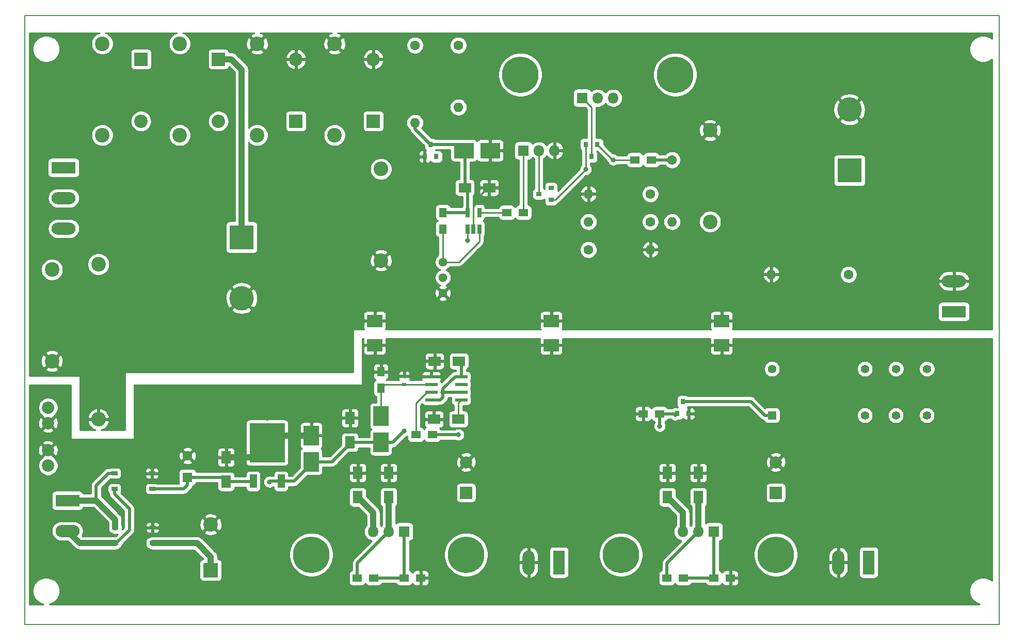
<source format=gbr>
%TF.GenerationSoftware,KiCad,Pcbnew,(5.1.2)-2*%
%TF.CreationDate,2019-08-07T11:35:21+02:00*%
%TF.ProjectId,PowerSupply-6SN7,506f7765-7253-4757-9070-6c792d36534e,rev?*%
%TF.SameCoordinates,Original*%
%TF.FileFunction,Copper,L1,Top*%
%TF.FilePolarity,Positive*%
%FSLAX46Y46*%
G04 Gerber Fmt 4.6, Leading zero omitted, Abs format (unit mm)*
G04 Created by KiCad (PCBNEW (5.1.2)-2) date 2019-08-07 11:35:21*
%MOMM*%
%LPD*%
G04 APERTURE LIST*
%ADD10C,0.150000*%
%ADD11R,2.500000X2.000000*%
%ADD12C,1.600000*%
%ADD13O,1.600000X1.600000*%
%ADD14R,3.960000X1.980000*%
%ADD15O,3.960000X1.980000*%
%ADD16R,1.600000X1.600000*%
%ADD17R,3.200000X2.500000*%
%ADD18C,1.440000*%
%ADD19R,1.500000X1.300000*%
%ADD20R,1.300000X1.500000*%
%ADD21R,1.800000X1.800000*%
%ADD22O,1.800000X1.800000*%
%ADD23C,2.400000*%
%ADD24R,2.000000X1.600000*%
%ADD25R,0.800000X0.900000*%
%ADD26C,5.999480*%
%ADD27R,0.900000X0.800000*%
%ADD28R,4.000000X4.000000*%
%ADD29C,4.000000*%
%ADD30R,0.650000X1.560000*%
%ADD31R,1.980000X3.960000*%
%ADD32O,1.980000X3.960000*%
%ADD33O,2.400000X2.400000*%
%ADD34R,1.000000X0.640000*%
%ADD35R,2.000000X2.000000*%
%ADD36C,2.000000*%
%ADD37R,1.600000X2.000000*%
%ADD38R,2.400000X2.400000*%
%ADD39C,2.020000*%
%ADD40R,0.700000X0.600000*%
%ADD41R,2.500000X3.200000*%
%ADD42R,1.400000X1.400000*%
%ADD43C,1.400000*%
%ADD44R,2.000000X0.600000*%
%ADD45R,1.200000X2.200000*%
%ADD46R,5.800000X6.400000*%
%ADD47R,2.750000X3.050000*%
%ADD48R,2.200000X2.200000*%
%ADD49O,2.200000X2.200000*%
%ADD50C,0.800000*%
%ADD51C,0.500000*%
%ADD52C,1.000000*%
%ADD53C,0.250000*%
%ADD54C,0.254000*%
G04 APERTURE END LIST*
D10*
X55075000Y-144925000D02*
X214925000Y-144925000D01*
X55075000Y-45075000D02*
X55075000Y-144925000D01*
X214925000Y-45075000D02*
X55075000Y-45075000D01*
X214925000Y-144925000D02*
X214925000Y-45075000D01*
D11*
X169380000Y-99146000D03*
X169380000Y-95146000D03*
X141440000Y-99146000D03*
X141440000Y-95146000D03*
X112484000Y-99146000D03*
X112484000Y-95146000D03*
D12*
X190208000Y-87526000D03*
D13*
X177508000Y-87526000D03*
D14*
X62065000Y-124610000D03*
D15*
X62065000Y-129610000D03*
D16*
X81750000Y-120800000D03*
D12*
X81750000Y-117300000D03*
D14*
X207480000Y-93622000D03*
D15*
X207480000Y-88622000D03*
D17*
X127098000Y-67206000D03*
X131398000Y-67206000D03*
D18*
X123660000Y-85494000D03*
X123660000Y-88034000D03*
X123660000Y-90574000D03*
D19*
X157856000Y-68730000D03*
X155156000Y-68730000D03*
D12*
X157696000Y-74318000D03*
D13*
X147536000Y-74318000D03*
D12*
X126200000Y-49934000D03*
D13*
X126200000Y-60094000D03*
D19*
X136868000Y-77366000D03*
X134168000Y-77366000D03*
D20*
X123660000Y-77366000D03*
X123660000Y-80066000D03*
D12*
X119088000Y-49934000D03*
D13*
X119088000Y-62634000D03*
D12*
X147536000Y-83462000D03*
D13*
X157696000Y-83462000D03*
D12*
X157696000Y-78890000D03*
D13*
X147536000Y-78890000D03*
D12*
X161252000Y-68730000D03*
D13*
X161252000Y-78890000D03*
D21*
X136868000Y-67206000D03*
D22*
X139408000Y-67206000D03*
X141948000Y-67206000D03*
D23*
X167475000Y-78890000D03*
X167475000Y-63890000D03*
D24*
X127248000Y-73302000D03*
X131248000Y-73302000D03*
D21*
X146520000Y-58570000D03*
D22*
X149060000Y-58570000D03*
X151600000Y-58570000D03*
D25*
X148994000Y-66206000D03*
X147094000Y-66206000D03*
X148044000Y-68206000D03*
D26*
X161760000Y-54760000D03*
X136360000Y-54760000D03*
D25*
X120678000Y-68206000D03*
X122578000Y-68206000D03*
X121628000Y-66206000D03*
D27*
X141408000Y-75268000D03*
X141408000Y-73368000D03*
X139408000Y-74318000D03*
D28*
X190335000Y-70475000D03*
D29*
X190335000Y-60475000D03*
D23*
X113500000Y-85240000D03*
X113500000Y-70240000D03*
D28*
X90640000Y-81430000D03*
D29*
X90640000Y-91430000D03*
D30*
X127724000Y-80066000D03*
X128674000Y-80066000D03*
X129624000Y-80066000D03*
X129624000Y-77366000D03*
X127724000Y-77366000D03*
D14*
X61430000Y-70000000D03*
D15*
X61430000Y-75000000D03*
X61430000Y-80000000D03*
D23*
X93180000Y-49680000D03*
X93180000Y-64680000D03*
X105880000Y-49680000D03*
X105880000Y-64680000D03*
X80480000Y-49680000D03*
X80480000Y-64680000D03*
X67780000Y-49680000D03*
X67780000Y-64680000D03*
D31*
X193510000Y-134770000D03*
D32*
X188510000Y-134770000D03*
D23*
X67145000Y-85875000D03*
D33*
X67145000Y-111275000D03*
D23*
X59525000Y-86750000D03*
X59525000Y-101750000D03*
D31*
X142710000Y-134770000D03*
D32*
X137710000Y-134770000D03*
D21*
X168110000Y-129690000D03*
D22*
X165570000Y-129690000D03*
X163030000Y-129690000D03*
D19*
X160410000Y-137310000D03*
X163110000Y-137310000D03*
X109610000Y-137310000D03*
X112310000Y-137310000D03*
X117310000Y-137310000D03*
X120010000Y-137310000D03*
X168110000Y-137310000D03*
X170810000Y-137310000D03*
D26*
X178270000Y-133500000D03*
X152870000Y-133500000D03*
D34*
X69885000Y-129055000D03*
X69885000Y-131595000D03*
X76035000Y-131595000D03*
X76035000Y-129055000D03*
D35*
X178270000Y-123340000D03*
D36*
X178270000Y-118340000D03*
D35*
X127470000Y-123340000D03*
D36*
X127470000Y-118340000D03*
D37*
X165570000Y-124070000D03*
X165570000Y-120070000D03*
X114770000Y-124070000D03*
X114770000Y-120070000D03*
X160490000Y-124070000D03*
X160490000Y-120070000D03*
X109690000Y-124070000D03*
X109690000Y-120070000D03*
D38*
X85560000Y-136040000D03*
D23*
X85560000Y-128540000D03*
D26*
X102070000Y-133500000D03*
X127470000Y-133500000D03*
D21*
X117310000Y-129690000D03*
D22*
X114770000Y-129690000D03*
X112230000Y-129690000D03*
D39*
X58890000Y-116355000D03*
X58890000Y-118895000D03*
D40*
X117310000Y-104225000D03*
X117310000Y-105625000D03*
D39*
X58890000Y-111910000D03*
X58890000Y-109370000D03*
D24*
X126295000Y-101750000D03*
X122295000Y-101750000D03*
X126200000Y-111275000D03*
X122200000Y-111275000D03*
D41*
X113500000Y-115085000D03*
X113500000Y-110785000D03*
D25*
X162080000Y-110370000D03*
X163980000Y-110370000D03*
X163030000Y-108370000D03*
D42*
X177635000Y-110640000D03*
D43*
X177635000Y-103020000D03*
X197945000Y-110640000D03*
X203035000Y-110640000D03*
X192875000Y-110640000D03*
X197965000Y-103010000D03*
X203045000Y-103010000D03*
X192875000Y-103020000D03*
D44*
X121755000Y-106830000D03*
X126655000Y-104290000D03*
X126655000Y-105560000D03*
X126655000Y-106830000D03*
X126655000Y-108100000D03*
X121755000Y-108100000D03*
X121755000Y-105560000D03*
X121755000Y-104290000D03*
D45*
X92545000Y-121435000D03*
X97105000Y-121435000D03*
D46*
X94825000Y-115135000D03*
D47*
X96350000Y-113460000D03*
X93300000Y-116810000D03*
X93300000Y-113460000D03*
X96350000Y-116810000D03*
D19*
X159220000Y-110386000D03*
X156520000Y-110386000D03*
X119215000Y-113815000D03*
X121915000Y-113815000D03*
D20*
X113500000Y-106195000D03*
X113500000Y-103495000D03*
D37*
X108420000Y-115085000D03*
X108420000Y-111085000D03*
D41*
X102070000Y-118260000D03*
X102070000Y-113960000D03*
D34*
X69785000Y-120165000D03*
X69785000Y-122705000D03*
X75935000Y-122705000D03*
X75935000Y-120165000D03*
D48*
X86830000Y-52220000D03*
D49*
X86830000Y-62380000D03*
D48*
X99530000Y-62380000D03*
D49*
X99530000Y-52220000D03*
D48*
X112230000Y-62380000D03*
D49*
X112230000Y-52220000D03*
D48*
X74130000Y-52220000D03*
D49*
X74130000Y-62380000D03*
D37*
X88100000Y-121530000D03*
X88100000Y-117530000D03*
D50*
X126200000Y-113815000D03*
X159220000Y-112418000D03*
X117310000Y-113180000D03*
X123660000Y-106830000D03*
X95212000Y-121562000D03*
X151600000Y-68730000D03*
X127724000Y-81938000D03*
X147094000Y-70282000D03*
D51*
X81750000Y-122100000D02*
X81750000Y-120800000D01*
X81145000Y-122705000D02*
X81750000Y-122100000D01*
X75935000Y-122705000D02*
X81145000Y-122705000D01*
X87370000Y-120800000D02*
X88100000Y-121530000D01*
X81750000Y-120800000D02*
X87370000Y-120800000D01*
X92450000Y-121530000D02*
X92545000Y-121435000D01*
X88100000Y-121530000D02*
X92450000Y-121530000D01*
D52*
X65045000Y-124610000D02*
X62065000Y-124610000D01*
X66760000Y-124610000D02*
X65045000Y-124610000D01*
X69885000Y-127735000D02*
X66760000Y-124610000D01*
X69885000Y-129055000D02*
X69885000Y-127735000D01*
D51*
X66760000Y-122190000D02*
X66760000Y-124610000D01*
X68785000Y-120165000D02*
X66760000Y-122190000D01*
X69785000Y-120165000D02*
X68785000Y-120165000D01*
D52*
X64050000Y-131595000D02*
X62065000Y-129610000D01*
X69885000Y-131595000D02*
X64050000Y-131595000D01*
D51*
X70065000Y-131595000D02*
X72225000Y-129435000D01*
X69885000Y-131595000D02*
X70065000Y-131595000D01*
X69785000Y-123525000D02*
X69785000Y-122705000D01*
X72225000Y-125965000D02*
X69785000Y-123525000D01*
X72225000Y-129435000D02*
X72225000Y-125965000D01*
X161760000Y-110690000D02*
X162080000Y-110370000D01*
X121915000Y-113815000D02*
X126200000Y-113815000D01*
X159220000Y-112418000D02*
X159220000Y-110386000D01*
X162064000Y-110386000D02*
X162080000Y-110370000D01*
X159220000Y-110386000D02*
X162064000Y-110386000D01*
D53*
X119215000Y-112915000D02*
X119215000Y-113815000D01*
X119215000Y-108670000D02*
X119215000Y-112915000D01*
X121055000Y-106830000D02*
X119215000Y-108670000D01*
X121755000Y-106830000D02*
X121055000Y-106830000D01*
X113500000Y-110785000D02*
X113500000Y-106195000D01*
X114070000Y-105625000D02*
X113500000Y-106195000D01*
X117310000Y-105625000D02*
X114070000Y-105625000D01*
X121690000Y-105625000D02*
X121755000Y-105560000D01*
X117310000Y-105625000D02*
X121690000Y-105625000D01*
X126200000Y-108555000D02*
X126655000Y-108100000D01*
X126200000Y-111275000D02*
X126200000Y-108555000D01*
D51*
X163930000Y-108370000D02*
X163030000Y-108370000D01*
X174165000Y-108370000D02*
X163930000Y-108370000D01*
X176435000Y-110640000D02*
X174165000Y-108370000D01*
X177635000Y-110640000D02*
X176435000Y-110640000D01*
D52*
X163030000Y-126610000D02*
X160490000Y-124070000D01*
X163030000Y-129690000D02*
X163030000Y-126610000D01*
X112230000Y-126610000D02*
X109690000Y-124070000D01*
X112230000Y-129690000D02*
X112230000Y-126610000D01*
X85560000Y-133840000D02*
X85560000Y-136040000D01*
X83315000Y-131595000D02*
X85560000Y-133840000D01*
X76035000Y-131595000D02*
X83315000Y-131595000D01*
X114770000Y-129690000D02*
X114770000Y-124070000D01*
D51*
X109610000Y-137310000D02*
X109610000Y-134850000D01*
X109610000Y-134850000D02*
X114770000Y-129690000D01*
D52*
X165570000Y-129690000D02*
X165570000Y-124070000D01*
D51*
X160410000Y-134850000D02*
X165570000Y-129690000D01*
X160410000Y-137310000D02*
X160410000Y-134850000D01*
X168110000Y-131090000D02*
X168110000Y-137310000D01*
X168110000Y-129690000D02*
X168110000Y-131090000D01*
X168110000Y-137310000D02*
X163110000Y-137310000D01*
X117310000Y-137310000D02*
X112310000Y-137310000D01*
X117310000Y-129690000D02*
X117310000Y-137310000D01*
D52*
X92430000Y-117530000D02*
X94825000Y-115135000D01*
X88100000Y-117530000D02*
X92430000Y-117530000D01*
X96000000Y-113960000D02*
X94825000Y-115135000D01*
X102070000Y-113960000D02*
X96000000Y-113960000D01*
D51*
X102070000Y-118610000D02*
X102070000Y-118260000D01*
X99245000Y-121435000D02*
X102070000Y-118610000D01*
X97105000Y-121435000D02*
X99245000Y-121435000D01*
X108420000Y-115285000D02*
X108420000Y-115085000D01*
X105445000Y-118260000D02*
X108420000Y-115285000D01*
X102070000Y-118260000D02*
X105445000Y-118260000D01*
X108420000Y-115085000D02*
X113500000Y-115085000D01*
X126655000Y-102110000D02*
X126295000Y-101750000D01*
X126655000Y-104290000D02*
X126655000Y-102110000D01*
X113500000Y-115085000D02*
X115405000Y-115085000D01*
X115405000Y-115085000D02*
X117310000Y-113180000D01*
X123660000Y-106830000D02*
X126655000Y-106830000D01*
X123660000Y-107395685D02*
X123660000Y-106830000D01*
X123660000Y-107695000D02*
X123660000Y-107395685D01*
X123255000Y-108100000D02*
X123660000Y-107695000D01*
X121755000Y-108100000D02*
X123255000Y-108100000D01*
X125634315Y-104290000D02*
X126655000Y-104290000D01*
X123660000Y-106264315D02*
X125634315Y-104290000D01*
X123660000Y-106830000D02*
X123660000Y-106264315D01*
X97105000Y-121435000D02*
X95339000Y-121435000D01*
X95339000Y-121435000D02*
X95212000Y-121562000D01*
D52*
X88930000Y-52220000D02*
X86830000Y-52220000D01*
X90640000Y-53930000D02*
X88930000Y-52220000D01*
X90640000Y-81430000D02*
X90640000Y-53930000D01*
D53*
X139408000Y-74318000D02*
X139408000Y-67206000D01*
X148044000Y-60094000D02*
X146520000Y-58570000D01*
X148044000Y-68206000D02*
X148044000Y-60094000D01*
X148994000Y-66256000D02*
X148994000Y-66206000D01*
X151468000Y-68730000D02*
X148994000Y-66256000D01*
X151600000Y-68730000D02*
X151600000Y-68730000D01*
X151600000Y-68730000D02*
X151468000Y-68730000D01*
X155156000Y-68730000D02*
X151600000Y-68730000D01*
X151600000Y-68730000D02*
X151600000Y-68730000D01*
X151600000Y-68730000D02*
X151600000Y-68730000D01*
D51*
X161252000Y-68730000D02*
X157856000Y-68730000D01*
D53*
X127724000Y-80066000D02*
X127724000Y-81938000D01*
X131048000Y-73302000D02*
X131248000Y-73302000D01*
X128674000Y-75676000D02*
X131048000Y-73302000D01*
X128674000Y-80066000D02*
X128674000Y-75676000D01*
D51*
X119088000Y-63666000D02*
X121628000Y-66206000D01*
X119088000Y-62634000D02*
X119088000Y-63666000D01*
X126098000Y-66206000D02*
X127098000Y-67206000D01*
X121628000Y-66206000D02*
X126098000Y-66206000D01*
X127248000Y-67356000D02*
X127098000Y-67206000D01*
X127248000Y-73302000D02*
X127248000Y-67356000D01*
X127724000Y-73778000D02*
X127248000Y-73302000D01*
X127724000Y-77366000D02*
X127724000Y-73778000D01*
X123660000Y-77366000D02*
X127724000Y-77366000D01*
D53*
X136868000Y-77366000D02*
X136868000Y-67206000D01*
X123660000Y-85494000D02*
X123660000Y-80066000D01*
X124678233Y-85494000D02*
X123660000Y-85494000D01*
X126257002Y-85494000D02*
X124678233Y-85494000D01*
X129624000Y-82127002D02*
X126257002Y-85494000D01*
X129624000Y-80066000D02*
X129624000Y-82127002D01*
X129624000Y-77366000D02*
X134168000Y-77366000D01*
X147094000Y-66906000D02*
X147094000Y-66206000D01*
X147094000Y-70282000D02*
X147094000Y-70282000D01*
X142108000Y-75268000D02*
X147094000Y-70282000D01*
X141408000Y-75268000D02*
X142108000Y-75268000D01*
X147094000Y-70282000D02*
X147094000Y-66906000D01*
D54*
G36*
X110595928Y-98146000D02*
G01*
X110599000Y-98860250D01*
X110757750Y-99019000D01*
X112357000Y-99019000D01*
X112357000Y-98999000D01*
X112611000Y-98999000D01*
X112611000Y-99019000D01*
X114210250Y-99019000D01*
X114369000Y-98860250D01*
X114372072Y-98146000D01*
X114364291Y-98067000D01*
X139559709Y-98067000D01*
X139551928Y-98146000D01*
X139555000Y-98860250D01*
X139713750Y-99019000D01*
X141313000Y-99019000D01*
X141313000Y-98999000D01*
X141567000Y-98999000D01*
X141567000Y-99019000D01*
X143166250Y-99019000D01*
X143325000Y-98860250D01*
X143328072Y-98146000D01*
X143320291Y-98067000D01*
X167499709Y-98067000D01*
X167491928Y-98146000D01*
X167495000Y-98860250D01*
X167653750Y-99019000D01*
X169253000Y-99019000D01*
X169253000Y-98999000D01*
X169507000Y-98999000D01*
X169507000Y-99019000D01*
X171106250Y-99019000D01*
X171265000Y-98860250D01*
X171268072Y-98146000D01*
X171260291Y-98067000D01*
X213703000Y-98067000D01*
X213703000Y-137752233D01*
X213664729Y-137713962D01*
X213298669Y-137469369D01*
X212891925Y-137300890D01*
X212460128Y-137215000D01*
X212019872Y-137215000D01*
X211588075Y-137300890D01*
X211181331Y-137469369D01*
X210815271Y-137713962D01*
X210503962Y-138025271D01*
X210259369Y-138391331D01*
X210090890Y-138798075D01*
X210005000Y-139229872D01*
X210005000Y-139670128D01*
X210090890Y-140101925D01*
X210259369Y-140508669D01*
X210503962Y-140874729D01*
X210815271Y-141186038D01*
X211181331Y-141430631D01*
X211588075Y-141599110D01*
X211733314Y-141628000D01*
X59106686Y-141628000D01*
X59251925Y-141599110D01*
X59658669Y-141430631D01*
X60024729Y-141186038D01*
X60336038Y-140874729D01*
X60580631Y-140508669D01*
X60749110Y-140101925D01*
X60835000Y-139670128D01*
X60835000Y-139229872D01*
X60749110Y-138798075D01*
X60580631Y-138391331D01*
X60336038Y-138025271D01*
X60024729Y-137713962D01*
X59658669Y-137469369D01*
X59251925Y-137300890D01*
X58820128Y-137215000D01*
X58379872Y-137215000D01*
X57948075Y-137300890D01*
X57541331Y-137469369D01*
X57175271Y-137713962D01*
X56863962Y-138025271D01*
X56619369Y-138391331D01*
X56450890Y-138798075D01*
X56365000Y-139229872D01*
X56365000Y-139670128D01*
X56450890Y-140101925D01*
X56619369Y-140508669D01*
X56863962Y-140874729D01*
X57175271Y-141186038D01*
X57541331Y-141430631D01*
X57948075Y-141599110D01*
X58093314Y-141628000D01*
X55842000Y-141628000D01*
X55842000Y-129610000D01*
X59442138Y-129610000D01*
X59473513Y-129928556D01*
X59566432Y-130234869D01*
X59717325Y-130517170D01*
X59920392Y-130764608D01*
X60167830Y-130967675D01*
X60450131Y-131118568D01*
X60756444Y-131211487D01*
X60995176Y-131235000D01*
X62084869Y-131235000D01*
X63208009Y-132358141D01*
X63243551Y-132401449D01*
X63416377Y-132543284D01*
X63613553Y-132648676D01*
X63827501Y-132713577D01*
X63907164Y-132721423D01*
X64050000Y-132735491D01*
X64105751Y-132730000D01*
X69940752Y-132730000D01*
X70107499Y-132713577D01*
X70321447Y-132648676D01*
X70518623Y-132543284D01*
X70528761Y-132534964D01*
X70629180Y-132504502D01*
X70739494Y-132445537D01*
X70836185Y-132366185D01*
X70915537Y-132269494D01*
X70974502Y-132159180D01*
X71010812Y-132039482D01*
X71023072Y-131915000D01*
X71023072Y-131888506D01*
X71316578Y-131595000D01*
X74894509Y-131595000D01*
X74896928Y-131619561D01*
X74896928Y-131915000D01*
X74909188Y-132039482D01*
X74945498Y-132159180D01*
X75004463Y-132269494D01*
X75083815Y-132366185D01*
X75180506Y-132445537D01*
X75290820Y-132504502D01*
X75391239Y-132534964D01*
X75401377Y-132543284D01*
X75598553Y-132648676D01*
X75812501Y-132713577D01*
X75979248Y-132730000D01*
X82844869Y-132730000D01*
X84320670Y-134205802D01*
X84235518Y-134214188D01*
X84115820Y-134250498D01*
X84005506Y-134309463D01*
X83908815Y-134388815D01*
X83829463Y-134485506D01*
X83770498Y-134595820D01*
X83734188Y-134715518D01*
X83721928Y-134840000D01*
X83721928Y-137240000D01*
X83734188Y-137364482D01*
X83770498Y-137484180D01*
X83829463Y-137594494D01*
X83908815Y-137691185D01*
X84005506Y-137770537D01*
X84115820Y-137829502D01*
X84235518Y-137865812D01*
X84360000Y-137878072D01*
X86760000Y-137878072D01*
X86884482Y-137865812D01*
X87004180Y-137829502D01*
X87114494Y-137770537D01*
X87211185Y-137691185D01*
X87290537Y-137594494D01*
X87349502Y-137484180D01*
X87385812Y-137364482D01*
X87398072Y-137240000D01*
X87398072Y-134840000D01*
X87385812Y-134715518D01*
X87349502Y-134595820D01*
X87290537Y-134485506D01*
X87211185Y-134388815D01*
X87114494Y-134309463D01*
X87004180Y-134250498D01*
X86884482Y-134214188D01*
X86760000Y-134201928D01*
X86695000Y-134201928D01*
X86695000Y-133895741D01*
X86700490Y-133839999D01*
X86695000Y-133784257D01*
X86695000Y-133784248D01*
X86678577Y-133617501D01*
X86613676Y-133403553D01*
X86508284Y-133206377D01*
X86455459Y-133142009D01*
X98435260Y-133142009D01*
X98435260Y-133857991D01*
X98574941Y-134560215D01*
X98848935Y-135221695D01*
X99246713Y-135817012D01*
X99752988Y-136323287D01*
X100348305Y-136721065D01*
X101009785Y-136995059D01*
X101712009Y-137134740D01*
X102427991Y-137134740D01*
X103130215Y-136995059D01*
X103791695Y-136721065D01*
X103883085Y-136660000D01*
X108221928Y-136660000D01*
X108221928Y-137960000D01*
X108234188Y-138084482D01*
X108270498Y-138204180D01*
X108329463Y-138314494D01*
X108408815Y-138411185D01*
X108505506Y-138490537D01*
X108615820Y-138549502D01*
X108735518Y-138585812D01*
X108860000Y-138598072D01*
X110360000Y-138598072D01*
X110484482Y-138585812D01*
X110604180Y-138549502D01*
X110714494Y-138490537D01*
X110811185Y-138411185D01*
X110890537Y-138314494D01*
X110949502Y-138204180D01*
X110960000Y-138169573D01*
X110970498Y-138204180D01*
X111029463Y-138314494D01*
X111108815Y-138411185D01*
X111205506Y-138490537D01*
X111315820Y-138549502D01*
X111435518Y-138585812D01*
X111560000Y-138598072D01*
X113060000Y-138598072D01*
X113184482Y-138585812D01*
X113304180Y-138549502D01*
X113414494Y-138490537D01*
X113511185Y-138411185D01*
X113590537Y-138314494D01*
X113649502Y-138204180D01*
X113652287Y-138195000D01*
X115967713Y-138195000D01*
X115970498Y-138204180D01*
X116029463Y-138314494D01*
X116108815Y-138411185D01*
X116205506Y-138490537D01*
X116315820Y-138549502D01*
X116435518Y-138585812D01*
X116560000Y-138598072D01*
X118060000Y-138598072D01*
X118184482Y-138585812D01*
X118304180Y-138549502D01*
X118414494Y-138490537D01*
X118511185Y-138411185D01*
X118590537Y-138314494D01*
X118649502Y-138204180D01*
X118660000Y-138169573D01*
X118670498Y-138204180D01*
X118729463Y-138314494D01*
X118808815Y-138411185D01*
X118905506Y-138490537D01*
X119015820Y-138549502D01*
X119135518Y-138585812D01*
X119260000Y-138598072D01*
X119724250Y-138595000D01*
X119883000Y-138436250D01*
X119883000Y-137437000D01*
X120137000Y-137437000D01*
X120137000Y-138436250D01*
X120295750Y-138595000D01*
X120760000Y-138598072D01*
X120884482Y-138585812D01*
X121004180Y-138549502D01*
X121114494Y-138490537D01*
X121211185Y-138411185D01*
X121290537Y-138314494D01*
X121349502Y-138204180D01*
X121385812Y-138084482D01*
X121398072Y-137960000D01*
X121395000Y-137595750D01*
X121236250Y-137437000D01*
X120137000Y-137437000D01*
X119883000Y-137437000D01*
X119863000Y-137437000D01*
X119863000Y-137183000D01*
X119883000Y-137183000D01*
X119883000Y-136183750D01*
X120137000Y-136183750D01*
X120137000Y-137183000D01*
X121236250Y-137183000D01*
X121395000Y-137024250D01*
X121398072Y-136660000D01*
X121385812Y-136535518D01*
X121349502Y-136415820D01*
X121290537Y-136305506D01*
X121211185Y-136208815D01*
X121114494Y-136129463D01*
X121004180Y-136070498D01*
X120884482Y-136034188D01*
X120760000Y-136021928D01*
X120295750Y-136025000D01*
X120137000Y-136183750D01*
X119883000Y-136183750D01*
X119724250Y-136025000D01*
X119260000Y-136021928D01*
X119135518Y-136034188D01*
X119015820Y-136070498D01*
X118905506Y-136129463D01*
X118808815Y-136208815D01*
X118729463Y-136305506D01*
X118670498Y-136415820D01*
X118660000Y-136450427D01*
X118649502Y-136415820D01*
X118590537Y-136305506D01*
X118511185Y-136208815D01*
X118414494Y-136129463D01*
X118304180Y-136070498D01*
X118195000Y-136037379D01*
X118195000Y-133142009D01*
X123835260Y-133142009D01*
X123835260Y-133857991D01*
X123974941Y-134560215D01*
X124248935Y-135221695D01*
X124646713Y-135817012D01*
X125152988Y-136323287D01*
X125748305Y-136721065D01*
X126409785Y-136995059D01*
X127112009Y-137134740D01*
X127827991Y-137134740D01*
X128530215Y-136995059D01*
X129191695Y-136721065D01*
X129787012Y-136323287D01*
X130293287Y-135817012D01*
X130691065Y-135221695D01*
X130825558Y-134897000D01*
X136085000Y-134897000D01*
X136085000Y-135887000D01*
X136141000Y-136201582D01*
X136257296Y-136499194D01*
X136429419Y-136768399D01*
X136650754Y-136998852D01*
X136912795Y-137181696D01*
X137205472Y-137309905D01*
X137331135Y-137340218D01*
X137583000Y-137220740D01*
X137583000Y-134897000D01*
X137837000Y-134897000D01*
X137837000Y-137220740D01*
X138088865Y-137340218D01*
X138214528Y-137309905D01*
X138507205Y-137181696D01*
X138769246Y-136998852D01*
X138990581Y-136768399D01*
X139162704Y-136499194D01*
X139279000Y-136201582D01*
X139335000Y-135887000D01*
X139335000Y-134897000D01*
X137837000Y-134897000D01*
X137583000Y-134897000D01*
X136085000Y-134897000D01*
X130825558Y-134897000D01*
X130965059Y-134560215D01*
X131104740Y-133857991D01*
X131104740Y-133653000D01*
X136085000Y-133653000D01*
X136085000Y-134643000D01*
X137583000Y-134643000D01*
X137583000Y-132319260D01*
X137837000Y-132319260D01*
X137837000Y-134643000D01*
X139335000Y-134643000D01*
X139335000Y-133653000D01*
X139279000Y-133338418D01*
X139162704Y-133040806D01*
X139002345Y-132790000D01*
X141081928Y-132790000D01*
X141081928Y-136750000D01*
X141094188Y-136874482D01*
X141130498Y-136994180D01*
X141189463Y-137104494D01*
X141268815Y-137201185D01*
X141365506Y-137280537D01*
X141475820Y-137339502D01*
X141595518Y-137375812D01*
X141720000Y-137388072D01*
X143700000Y-137388072D01*
X143824482Y-137375812D01*
X143944180Y-137339502D01*
X144054494Y-137280537D01*
X144151185Y-137201185D01*
X144230537Y-137104494D01*
X144289502Y-136994180D01*
X144325812Y-136874482D01*
X144338072Y-136750000D01*
X144338072Y-133142009D01*
X149235260Y-133142009D01*
X149235260Y-133857991D01*
X149374941Y-134560215D01*
X149648935Y-135221695D01*
X150046713Y-135817012D01*
X150552988Y-136323287D01*
X151148305Y-136721065D01*
X151809785Y-136995059D01*
X152512009Y-137134740D01*
X153227991Y-137134740D01*
X153930215Y-136995059D01*
X154591695Y-136721065D01*
X154683085Y-136660000D01*
X159021928Y-136660000D01*
X159021928Y-137960000D01*
X159034188Y-138084482D01*
X159070498Y-138204180D01*
X159129463Y-138314494D01*
X159208815Y-138411185D01*
X159305506Y-138490537D01*
X159415820Y-138549502D01*
X159535518Y-138585812D01*
X159660000Y-138598072D01*
X161160000Y-138598072D01*
X161284482Y-138585812D01*
X161404180Y-138549502D01*
X161514494Y-138490537D01*
X161611185Y-138411185D01*
X161690537Y-138314494D01*
X161749502Y-138204180D01*
X161760000Y-138169573D01*
X161770498Y-138204180D01*
X161829463Y-138314494D01*
X161908815Y-138411185D01*
X162005506Y-138490537D01*
X162115820Y-138549502D01*
X162235518Y-138585812D01*
X162360000Y-138598072D01*
X163860000Y-138598072D01*
X163984482Y-138585812D01*
X164104180Y-138549502D01*
X164214494Y-138490537D01*
X164311185Y-138411185D01*
X164390537Y-138314494D01*
X164449502Y-138204180D01*
X164452287Y-138195000D01*
X166767713Y-138195000D01*
X166770498Y-138204180D01*
X166829463Y-138314494D01*
X166908815Y-138411185D01*
X167005506Y-138490537D01*
X167115820Y-138549502D01*
X167235518Y-138585812D01*
X167360000Y-138598072D01*
X168860000Y-138598072D01*
X168984482Y-138585812D01*
X169104180Y-138549502D01*
X169214494Y-138490537D01*
X169311185Y-138411185D01*
X169390537Y-138314494D01*
X169449502Y-138204180D01*
X169460000Y-138169573D01*
X169470498Y-138204180D01*
X169529463Y-138314494D01*
X169608815Y-138411185D01*
X169705506Y-138490537D01*
X169815820Y-138549502D01*
X169935518Y-138585812D01*
X170060000Y-138598072D01*
X170524250Y-138595000D01*
X170683000Y-138436250D01*
X170683000Y-137437000D01*
X170937000Y-137437000D01*
X170937000Y-138436250D01*
X171095750Y-138595000D01*
X171560000Y-138598072D01*
X171684482Y-138585812D01*
X171804180Y-138549502D01*
X171914494Y-138490537D01*
X172011185Y-138411185D01*
X172090537Y-138314494D01*
X172149502Y-138204180D01*
X172185812Y-138084482D01*
X172198072Y-137960000D01*
X172195000Y-137595750D01*
X172036250Y-137437000D01*
X170937000Y-137437000D01*
X170683000Y-137437000D01*
X170663000Y-137437000D01*
X170663000Y-137183000D01*
X170683000Y-137183000D01*
X170683000Y-136183750D01*
X170937000Y-136183750D01*
X170937000Y-137183000D01*
X172036250Y-137183000D01*
X172195000Y-137024250D01*
X172198072Y-136660000D01*
X172185812Y-136535518D01*
X172149502Y-136415820D01*
X172090537Y-136305506D01*
X172011185Y-136208815D01*
X171914494Y-136129463D01*
X171804180Y-136070498D01*
X171684482Y-136034188D01*
X171560000Y-136021928D01*
X171095750Y-136025000D01*
X170937000Y-136183750D01*
X170683000Y-136183750D01*
X170524250Y-136025000D01*
X170060000Y-136021928D01*
X169935518Y-136034188D01*
X169815820Y-136070498D01*
X169705506Y-136129463D01*
X169608815Y-136208815D01*
X169529463Y-136305506D01*
X169470498Y-136415820D01*
X169460000Y-136450427D01*
X169449502Y-136415820D01*
X169390537Y-136305506D01*
X169311185Y-136208815D01*
X169214494Y-136129463D01*
X169104180Y-136070498D01*
X168995000Y-136037379D01*
X168995000Y-133142009D01*
X174635260Y-133142009D01*
X174635260Y-133857991D01*
X174774941Y-134560215D01*
X175048935Y-135221695D01*
X175446713Y-135817012D01*
X175952988Y-136323287D01*
X176548305Y-136721065D01*
X177209785Y-136995059D01*
X177912009Y-137134740D01*
X178627991Y-137134740D01*
X179330215Y-136995059D01*
X179991695Y-136721065D01*
X180587012Y-136323287D01*
X181093287Y-135817012D01*
X181491065Y-135221695D01*
X181625558Y-134897000D01*
X186885000Y-134897000D01*
X186885000Y-135887000D01*
X186941000Y-136201582D01*
X187057296Y-136499194D01*
X187229419Y-136768399D01*
X187450754Y-136998852D01*
X187712795Y-137181696D01*
X188005472Y-137309905D01*
X188131135Y-137340218D01*
X188383000Y-137220740D01*
X188383000Y-134897000D01*
X188637000Y-134897000D01*
X188637000Y-137220740D01*
X188888865Y-137340218D01*
X189014528Y-137309905D01*
X189307205Y-137181696D01*
X189569246Y-136998852D01*
X189790581Y-136768399D01*
X189962704Y-136499194D01*
X190079000Y-136201582D01*
X190135000Y-135887000D01*
X190135000Y-134897000D01*
X188637000Y-134897000D01*
X188383000Y-134897000D01*
X186885000Y-134897000D01*
X181625558Y-134897000D01*
X181765059Y-134560215D01*
X181904740Y-133857991D01*
X181904740Y-133653000D01*
X186885000Y-133653000D01*
X186885000Y-134643000D01*
X188383000Y-134643000D01*
X188383000Y-132319260D01*
X188637000Y-132319260D01*
X188637000Y-134643000D01*
X190135000Y-134643000D01*
X190135000Y-133653000D01*
X190079000Y-133338418D01*
X189962704Y-133040806D01*
X189802345Y-132790000D01*
X191881928Y-132790000D01*
X191881928Y-136750000D01*
X191894188Y-136874482D01*
X191930498Y-136994180D01*
X191989463Y-137104494D01*
X192068815Y-137201185D01*
X192165506Y-137280537D01*
X192275820Y-137339502D01*
X192395518Y-137375812D01*
X192520000Y-137388072D01*
X194500000Y-137388072D01*
X194624482Y-137375812D01*
X194744180Y-137339502D01*
X194854494Y-137280537D01*
X194951185Y-137201185D01*
X195030537Y-137104494D01*
X195089502Y-136994180D01*
X195125812Y-136874482D01*
X195138072Y-136750000D01*
X195138072Y-132790000D01*
X195125812Y-132665518D01*
X195089502Y-132545820D01*
X195030537Y-132435506D01*
X194951185Y-132338815D01*
X194854494Y-132259463D01*
X194744180Y-132200498D01*
X194624482Y-132164188D01*
X194500000Y-132151928D01*
X192520000Y-132151928D01*
X192395518Y-132164188D01*
X192275820Y-132200498D01*
X192165506Y-132259463D01*
X192068815Y-132338815D01*
X191989463Y-132435506D01*
X191930498Y-132545820D01*
X191894188Y-132665518D01*
X191881928Y-132790000D01*
X189802345Y-132790000D01*
X189790581Y-132771601D01*
X189569246Y-132541148D01*
X189307205Y-132358304D01*
X189014528Y-132230095D01*
X188888865Y-132199782D01*
X188637000Y-132319260D01*
X188383000Y-132319260D01*
X188131135Y-132199782D01*
X188005472Y-132230095D01*
X187712795Y-132358304D01*
X187450754Y-132541148D01*
X187229419Y-132771601D01*
X187057296Y-133040806D01*
X186941000Y-133338418D01*
X186885000Y-133653000D01*
X181904740Y-133653000D01*
X181904740Y-133142009D01*
X181765059Y-132439785D01*
X181491065Y-131778305D01*
X181093287Y-131182988D01*
X180587012Y-130676713D01*
X179991695Y-130278935D01*
X179330215Y-130004941D01*
X178627991Y-129865260D01*
X177912009Y-129865260D01*
X177209785Y-130004941D01*
X176548305Y-130278935D01*
X175952988Y-130676713D01*
X175446713Y-131182988D01*
X175048935Y-131778305D01*
X174774941Y-132439785D01*
X174635260Y-133142009D01*
X168995000Y-133142009D01*
X168995000Y-131228072D01*
X169010000Y-131228072D01*
X169134482Y-131215812D01*
X169254180Y-131179502D01*
X169364494Y-131120537D01*
X169461185Y-131041185D01*
X169540537Y-130944494D01*
X169599502Y-130834180D01*
X169635812Y-130714482D01*
X169648072Y-130590000D01*
X169648072Y-128790000D01*
X169635812Y-128665518D01*
X169599502Y-128545820D01*
X169540537Y-128435506D01*
X169461185Y-128338815D01*
X169364494Y-128259463D01*
X169254180Y-128200498D01*
X169134482Y-128164188D01*
X169010000Y-128151928D01*
X167210000Y-128151928D01*
X167085518Y-128164188D01*
X166965820Y-128200498D01*
X166855506Y-128259463D01*
X166758815Y-128338815D01*
X166705000Y-128404389D01*
X166705000Y-125610957D01*
X166724494Y-125600537D01*
X166821185Y-125521185D01*
X166900537Y-125424494D01*
X166959502Y-125314180D01*
X166995812Y-125194482D01*
X167008072Y-125070000D01*
X167008072Y-123070000D01*
X166995812Y-122945518D01*
X166959502Y-122825820D01*
X166900537Y-122715506D01*
X166821185Y-122618815D01*
X166724494Y-122539463D01*
X166614180Y-122480498D01*
X166494482Y-122444188D01*
X166370000Y-122431928D01*
X164770000Y-122431928D01*
X164645518Y-122444188D01*
X164525820Y-122480498D01*
X164415506Y-122539463D01*
X164318815Y-122618815D01*
X164239463Y-122715506D01*
X164180498Y-122825820D01*
X164144188Y-122945518D01*
X164131928Y-123070000D01*
X164131928Y-125070000D01*
X164144188Y-125194482D01*
X164180498Y-125314180D01*
X164239463Y-125424494D01*
X164318815Y-125521185D01*
X164415506Y-125600537D01*
X164435001Y-125610957D01*
X164435000Y-128653366D01*
X164300000Y-128817865D01*
X164165000Y-128653366D01*
X164165000Y-126665741D01*
X164170490Y-126609999D01*
X164165000Y-126554257D01*
X164165000Y-126554248D01*
X164148577Y-126387501D01*
X164083676Y-126173553D01*
X163978284Y-125976377D01*
X163836449Y-125803551D01*
X163793141Y-125768009D01*
X161928072Y-123902941D01*
X161928072Y-123070000D01*
X161915812Y-122945518D01*
X161879502Y-122825820D01*
X161820537Y-122715506D01*
X161741185Y-122618815D01*
X161644494Y-122539463D01*
X161534180Y-122480498D01*
X161414482Y-122444188D01*
X161290000Y-122431928D01*
X159690000Y-122431928D01*
X159565518Y-122444188D01*
X159445820Y-122480498D01*
X159335506Y-122539463D01*
X159238815Y-122618815D01*
X159159463Y-122715506D01*
X159100498Y-122825820D01*
X159064188Y-122945518D01*
X159051928Y-123070000D01*
X159051928Y-125070000D01*
X159064188Y-125194482D01*
X159100498Y-125314180D01*
X159159463Y-125424494D01*
X159238815Y-125521185D01*
X159335506Y-125600537D01*
X159445820Y-125659502D01*
X159565518Y-125695812D01*
X159690000Y-125708072D01*
X160522941Y-125708072D01*
X161895001Y-127080133D01*
X161895000Y-128653366D01*
X161747519Y-128833073D01*
X161604983Y-129099739D01*
X161517210Y-129389087D01*
X161487573Y-129690000D01*
X161517210Y-129990913D01*
X161604983Y-130280261D01*
X161747519Y-130546927D01*
X161939339Y-130780661D01*
X162173073Y-130972481D01*
X162439739Y-131115017D01*
X162729087Y-131202790D01*
X162798768Y-131209653D01*
X159814952Y-134193470D01*
X159781184Y-134221183D01*
X159753471Y-134254951D01*
X159753468Y-134254954D01*
X159670590Y-134355941D01*
X159588412Y-134509687D01*
X159537805Y-134676510D01*
X159520719Y-134850000D01*
X159525001Y-134893479D01*
X159525001Y-136037378D01*
X159415820Y-136070498D01*
X159305506Y-136129463D01*
X159208815Y-136208815D01*
X159129463Y-136305506D01*
X159070498Y-136415820D01*
X159034188Y-136535518D01*
X159021928Y-136660000D01*
X154683085Y-136660000D01*
X155187012Y-136323287D01*
X155693287Y-135817012D01*
X156091065Y-135221695D01*
X156365059Y-134560215D01*
X156504740Y-133857991D01*
X156504740Y-133142009D01*
X156365059Y-132439785D01*
X156091065Y-131778305D01*
X155693287Y-131182988D01*
X155187012Y-130676713D01*
X154591695Y-130278935D01*
X153930215Y-130004941D01*
X153227991Y-129865260D01*
X152512009Y-129865260D01*
X151809785Y-130004941D01*
X151148305Y-130278935D01*
X150552988Y-130676713D01*
X150046713Y-131182988D01*
X149648935Y-131778305D01*
X149374941Y-132439785D01*
X149235260Y-133142009D01*
X144338072Y-133142009D01*
X144338072Y-132790000D01*
X144325812Y-132665518D01*
X144289502Y-132545820D01*
X144230537Y-132435506D01*
X144151185Y-132338815D01*
X144054494Y-132259463D01*
X143944180Y-132200498D01*
X143824482Y-132164188D01*
X143700000Y-132151928D01*
X141720000Y-132151928D01*
X141595518Y-132164188D01*
X141475820Y-132200498D01*
X141365506Y-132259463D01*
X141268815Y-132338815D01*
X141189463Y-132435506D01*
X141130498Y-132545820D01*
X141094188Y-132665518D01*
X141081928Y-132790000D01*
X139002345Y-132790000D01*
X138990581Y-132771601D01*
X138769246Y-132541148D01*
X138507205Y-132358304D01*
X138214528Y-132230095D01*
X138088865Y-132199782D01*
X137837000Y-132319260D01*
X137583000Y-132319260D01*
X137331135Y-132199782D01*
X137205472Y-132230095D01*
X136912795Y-132358304D01*
X136650754Y-132541148D01*
X136429419Y-132771601D01*
X136257296Y-133040806D01*
X136141000Y-133338418D01*
X136085000Y-133653000D01*
X131104740Y-133653000D01*
X131104740Y-133142009D01*
X130965059Y-132439785D01*
X130691065Y-131778305D01*
X130293287Y-131182988D01*
X129787012Y-130676713D01*
X129191695Y-130278935D01*
X128530215Y-130004941D01*
X127827991Y-129865260D01*
X127112009Y-129865260D01*
X126409785Y-130004941D01*
X125748305Y-130278935D01*
X125152988Y-130676713D01*
X124646713Y-131182988D01*
X124248935Y-131778305D01*
X123974941Y-132439785D01*
X123835260Y-133142009D01*
X118195000Y-133142009D01*
X118195000Y-131228072D01*
X118210000Y-131228072D01*
X118334482Y-131215812D01*
X118454180Y-131179502D01*
X118564494Y-131120537D01*
X118661185Y-131041185D01*
X118740537Y-130944494D01*
X118799502Y-130834180D01*
X118835812Y-130714482D01*
X118848072Y-130590000D01*
X118848072Y-128790000D01*
X118835812Y-128665518D01*
X118799502Y-128545820D01*
X118740537Y-128435506D01*
X118661185Y-128338815D01*
X118564494Y-128259463D01*
X118454180Y-128200498D01*
X118334482Y-128164188D01*
X118210000Y-128151928D01*
X116410000Y-128151928D01*
X116285518Y-128164188D01*
X116165820Y-128200498D01*
X116055506Y-128259463D01*
X115958815Y-128338815D01*
X115905000Y-128404389D01*
X115905000Y-125610957D01*
X115924494Y-125600537D01*
X116021185Y-125521185D01*
X116100537Y-125424494D01*
X116159502Y-125314180D01*
X116195812Y-125194482D01*
X116208072Y-125070000D01*
X116208072Y-123070000D01*
X116195812Y-122945518D01*
X116159502Y-122825820D01*
X116100537Y-122715506D01*
X116021185Y-122618815D01*
X115924494Y-122539463D01*
X115814180Y-122480498D01*
X115694482Y-122444188D01*
X115570000Y-122431928D01*
X113970000Y-122431928D01*
X113845518Y-122444188D01*
X113725820Y-122480498D01*
X113615506Y-122539463D01*
X113518815Y-122618815D01*
X113439463Y-122715506D01*
X113380498Y-122825820D01*
X113344188Y-122945518D01*
X113331928Y-123070000D01*
X113331928Y-125070000D01*
X113344188Y-125194482D01*
X113380498Y-125314180D01*
X113439463Y-125424494D01*
X113518815Y-125521185D01*
X113615506Y-125600537D01*
X113635001Y-125610957D01*
X113635000Y-128653366D01*
X113500000Y-128817865D01*
X113365000Y-128653366D01*
X113365000Y-126665741D01*
X113370490Y-126609999D01*
X113365000Y-126554257D01*
X113365000Y-126554248D01*
X113348577Y-126387501D01*
X113283676Y-126173553D01*
X113178284Y-125976377D01*
X113036449Y-125803551D01*
X112993141Y-125768009D01*
X111128072Y-123902941D01*
X111128072Y-123070000D01*
X111115812Y-122945518D01*
X111079502Y-122825820D01*
X111020537Y-122715506D01*
X110941185Y-122618815D01*
X110844494Y-122539463D01*
X110734180Y-122480498D01*
X110614482Y-122444188D01*
X110490000Y-122431928D01*
X108890000Y-122431928D01*
X108765518Y-122444188D01*
X108645820Y-122480498D01*
X108535506Y-122539463D01*
X108438815Y-122618815D01*
X108359463Y-122715506D01*
X108300498Y-122825820D01*
X108264188Y-122945518D01*
X108251928Y-123070000D01*
X108251928Y-125070000D01*
X108264188Y-125194482D01*
X108300498Y-125314180D01*
X108359463Y-125424494D01*
X108438815Y-125521185D01*
X108535506Y-125600537D01*
X108645820Y-125659502D01*
X108765518Y-125695812D01*
X108890000Y-125708072D01*
X109722941Y-125708072D01*
X111095001Y-127080133D01*
X111095000Y-128653366D01*
X110947519Y-128833073D01*
X110804983Y-129099739D01*
X110717210Y-129389087D01*
X110687573Y-129690000D01*
X110717210Y-129990913D01*
X110804983Y-130280261D01*
X110947519Y-130546927D01*
X111139339Y-130780661D01*
X111373073Y-130972481D01*
X111639739Y-131115017D01*
X111929087Y-131202790D01*
X111998768Y-131209653D01*
X109014952Y-134193470D01*
X108981184Y-134221183D01*
X108953471Y-134254951D01*
X108953468Y-134254954D01*
X108870590Y-134355941D01*
X108788412Y-134509687D01*
X108737805Y-134676510D01*
X108720719Y-134850000D01*
X108725001Y-134893479D01*
X108725001Y-136037378D01*
X108615820Y-136070498D01*
X108505506Y-136129463D01*
X108408815Y-136208815D01*
X108329463Y-136305506D01*
X108270498Y-136415820D01*
X108234188Y-136535518D01*
X108221928Y-136660000D01*
X103883085Y-136660000D01*
X104387012Y-136323287D01*
X104893287Y-135817012D01*
X105291065Y-135221695D01*
X105565059Y-134560215D01*
X105704740Y-133857991D01*
X105704740Y-133142009D01*
X105565059Y-132439785D01*
X105291065Y-131778305D01*
X104893287Y-131182988D01*
X104387012Y-130676713D01*
X103791695Y-130278935D01*
X103130215Y-130004941D01*
X102427991Y-129865260D01*
X101712009Y-129865260D01*
X101009785Y-130004941D01*
X100348305Y-130278935D01*
X99752988Y-130676713D01*
X99246713Y-131182988D01*
X98848935Y-131778305D01*
X98574941Y-132439785D01*
X98435260Y-133142009D01*
X86455459Y-133142009D01*
X86366449Y-133033551D01*
X86323141Y-132998009D01*
X84156996Y-130831865D01*
X84121449Y-130788551D01*
X83948623Y-130646716D01*
X83751447Y-130541324D01*
X83537499Y-130476423D01*
X83370752Y-130460000D01*
X83370751Y-130460000D01*
X83315000Y-130454509D01*
X83259249Y-130460000D01*
X75979248Y-130460000D01*
X75812501Y-130476423D01*
X75598553Y-130541324D01*
X75401377Y-130646716D01*
X75391239Y-130655036D01*
X75290820Y-130685498D01*
X75180506Y-130744463D01*
X75083815Y-130823815D01*
X75004463Y-130920506D01*
X74945498Y-131030820D01*
X74909188Y-131150518D01*
X74896928Y-131275000D01*
X74896928Y-131570439D01*
X74894509Y-131595000D01*
X71316578Y-131595000D01*
X72820050Y-130091529D01*
X72853817Y-130063817D01*
X72905525Y-130000812D01*
X72964410Y-129929060D01*
X72964411Y-129929059D01*
X73046589Y-129775313D01*
X73097195Y-129608490D01*
X73110000Y-129478477D01*
X73110000Y-129478467D01*
X73114281Y-129435001D01*
X73110000Y-129391535D01*
X73110000Y-129375000D01*
X74896928Y-129375000D01*
X74909188Y-129499482D01*
X74945498Y-129619180D01*
X75004463Y-129729494D01*
X75083815Y-129826185D01*
X75180506Y-129905537D01*
X75290820Y-129964502D01*
X75410518Y-130000812D01*
X75535000Y-130013072D01*
X75749250Y-130010000D01*
X75908000Y-129851250D01*
X75908000Y-129182000D01*
X76162000Y-129182000D01*
X76162000Y-129851250D01*
X76320750Y-130010000D01*
X76535000Y-130013072D01*
X76659482Y-130000812D01*
X76779180Y-129964502D01*
X76889494Y-129905537D01*
X76986185Y-129826185D01*
X76992918Y-129817980D01*
X84461626Y-129817980D01*
X84581514Y-130102836D01*
X84905210Y-130263699D01*
X85254069Y-130358322D01*
X85614684Y-130383067D01*
X85973198Y-130336985D01*
X86315833Y-130221846D01*
X86538486Y-130102836D01*
X86658374Y-129817980D01*
X85560000Y-128719605D01*
X84461626Y-129817980D01*
X76992918Y-129817980D01*
X77065537Y-129729494D01*
X77124502Y-129619180D01*
X77160812Y-129499482D01*
X77173072Y-129375000D01*
X77170000Y-129340750D01*
X77011250Y-129182000D01*
X76162000Y-129182000D01*
X75908000Y-129182000D01*
X75058750Y-129182000D01*
X74900000Y-129340750D01*
X74896928Y-129375000D01*
X73110000Y-129375000D01*
X73110000Y-128735000D01*
X74896928Y-128735000D01*
X74900000Y-128769250D01*
X75058750Y-128928000D01*
X75908000Y-128928000D01*
X75908000Y-128258750D01*
X76162000Y-128258750D01*
X76162000Y-128928000D01*
X77011250Y-128928000D01*
X77170000Y-128769250D01*
X77173072Y-128735000D01*
X77160812Y-128610518D01*
X77156009Y-128594684D01*
X83716933Y-128594684D01*
X83763015Y-128953198D01*
X83878154Y-129295833D01*
X83997164Y-129518486D01*
X84282020Y-129638374D01*
X85380395Y-128540000D01*
X85739605Y-128540000D01*
X86837980Y-129638374D01*
X87122836Y-129518486D01*
X87283699Y-129194790D01*
X87378322Y-128845931D01*
X87403067Y-128485316D01*
X87356985Y-128126802D01*
X87241846Y-127784167D01*
X87122836Y-127561514D01*
X86837980Y-127441626D01*
X85739605Y-128540000D01*
X85380395Y-128540000D01*
X84282020Y-127441626D01*
X83997164Y-127561514D01*
X83836301Y-127885210D01*
X83741678Y-128234069D01*
X83716933Y-128594684D01*
X77156009Y-128594684D01*
X77124502Y-128490820D01*
X77065537Y-128380506D01*
X76986185Y-128283815D01*
X76889494Y-128204463D01*
X76779180Y-128145498D01*
X76659482Y-128109188D01*
X76535000Y-128096928D01*
X76320750Y-128100000D01*
X76162000Y-128258750D01*
X75908000Y-128258750D01*
X75749250Y-128100000D01*
X75535000Y-128096928D01*
X75410518Y-128109188D01*
X75290820Y-128145498D01*
X75180506Y-128204463D01*
X75083815Y-128283815D01*
X75004463Y-128380506D01*
X74945498Y-128490820D01*
X74909188Y-128610518D01*
X74896928Y-128735000D01*
X73110000Y-128735000D01*
X73110000Y-127262020D01*
X84461626Y-127262020D01*
X85560000Y-128360395D01*
X86658374Y-127262020D01*
X86538486Y-126977164D01*
X86214790Y-126816301D01*
X85865931Y-126721678D01*
X85505316Y-126696933D01*
X85146802Y-126743015D01*
X84804167Y-126858154D01*
X84581514Y-126977164D01*
X84461626Y-127262020D01*
X73110000Y-127262020D01*
X73110000Y-126008465D01*
X73114281Y-125964999D01*
X73110000Y-125921533D01*
X73110000Y-125921523D01*
X73097195Y-125791510D01*
X73046589Y-125624687D01*
X72964411Y-125470941D01*
X72853817Y-125336183D01*
X72820049Y-125308470D01*
X70841848Y-123330270D01*
X70874502Y-123269180D01*
X70910812Y-123149482D01*
X70923072Y-123025000D01*
X70923072Y-122385000D01*
X74796928Y-122385000D01*
X74796928Y-123025000D01*
X74809188Y-123149482D01*
X74845498Y-123269180D01*
X74904463Y-123379494D01*
X74983815Y-123476185D01*
X75080506Y-123555537D01*
X75190820Y-123614502D01*
X75310518Y-123650812D01*
X75435000Y-123663072D01*
X76435000Y-123663072D01*
X76559482Y-123650812D01*
X76679180Y-123614502D01*
X76725019Y-123590000D01*
X81101531Y-123590000D01*
X81145000Y-123594281D01*
X81188469Y-123590000D01*
X81188477Y-123590000D01*
X81318490Y-123577195D01*
X81485313Y-123526589D01*
X81639059Y-123444411D01*
X81773817Y-123333817D01*
X81801534Y-123300044D01*
X82345050Y-122756529D01*
X82378817Y-122728817D01*
X82415550Y-122684059D01*
X82489410Y-122594060D01*
X82489411Y-122594059D01*
X82571589Y-122440313D01*
X82622195Y-122273490D01*
X82626425Y-122230545D01*
X82674482Y-122225812D01*
X82794180Y-122189502D01*
X82904494Y-122130537D01*
X83001185Y-122051185D01*
X83080537Y-121954494D01*
X83139502Y-121844180D01*
X83175812Y-121724482D01*
X83179701Y-121685000D01*
X86661928Y-121685000D01*
X86661928Y-122530000D01*
X86674188Y-122654482D01*
X86710498Y-122774180D01*
X86769463Y-122884494D01*
X86848815Y-122981185D01*
X86945506Y-123060537D01*
X87055820Y-123119502D01*
X87175518Y-123155812D01*
X87300000Y-123168072D01*
X88900000Y-123168072D01*
X89024482Y-123155812D01*
X89144180Y-123119502D01*
X89254494Y-123060537D01*
X89351185Y-122981185D01*
X89430537Y-122884494D01*
X89489502Y-122774180D01*
X89525812Y-122654482D01*
X89538072Y-122530000D01*
X89538072Y-122415000D01*
X91306928Y-122415000D01*
X91306928Y-122535000D01*
X91319188Y-122659482D01*
X91355498Y-122779180D01*
X91414463Y-122889494D01*
X91493815Y-122986185D01*
X91590506Y-123065537D01*
X91700820Y-123124502D01*
X91820518Y-123160812D01*
X91945000Y-123173072D01*
X93145000Y-123173072D01*
X93269482Y-123160812D01*
X93389180Y-123124502D01*
X93499494Y-123065537D01*
X93596185Y-122986185D01*
X93675537Y-122889494D01*
X93734502Y-122779180D01*
X93770812Y-122659482D01*
X93783072Y-122535000D01*
X93783072Y-121460061D01*
X94177000Y-121460061D01*
X94177000Y-121663939D01*
X94216774Y-121863898D01*
X94294795Y-122052256D01*
X94408063Y-122221774D01*
X94552226Y-122365937D01*
X94721744Y-122479205D01*
X94910102Y-122557226D01*
X95110061Y-122597000D01*
X95313939Y-122597000D01*
X95513898Y-122557226D01*
X95702256Y-122479205D01*
X95866928Y-122369175D01*
X95866928Y-122535000D01*
X95879188Y-122659482D01*
X95915498Y-122779180D01*
X95974463Y-122889494D01*
X96053815Y-122986185D01*
X96150506Y-123065537D01*
X96260820Y-123124502D01*
X96380518Y-123160812D01*
X96505000Y-123173072D01*
X97705000Y-123173072D01*
X97829482Y-123160812D01*
X97949180Y-123124502D01*
X98059494Y-123065537D01*
X98156185Y-122986185D01*
X98235537Y-122889494D01*
X98294502Y-122779180D01*
X98330812Y-122659482D01*
X98343072Y-122535000D01*
X98343072Y-122340000D01*
X125831928Y-122340000D01*
X125831928Y-124340000D01*
X125844188Y-124464482D01*
X125880498Y-124584180D01*
X125939463Y-124694494D01*
X126018815Y-124791185D01*
X126115506Y-124870537D01*
X126225820Y-124929502D01*
X126345518Y-124965812D01*
X126470000Y-124978072D01*
X128470000Y-124978072D01*
X128594482Y-124965812D01*
X128714180Y-124929502D01*
X128824494Y-124870537D01*
X128921185Y-124791185D01*
X129000537Y-124694494D01*
X129059502Y-124584180D01*
X129095812Y-124464482D01*
X129108072Y-124340000D01*
X129108072Y-122340000D01*
X176631928Y-122340000D01*
X176631928Y-124340000D01*
X176644188Y-124464482D01*
X176680498Y-124584180D01*
X176739463Y-124694494D01*
X176818815Y-124791185D01*
X176915506Y-124870537D01*
X177025820Y-124929502D01*
X177145518Y-124965812D01*
X177270000Y-124978072D01*
X179270000Y-124978072D01*
X179394482Y-124965812D01*
X179514180Y-124929502D01*
X179624494Y-124870537D01*
X179721185Y-124791185D01*
X179800537Y-124694494D01*
X179859502Y-124584180D01*
X179895812Y-124464482D01*
X179908072Y-124340000D01*
X179908072Y-122340000D01*
X179895812Y-122215518D01*
X179859502Y-122095820D01*
X179800537Y-121985506D01*
X179721185Y-121888815D01*
X179624494Y-121809463D01*
X179514180Y-121750498D01*
X179394482Y-121714188D01*
X179270000Y-121701928D01*
X177270000Y-121701928D01*
X177145518Y-121714188D01*
X177025820Y-121750498D01*
X176915506Y-121809463D01*
X176818815Y-121888815D01*
X176739463Y-121985506D01*
X176680498Y-122095820D01*
X176644188Y-122215518D01*
X176631928Y-122340000D01*
X129108072Y-122340000D01*
X129095812Y-122215518D01*
X129059502Y-122095820D01*
X129000537Y-121985506D01*
X128921185Y-121888815D01*
X128824494Y-121809463D01*
X128714180Y-121750498D01*
X128594482Y-121714188D01*
X128470000Y-121701928D01*
X126470000Y-121701928D01*
X126345518Y-121714188D01*
X126225820Y-121750498D01*
X126115506Y-121809463D01*
X126018815Y-121888815D01*
X125939463Y-121985506D01*
X125880498Y-122095820D01*
X125844188Y-122215518D01*
X125831928Y-122340000D01*
X98343072Y-122340000D01*
X98343072Y-122320000D01*
X99201531Y-122320000D01*
X99245000Y-122324281D01*
X99288469Y-122320000D01*
X99288477Y-122320000D01*
X99418490Y-122307195D01*
X99585313Y-122256589D01*
X99739059Y-122174411D01*
X99873817Y-122063817D01*
X99901534Y-122030044D01*
X100861578Y-121070000D01*
X108251928Y-121070000D01*
X108264188Y-121194482D01*
X108300498Y-121314180D01*
X108359463Y-121424494D01*
X108438815Y-121521185D01*
X108535506Y-121600537D01*
X108645820Y-121659502D01*
X108765518Y-121695812D01*
X108890000Y-121708072D01*
X109404250Y-121705000D01*
X109563000Y-121546250D01*
X109563000Y-120197000D01*
X109817000Y-120197000D01*
X109817000Y-121546250D01*
X109975750Y-121705000D01*
X110490000Y-121708072D01*
X110614482Y-121695812D01*
X110734180Y-121659502D01*
X110844494Y-121600537D01*
X110941185Y-121521185D01*
X111020537Y-121424494D01*
X111079502Y-121314180D01*
X111115812Y-121194482D01*
X111128072Y-121070000D01*
X113331928Y-121070000D01*
X113344188Y-121194482D01*
X113380498Y-121314180D01*
X113439463Y-121424494D01*
X113518815Y-121521185D01*
X113615506Y-121600537D01*
X113725820Y-121659502D01*
X113845518Y-121695812D01*
X113970000Y-121708072D01*
X114484250Y-121705000D01*
X114643000Y-121546250D01*
X114643000Y-120197000D01*
X114897000Y-120197000D01*
X114897000Y-121546250D01*
X115055750Y-121705000D01*
X115570000Y-121708072D01*
X115694482Y-121695812D01*
X115814180Y-121659502D01*
X115924494Y-121600537D01*
X116021185Y-121521185D01*
X116100537Y-121424494D01*
X116159502Y-121314180D01*
X116195812Y-121194482D01*
X116208072Y-121070000D01*
X159051928Y-121070000D01*
X159064188Y-121194482D01*
X159100498Y-121314180D01*
X159159463Y-121424494D01*
X159238815Y-121521185D01*
X159335506Y-121600537D01*
X159445820Y-121659502D01*
X159565518Y-121695812D01*
X159690000Y-121708072D01*
X160204250Y-121705000D01*
X160363000Y-121546250D01*
X160363000Y-120197000D01*
X160617000Y-120197000D01*
X160617000Y-121546250D01*
X160775750Y-121705000D01*
X161290000Y-121708072D01*
X161414482Y-121695812D01*
X161534180Y-121659502D01*
X161644494Y-121600537D01*
X161741185Y-121521185D01*
X161820537Y-121424494D01*
X161879502Y-121314180D01*
X161915812Y-121194482D01*
X161928072Y-121070000D01*
X164131928Y-121070000D01*
X164144188Y-121194482D01*
X164180498Y-121314180D01*
X164239463Y-121424494D01*
X164318815Y-121521185D01*
X164415506Y-121600537D01*
X164525820Y-121659502D01*
X164645518Y-121695812D01*
X164770000Y-121708072D01*
X165284250Y-121705000D01*
X165443000Y-121546250D01*
X165443000Y-120197000D01*
X165697000Y-120197000D01*
X165697000Y-121546250D01*
X165855750Y-121705000D01*
X166370000Y-121708072D01*
X166494482Y-121695812D01*
X166614180Y-121659502D01*
X166724494Y-121600537D01*
X166821185Y-121521185D01*
X166900537Y-121424494D01*
X166959502Y-121314180D01*
X166995812Y-121194482D01*
X167008072Y-121070000D01*
X167005000Y-120355750D01*
X166846250Y-120197000D01*
X165697000Y-120197000D01*
X165443000Y-120197000D01*
X164293750Y-120197000D01*
X164135000Y-120355750D01*
X164131928Y-121070000D01*
X161928072Y-121070000D01*
X161925000Y-120355750D01*
X161766250Y-120197000D01*
X160617000Y-120197000D01*
X160363000Y-120197000D01*
X159213750Y-120197000D01*
X159055000Y-120355750D01*
X159051928Y-121070000D01*
X116208072Y-121070000D01*
X116205000Y-120355750D01*
X116046250Y-120197000D01*
X114897000Y-120197000D01*
X114643000Y-120197000D01*
X113493750Y-120197000D01*
X113335000Y-120355750D01*
X113331928Y-121070000D01*
X111128072Y-121070000D01*
X111125000Y-120355750D01*
X110966250Y-120197000D01*
X109817000Y-120197000D01*
X109563000Y-120197000D01*
X108413750Y-120197000D01*
X108255000Y-120355750D01*
X108251928Y-121070000D01*
X100861578Y-121070000D01*
X101433507Y-120498072D01*
X103320000Y-120498072D01*
X103444482Y-120485812D01*
X103564180Y-120449502D01*
X103674494Y-120390537D01*
X103771185Y-120311185D01*
X103850537Y-120214494D01*
X103909502Y-120104180D01*
X103945812Y-119984482D01*
X103958072Y-119860000D01*
X103958072Y-119145000D01*
X105401531Y-119145000D01*
X105445000Y-119149281D01*
X105488469Y-119145000D01*
X105488477Y-119145000D01*
X105618490Y-119132195D01*
X105785313Y-119081589D01*
X105806994Y-119070000D01*
X108251928Y-119070000D01*
X108255000Y-119784250D01*
X108413750Y-119943000D01*
X109563000Y-119943000D01*
X109563000Y-118593750D01*
X109817000Y-118593750D01*
X109817000Y-119943000D01*
X110966250Y-119943000D01*
X111125000Y-119784250D01*
X111128072Y-119070000D01*
X113331928Y-119070000D01*
X113335000Y-119784250D01*
X113493750Y-119943000D01*
X114643000Y-119943000D01*
X114643000Y-118593750D01*
X114897000Y-118593750D01*
X114897000Y-119943000D01*
X116046250Y-119943000D01*
X116205000Y-119784250D01*
X116206328Y-119475413D01*
X126514192Y-119475413D01*
X126609956Y-119739814D01*
X126899571Y-119880704D01*
X127211108Y-119962384D01*
X127532595Y-119981718D01*
X127851675Y-119937961D01*
X128156088Y-119832795D01*
X128330044Y-119739814D01*
X128425808Y-119475413D01*
X127470000Y-118519605D01*
X126514192Y-119475413D01*
X116206328Y-119475413D01*
X116208072Y-119070000D01*
X116195812Y-118945518D01*
X116159502Y-118825820D01*
X116100537Y-118715506D01*
X116021185Y-118618815D01*
X115924494Y-118539463D01*
X115814180Y-118480498D01*
X115694482Y-118444188D01*
X115570000Y-118431928D01*
X115055750Y-118435000D01*
X114897000Y-118593750D01*
X114643000Y-118593750D01*
X114484250Y-118435000D01*
X113970000Y-118431928D01*
X113845518Y-118444188D01*
X113725820Y-118480498D01*
X113615506Y-118539463D01*
X113518815Y-118618815D01*
X113439463Y-118715506D01*
X113380498Y-118825820D01*
X113344188Y-118945518D01*
X113331928Y-119070000D01*
X111128072Y-119070000D01*
X111115812Y-118945518D01*
X111079502Y-118825820D01*
X111020537Y-118715506D01*
X110941185Y-118618815D01*
X110844494Y-118539463D01*
X110734180Y-118480498D01*
X110614482Y-118444188D01*
X110490000Y-118431928D01*
X109975750Y-118435000D01*
X109817000Y-118593750D01*
X109563000Y-118593750D01*
X109404250Y-118435000D01*
X108890000Y-118431928D01*
X108765518Y-118444188D01*
X108645820Y-118480498D01*
X108535506Y-118539463D01*
X108438815Y-118618815D01*
X108359463Y-118715506D01*
X108300498Y-118825820D01*
X108264188Y-118945518D01*
X108251928Y-119070000D01*
X105806994Y-119070000D01*
X105939059Y-118999411D01*
X106073817Y-118888817D01*
X106101534Y-118855044D01*
X106553983Y-118402595D01*
X125828282Y-118402595D01*
X125872039Y-118721675D01*
X125977205Y-119026088D01*
X126070186Y-119200044D01*
X126334587Y-119295808D01*
X127290395Y-118340000D01*
X127649605Y-118340000D01*
X128605413Y-119295808D01*
X128869814Y-119200044D01*
X128933076Y-119070000D01*
X159051928Y-119070000D01*
X159055000Y-119784250D01*
X159213750Y-119943000D01*
X160363000Y-119943000D01*
X160363000Y-118593750D01*
X160617000Y-118593750D01*
X160617000Y-119943000D01*
X161766250Y-119943000D01*
X161925000Y-119784250D01*
X161928072Y-119070000D01*
X164131928Y-119070000D01*
X164135000Y-119784250D01*
X164293750Y-119943000D01*
X165443000Y-119943000D01*
X165443000Y-118593750D01*
X165697000Y-118593750D01*
X165697000Y-119943000D01*
X166846250Y-119943000D01*
X167005000Y-119784250D01*
X167006328Y-119475413D01*
X177314192Y-119475413D01*
X177409956Y-119739814D01*
X177699571Y-119880704D01*
X178011108Y-119962384D01*
X178332595Y-119981718D01*
X178651675Y-119937961D01*
X178956088Y-119832795D01*
X179130044Y-119739814D01*
X179225808Y-119475413D01*
X178270000Y-118519605D01*
X177314192Y-119475413D01*
X167006328Y-119475413D01*
X167008072Y-119070000D01*
X166995812Y-118945518D01*
X166959502Y-118825820D01*
X166900537Y-118715506D01*
X166821185Y-118618815D01*
X166724494Y-118539463D01*
X166614180Y-118480498D01*
X166494482Y-118444188D01*
X166370000Y-118431928D01*
X165855750Y-118435000D01*
X165697000Y-118593750D01*
X165443000Y-118593750D01*
X165284250Y-118435000D01*
X164770000Y-118431928D01*
X164645518Y-118444188D01*
X164525820Y-118480498D01*
X164415506Y-118539463D01*
X164318815Y-118618815D01*
X164239463Y-118715506D01*
X164180498Y-118825820D01*
X164144188Y-118945518D01*
X164131928Y-119070000D01*
X161928072Y-119070000D01*
X161915812Y-118945518D01*
X161879502Y-118825820D01*
X161820537Y-118715506D01*
X161741185Y-118618815D01*
X161644494Y-118539463D01*
X161534180Y-118480498D01*
X161414482Y-118444188D01*
X161290000Y-118431928D01*
X160775750Y-118435000D01*
X160617000Y-118593750D01*
X160363000Y-118593750D01*
X160204250Y-118435000D01*
X159690000Y-118431928D01*
X159565518Y-118444188D01*
X159445820Y-118480498D01*
X159335506Y-118539463D01*
X159238815Y-118618815D01*
X159159463Y-118715506D01*
X159100498Y-118825820D01*
X159064188Y-118945518D01*
X159051928Y-119070000D01*
X128933076Y-119070000D01*
X129010704Y-118910429D01*
X129092384Y-118598892D01*
X129104189Y-118402595D01*
X176628282Y-118402595D01*
X176672039Y-118721675D01*
X176777205Y-119026088D01*
X176870186Y-119200044D01*
X177134587Y-119295808D01*
X178090395Y-118340000D01*
X178449605Y-118340000D01*
X179405413Y-119295808D01*
X179669814Y-119200044D01*
X179810704Y-118910429D01*
X179892384Y-118598892D01*
X179911718Y-118277405D01*
X179867961Y-117958325D01*
X179762795Y-117653912D01*
X179669814Y-117479956D01*
X179405413Y-117384192D01*
X178449605Y-118340000D01*
X178090395Y-118340000D01*
X177134587Y-117384192D01*
X176870186Y-117479956D01*
X176729296Y-117769571D01*
X176647616Y-118081108D01*
X176628282Y-118402595D01*
X129104189Y-118402595D01*
X129111718Y-118277405D01*
X129067961Y-117958325D01*
X128962795Y-117653912D01*
X128869814Y-117479956D01*
X128605413Y-117384192D01*
X127649605Y-118340000D01*
X127290395Y-118340000D01*
X126334587Y-117384192D01*
X126070186Y-117479956D01*
X125929296Y-117769571D01*
X125847616Y-118081108D01*
X125828282Y-118402595D01*
X106553983Y-118402595D01*
X108233507Y-116723072D01*
X109220000Y-116723072D01*
X109344482Y-116710812D01*
X109464180Y-116674502D01*
X109574494Y-116615537D01*
X109671185Y-116536185D01*
X109750537Y-116439494D01*
X109809502Y-116329180D01*
X109845812Y-116209482D01*
X109858072Y-116085000D01*
X109858072Y-115970000D01*
X111611928Y-115970000D01*
X111611928Y-116685000D01*
X111624188Y-116809482D01*
X111660498Y-116929180D01*
X111719463Y-117039494D01*
X111798815Y-117136185D01*
X111895506Y-117215537D01*
X112005820Y-117274502D01*
X112125518Y-117310812D01*
X112250000Y-117323072D01*
X114750000Y-117323072D01*
X114874482Y-117310812D01*
X114994180Y-117274502D01*
X115104494Y-117215537D01*
X115117836Y-117204587D01*
X126514192Y-117204587D01*
X127470000Y-118160395D01*
X128425808Y-117204587D01*
X177314192Y-117204587D01*
X178270000Y-118160395D01*
X179225808Y-117204587D01*
X179130044Y-116940186D01*
X178840429Y-116799296D01*
X178528892Y-116717616D01*
X178207405Y-116698282D01*
X177888325Y-116742039D01*
X177583912Y-116847205D01*
X177409956Y-116940186D01*
X177314192Y-117204587D01*
X128425808Y-117204587D01*
X128330044Y-116940186D01*
X128040429Y-116799296D01*
X127728892Y-116717616D01*
X127407405Y-116698282D01*
X127088325Y-116742039D01*
X126783912Y-116847205D01*
X126609956Y-116940186D01*
X126514192Y-117204587D01*
X115117836Y-117204587D01*
X115201185Y-117136185D01*
X115280537Y-117039494D01*
X115339502Y-116929180D01*
X115375812Y-116809482D01*
X115388072Y-116685000D01*
X115388072Y-115972614D01*
X115405000Y-115974281D01*
X115448469Y-115970000D01*
X115448477Y-115970000D01*
X115578490Y-115957195D01*
X115745313Y-115906589D01*
X115899059Y-115824411D01*
X116033817Y-115713817D01*
X116061534Y-115680044D01*
X117555044Y-114186535D01*
X117611898Y-114175226D01*
X117800256Y-114097205D01*
X117826928Y-114079383D01*
X117826928Y-114465000D01*
X117839188Y-114589482D01*
X117875498Y-114709180D01*
X117934463Y-114819494D01*
X118013815Y-114916185D01*
X118110506Y-114995537D01*
X118220820Y-115054502D01*
X118340518Y-115090812D01*
X118465000Y-115103072D01*
X119965000Y-115103072D01*
X120089482Y-115090812D01*
X120209180Y-115054502D01*
X120319494Y-114995537D01*
X120416185Y-114916185D01*
X120495537Y-114819494D01*
X120554502Y-114709180D01*
X120565000Y-114674573D01*
X120575498Y-114709180D01*
X120634463Y-114819494D01*
X120713815Y-114916185D01*
X120810506Y-114995537D01*
X120920820Y-115054502D01*
X121040518Y-115090812D01*
X121165000Y-115103072D01*
X122665000Y-115103072D01*
X122789482Y-115090812D01*
X122909180Y-115054502D01*
X123019494Y-114995537D01*
X123116185Y-114916185D01*
X123195537Y-114819494D01*
X123254502Y-114709180D01*
X123257287Y-114700000D01*
X125661546Y-114700000D01*
X125709744Y-114732205D01*
X125898102Y-114810226D01*
X126098061Y-114850000D01*
X126301939Y-114850000D01*
X126501898Y-114810226D01*
X126690256Y-114732205D01*
X126859774Y-114618937D01*
X127003937Y-114474774D01*
X127117205Y-114305256D01*
X127195226Y-114116898D01*
X127235000Y-113916939D01*
X127235000Y-113713061D01*
X127195226Y-113513102D01*
X127117205Y-113324744D01*
X127003937Y-113155226D01*
X126859774Y-113011063D01*
X126690256Y-112897795D01*
X126501898Y-112819774D01*
X126301939Y-112780000D01*
X126098061Y-112780000D01*
X125898102Y-112819774D01*
X125709744Y-112897795D01*
X125661546Y-112930000D01*
X123257287Y-112930000D01*
X123254502Y-112920820D01*
X123195537Y-112810506D01*
X123116185Y-112713815D01*
X123114833Y-112712706D01*
X123200000Y-112713072D01*
X123324482Y-112700812D01*
X123444180Y-112664502D01*
X123554494Y-112605537D01*
X123651185Y-112526185D01*
X123730537Y-112429494D01*
X123789502Y-112319180D01*
X123825812Y-112199482D01*
X123838072Y-112075000D01*
X123835000Y-111560750D01*
X123676250Y-111402000D01*
X122327000Y-111402000D01*
X122327000Y-111422000D01*
X122073000Y-111422000D01*
X122073000Y-111402000D01*
X120723750Y-111402000D01*
X120565000Y-111560750D01*
X120561928Y-112075000D01*
X120574188Y-112199482D01*
X120610498Y-112319180D01*
X120669463Y-112429494D01*
X120748815Y-112526185D01*
X120845506Y-112605537D01*
X120855064Y-112610646D01*
X120810506Y-112634463D01*
X120713815Y-112713815D01*
X120634463Y-112810506D01*
X120575498Y-112920820D01*
X120565000Y-112955427D01*
X120554502Y-112920820D01*
X120495537Y-112810506D01*
X120416185Y-112713815D01*
X120319494Y-112634463D01*
X120209180Y-112575498D01*
X120089482Y-112539188D01*
X119975000Y-112527913D01*
X119975000Y-110475000D01*
X120561928Y-110475000D01*
X120565000Y-110989250D01*
X120723750Y-111148000D01*
X122073000Y-111148000D01*
X122073000Y-109998750D01*
X122327000Y-109998750D01*
X122327000Y-111148000D01*
X123676250Y-111148000D01*
X123835000Y-110989250D01*
X123838072Y-110475000D01*
X123825812Y-110350518D01*
X123789502Y-110230820D01*
X123730537Y-110120506D01*
X123651185Y-110023815D01*
X123554494Y-109944463D01*
X123444180Y-109885498D01*
X123324482Y-109849188D01*
X123200000Y-109836928D01*
X122485750Y-109840000D01*
X122327000Y-109998750D01*
X122073000Y-109998750D01*
X121914250Y-109840000D01*
X121200000Y-109836928D01*
X121075518Y-109849188D01*
X120955820Y-109885498D01*
X120845506Y-109944463D01*
X120748815Y-110023815D01*
X120669463Y-110120506D01*
X120610498Y-110230820D01*
X120574188Y-110350518D01*
X120561928Y-110475000D01*
X119975000Y-110475000D01*
X119975000Y-108984801D01*
X120217790Y-108742011D01*
X120224463Y-108754494D01*
X120303815Y-108851185D01*
X120400506Y-108930537D01*
X120510820Y-108989502D01*
X120630518Y-109025812D01*
X120755000Y-109038072D01*
X122755000Y-109038072D01*
X122879482Y-109025812D01*
X122999180Y-108989502D01*
X123007603Y-108985000D01*
X123211531Y-108985000D01*
X123255000Y-108989281D01*
X123298469Y-108985000D01*
X123298477Y-108985000D01*
X123428490Y-108972195D01*
X123595313Y-108921589D01*
X123749059Y-108839411D01*
X123883817Y-108728817D01*
X123911534Y-108695044D01*
X124255045Y-108351533D01*
X124288817Y-108323817D01*
X124399411Y-108189059D01*
X124481589Y-108035313D01*
X124532195Y-107868490D01*
X124545000Y-107738477D01*
X124545000Y-107738467D01*
X124547311Y-107715000D01*
X125025299Y-107715000D01*
X125016928Y-107800000D01*
X125016928Y-108400000D01*
X125029188Y-108524482D01*
X125065498Y-108644180D01*
X125124463Y-108754494D01*
X125203815Y-108851185D01*
X125300506Y-108930537D01*
X125410820Y-108989502D01*
X125440001Y-108998354D01*
X125440001Y-109836928D01*
X125200000Y-109836928D01*
X125075518Y-109849188D01*
X124955820Y-109885498D01*
X124845506Y-109944463D01*
X124748815Y-110023815D01*
X124669463Y-110120506D01*
X124610498Y-110230820D01*
X124574188Y-110350518D01*
X124561928Y-110475000D01*
X124561928Y-112075000D01*
X124574188Y-112199482D01*
X124610498Y-112319180D01*
X124669463Y-112429494D01*
X124748815Y-112526185D01*
X124845506Y-112605537D01*
X124955820Y-112664502D01*
X125075518Y-112700812D01*
X125200000Y-112713072D01*
X127200000Y-112713072D01*
X127324482Y-112700812D01*
X127444180Y-112664502D01*
X127554494Y-112605537D01*
X127651185Y-112526185D01*
X127730537Y-112429494D01*
X127789502Y-112319180D01*
X127825812Y-112199482D01*
X127838072Y-112075000D01*
X127838072Y-111036000D01*
X155131928Y-111036000D01*
X155144188Y-111160482D01*
X155180498Y-111280180D01*
X155239463Y-111390494D01*
X155318815Y-111487185D01*
X155415506Y-111566537D01*
X155525820Y-111625502D01*
X155645518Y-111661812D01*
X155770000Y-111674072D01*
X156234250Y-111671000D01*
X156393000Y-111512250D01*
X156393000Y-110513000D01*
X155293750Y-110513000D01*
X155135000Y-110671750D01*
X155131928Y-111036000D01*
X127838072Y-111036000D01*
X127838072Y-110475000D01*
X127825812Y-110350518D01*
X127789502Y-110230820D01*
X127730537Y-110120506D01*
X127651185Y-110023815D01*
X127554494Y-109944463D01*
X127444180Y-109885498D01*
X127324482Y-109849188D01*
X127200000Y-109836928D01*
X126960000Y-109836928D01*
X126960000Y-109736000D01*
X155131928Y-109736000D01*
X155135000Y-110100250D01*
X155293750Y-110259000D01*
X156393000Y-110259000D01*
X156393000Y-109259750D01*
X156647000Y-109259750D01*
X156647000Y-110259000D01*
X156667000Y-110259000D01*
X156667000Y-110513000D01*
X156647000Y-110513000D01*
X156647000Y-111512250D01*
X156805750Y-111671000D01*
X157270000Y-111674072D01*
X157394482Y-111661812D01*
X157514180Y-111625502D01*
X157624494Y-111566537D01*
X157721185Y-111487185D01*
X157800537Y-111390494D01*
X157859502Y-111280180D01*
X157870000Y-111245573D01*
X157880498Y-111280180D01*
X157939463Y-111390494D01*
X158018815Y-111487185D01*
X158115506Y-111566537D01*
X158225820Y-111625502D01*
X158335000Y-111658622D01*
X158335000Y-111879545D01*
X158302795Y-111927744D01*
X158224774Y-112116102D01*
X158185000Y-112316061D01*
X158185000Y-112519939D01*
X158224774Y-112719898D01*
X158302795Y-112908256D01*
X158416063Y-113077774D01*
X158560226Y-113221937D01*
X158729744Y-113335205D01*
X158918102Y-113413226D01*
X159118061Y-113453000D01*
X159321939Y-113453000D01*
X159521898Y-113413226D01*
X159710256Y-113335205D01*
X159879774Y-113221937D01*
X160023937Y-113077774D01*
X160137205Y-112908256D01*
X160215226Y-112719898D01*
X160255000Y-112519939D01*
X160255000Y-112316061D01*
X160215226Y-112116102D01*
X160137205Y-111927744D01*
X160105000Y-111879546D01*
X160105000Y-111658621D01*
X160214180Y-111625502D01*
X160324494Y-111566537D01*
X160421185Y-111487185D01*
X160500537Y-111390494D01*
X160559502Y-111280180D01*
X160562287Y-111271000D01*
X161091941Y-111271000D01*
X161131183Y-111318817D01*
X161265941Y-111429410D01*
X161419687Y-111511588D01*
X161586510Y-111562195D01*
X161760000Y-111579281D01*
X161933490Y-111562195D01*
X162100313Y-111511588D01*
X162200436Y-111458072D01*
X162480000Y-111458072D01*
X162604482Y-111445812D01*
X162724180Y-111409502D01*
X162834494Y-111350537D01*
X162931185Y-111271185D01*
X163010537Y-111174494D01*
X163030000Y-111138082D01*
X163049463Y-111174494D01*
X163128815Y-111271185D01*
X163225506Y-111350537D01*
X163335820Y-111409502D01*
X163455518Y-111445812D01*
X163580000Y-111458072D01*
X163694250Y-111455000D01*
X163853000Y-111296250D01*
X163853000Y-110497000D01*
X164107000Y-110497000D01*
X164107000Y-111296250D01*
X164265750Y-111455000D01*
X164380000Y-111458072D01*
X164504482Y-111445812D01*
X164624180Y-111409502D01*
X164734494Y-111350537D01*
X164831185Y-111271185D01*
X164910537Y-111174494D01*
X164969502Y-111064180D01*
X165005812Y-110944482D01*
X165018072Y-110820000D01*
X165015000Y-110655750D01*
X164856250Y-110497000D01*
X164107000Y-110497000D01*
X163853000Y-110497000D01*
X163833000Y-110497000D01*
X163833000Y-110243000D01*
X163853000Y-110243000D01*
X163853000Y-109443750D01*
X164107000Y-109443750D01*
X164107000Y-110243000D01*
X164856250Y-110243000D01*
X165015000Y-110084250D01*
X165018072Y-109920000D01*
X165005812Y-109795518D01*
X164969502Y-109675820D01*
X164910537Y-109565506D01*
X164831185Y-109468815D01*
X164734494Y-109389463D01*
X164624180Y-109330498D01*
X164504482Y-109294188D01*
X164380000Y-109281928D01*
X164265750Y-109285000D01*
X164107000Y-109443750D01*
X163853000Y-109443750D01*
X163768393Y-109359143D01*
X163784494Y-109350537D01*
X163881185Y-109271185D01*
X163894468Y-109255000D01*
X173798422Y-109255000D01*
X175778470Y-111235049D01*
X175806183Y-111268817D01*
X175839951Y-111296530D01*
X175839953Y-111296532D01*
X175892919Y-111340000D01*
X175940941Y-111379411D01*
X176094687Y-111461589D01*
X176261510Y-111512195D01*
X176325576Y-111518505D01*
X176345498Y-111584180D01*
X176404463Y-111694494D01*
X176483815Y-111791185D01*
X176580506Y-111870537D01*
X176690820Y-111929502D01*
X176810518Y-111965812D01*
X176935000Y-111978072D01*
X178335000Y-111978072D01*
X178459482Y-111965812D01*
X178579180Y-111929502D01*
X178689494Y-111870537D01*
X178786185Y-111791185D01*
X178865537Y-111694494D01*
X178924502Y-111584180D01*
X178960812Y-111464482D01*
X178973072Y-111340000D01*
X178973072Y-110508514D01*
X191540000Y-110508514D01*
X191540000Y-110771486D01*
X191591304Y-111029405D01*
X191691939Y-111272359D01*
X191838038Y-111491013D01*
X192023987Y-111676962D01*
X192242641Y-111823061D01*
X192485595Y-111923696D01*
X192743514Y-111975000D01*
X193006486Y-111975000D01*
X193264405Y-111923696D01*
X193507359Y-111823061D01*
X193726013Y-111676962D01*
X193911962Y-111491013D01*
X194058061Y-111272359D01*
X194158696Y-111029405D01*
X194210000Y-110771486D01*
X194210000Y-110508514D01*
X196610000Y-110508514D01*
X196610000Y-110771486D01*
X196661304Y-111029405D01*
X196761939Y-111272359D01*
X196908038Y-111491013D01*
X197093987Y-111676962D01*
X197312641Y-111823061D01*
X197555595Y-111923696D01*
X197813514Y-111975000D01*
X198076486Y-111975000D01*
X198334405Y-111923696D01*
X198577359Y-111823061D01*
X198796013Y-111676962D01*
X198981962Y-111491013D01*
X199128061Y-111272359D01*
X199228696Y-111029405D01*
X199280000Y-110771486D01*
X199280000Y-110508514D01*
X201700000Y-110508514D01*
X201700000Y-110771486D01*
X201751304Y-111029405D01*
X201851939Y-111272359D01*
X201998038Y-111491013D01*
X202183987Y-111676962D01*
X202402641Y-111823061D01*
X202645595Y-111923696D01*
X202903514Y-111975000D01*
X203166486Y-111975000D01*
X203424405Y-111923696D01*
X203667359Y-111823061D01*
X203886013Y-111676962D01*
X204071962Y-111491013D01*
X204218061Y-111272359D01*
X204318696Y-111029405D01*
X204370000Y-110771486D01*
X204370000Y-110508514D01*
X204318696Y-110250595D01*
X204218061Y-110007641D01*
X204071962Y-109788987D01*
X203886013Y-109603038D01*
X203667359Y-109456939D01*
X203424405Y-109356304D01*
X203166486Y-109305000D01*
X202903514Y-109305000D01*
X202645595Y-109356304D01*
X202402641Y-109456939D01*
X202183987Y-109603038D01*
X201998038Y-109788987D01*
X201851939Y-110007641D01*
X201751304Y-110250595D01*
X201700000Y-110508514D01*
X199280000Y-110508514D01*
X199228696Y-110250595D01*
X199128061Y-110007641D01*
X198981962Y-109788987D01*
X198796013Y-109603038D01*
X198577359Y-109456939D01*
X198334405Y-109356304D01*
X198076486Y-109305000D01*
X197813514Y-109305000D01*
X197555595Y-109356304D01*
X197312641Y-109456939D01*
X197093987Y-109603038D01*
X196908038Y-109788987D01*
X196761939Y-110007641D01*
X196661304Y-110250595D01*
X196610000Y-110508514D01*
X194210000Y-110508514D01*
X194158696Y-110250595D01*
X194058061Y-110007641D01*
X193911962Y-109788987D01*
X193726013Y-109603038D01*
X193507359Y-109456939D01*
X193264405Y-109356304D01*
X193006486Y-109305000D01*
X192743514Y-109305000D01*
X192485595Y-109356304D01*
X192242641Y-109456939D01*
X192023987Y-109603038D01*
X191838038Y-109788987D01*
X191691939Y-110007641D01*
X191591304Y-110250595D01*
X191540000Y-110508514D01*
X178973072Y-110508514D01*
X178973072Y-109940000D01*
X178960812Y-109815518D01*
X178924502Y-109695820D01*
X178865537Y-109585506D01*
X178786185Y-109488815D01*
X178689494Y-109409463D01*
X178579180Y-109350498D01*
X178459482Y-109314188D01*
X178335000Y-109301928D01*
X176935000Y-109301928D01*
X176810518Y-109314188D01*
X176690820Y-109350498D01*
X176580506Y-109409463D01*
X176512144Y-109465566D01*
X174821534Y-107774956D01*
X174793817Y-107741183D01*
X174659059Y-107630589D01*
X174505313Y-107548411D01*
X174338490Y-107497805D01*
X174208477Y-107485000D01*
X174208469Y-107485000D01*
X174165000Y-107480719D01*
X174121531Y-107485000D01*
X163894468Y-107485000D01*
X163881185Y-107468815D01*
X163784494Y-107389463D01*
X163674180Y-107330498D01*
X163554482Y-107294188D01*
X163430000Y-107281928D01*
X162630000Y-107281928D01*
X162505518Y-107294188D01*
X162385820Y-107330498D01*
X162275506Y-107389463D01*
X162178815Y-107468815D01*
X162099463Y-107565506D01*
X162040498Y-107675820D01*
X162004188Y-107795518D01*
X161991928Y-107920000D01*
X161991928Y-108820000D01*
X162004188Y-108944482D01*
X162040498Y-109064180D01*
X162099463Y-109174494D01*
X162178815Y-109271185D01*
X162191905Y-109281928D01*
X161680000Y-109281928D01*
X161555518Y-109294188D01*
X161435820Y-109330498D01*
X161325506Y-109389463D01*
X161228815Y-109468815D01*
X161202402Y-109501000D01*
X160562287Y-109501000D01*
X160559502Y-109491820D01*
X160500537Y-109381506D01*
X160421185Y-109284815D01*
X160324494Y-109205463D01*
X160214180Y-109146498D01*
X160094482Y-109110188D01*
X159970000Y-109097928D01*
X158470000Y-109097928D01*
X158345518Y-109110188D01*
X158225820Y-109146498D01*
X158115506Y-109205463D01*
X158018815Y-109284815D01*
X157939463Y-109381506D01*
X157880498Y-109491820D01*
X157870000Y-109526427D01*
X157859502Y-109491820D01*
X157800537Y-109381506D01*
X157721185Y-109284815D01*
X157624494Y-109205463D01*
X157514180Y-109146498D01*
X157394482Y-109110188D01*
X157270000Y-109097928D01*
X156805750Y-109101000D01*
X156647000Y-109259750D01*
X156393000Y-109259750D01*
X156234250Y-109101000D01*
X155770000Y-109097928D01*
X155645518Y-109110188D01*
X155525820Y-109146498D01*
X155415506Y-109205463D01*
X155318815Y-109284815D01*
X155239463Y-109381506D01*
X155180498Y-109491820D01*
X155144188Y-109611518D01*
X155131928Y-109736000D01*
X126960000Y-109736000D01*
X126960000Y-109038072D01*
X127655000Y-109038072D01*
X127779482Y-109025812D01*
X127899180Y-108989502D01*
X128009494Y-108930537D01*
X128106185Y-108851185D01*
X128185537Y-108754494D01*
X128244502Y-108644180D01*
X128280812Y-108524482D01*
X128293072Y-108400000D01*
X128293072Y-107800000D01*
X128280812Y-107675518D01*
X128244502Y-107555820D01*
X128195957Y-107465000D01*
X128244502Y-107374180D01*
X128280812Y-107254482D01*
X128293072Y-107130000D01*
X128293072Y-106530000D01*
X128280812Y-106405518D01*
X128244502Y-106285820D01*
X128195957Y-106195000D01*
X128244502Y-106104180D01*
X128280812Y-105984482D01*
X128293072Y-105860000D01*
X128293072Y-105260000D01*
X128280812Y-105135518D01*
X128244502Y-105015820D01*
X128195957Y-104925000D01*
X128244502Y-104834180D01*
X128280812Y-104714482D01*
X128293072Y-104590000D01*
X128293072Y-103990000D01*
X128280812Y-103865518D01*
X128244502Y-103745820D01*
X128185537Y-103635506D01*
X128106185Y-103538815D01*
X128009494Y-103459463D01*
X127899180Y-103400498D01*
X127779482Y-103364188D01*
X127655000Y-103351928D01*
X127540000Y-103351928D01*
X127540000Y-103139064D01*
X127649494Y-103080537D01*
X127746185Y-103001185D01*
X127825537Y-102904494D01*
X127834078Y-102888514D01*
X176300000Y-102888514D01*
X176300000Y-103151486D01*
X176351304Y-103409405D01*
X176451939Y-103652359D01*
X176598038Y-103871013D01*
X176783987Y-104056962D01*
X177002641Y-104203061D01*
X177245595Y-104303696D01*
X177503514Y-104355000D01*
X177766486Y-104355000D01*
X178024405Y-104303696D01*
X178267359Y-104203061D01*
X178486013Y-104056962D01*
X178671962Y-103871013D01*
X178818061Y-103652359D01*
X178918696Y-103409405D01*
X178970000Y-103151486D01*
X178970000Y-102888514D01*
X191540000Y-102888514D01*
X191540000Y-103151486D01*
X191591304Y-103409405D01*
X191691939Y-103652359D01*
X191838038Y-103871013D01*
X192023987Y-104056962D01*
X192242641Y-104203061D01*
X192485595Y-104303696D01*
X192743514Y-104355000D01*
X193006486Y-104355000D01*
X193264405Y-104303696D01*
X193507359Y-104203061D01*
X193726013Y-104056962D01*
X193911962Y-103871013D01*
X194058061Y-103652359D01*
X194158696Y-103409405D01*
X194210000Y-103151486D01*
X194210000Y-102888514D01*
X194208011Y-102878514D01*
X196630000Y-102878514D01*
X196630000Y-103141486D01*
X196681304Y-103399405D01*
X196781939Y-103642359D01*
X196928038Y-103861013D01*
X197113987Y-104046962D01*
X197332641Y-104193061D01*
X197575595Y-104293696D01*
X197833514Y-104345000D01*
X198096486Y-104345000D01*
X198354405Y-104293696D01*
X198597359Y-104193061D01*
X198816013Y-104046962D01*
X199001962Y-103861013D01*
X199148061Y-103642359D01*
X199248696Y-103399405D01*
X199300000Y-103141486D01*
X199300000Y-102878514D01*
X201710000Y-102878514D01*
X201710000Y-103141486D01*
X201761304Y-103399405D01*
X201861939Y-103642359D01*
X202008038Y-103861013D01*
X202193987Y-104046962D01*
X202412641Y-104193061D01*
X202655595Y-104293696D01*
X202913514Y-104345000D01*
X203176486Y-104345000D01*
X203434405Y-104293696D01*
X203677359Y-104193061D01*
X203896013Y-104046962D01*
X204081962Y-103861013D01*
X204228061Y-103642359D01*
X204328696Y-103399405D01*
X204380000Y-103141486D01*
X204380000Y-102878514D01*
X204328696Y-102620595D01*
X204228061Y-102377641D01*
X204081962Y-102158987D01*
X203896013Y-101973038D01*
X203677359Y-101826939D01*
X203434405Y-101726304D01*
X203176486Y-101675000D01*
X202913514Y-101675000D01*
X202655595Y-101726304D01*
X202412641Y-101826939D01*
X202193987Y-101973038D01*
X202008038Y-102158987D01*
X201861939Y-102377641D01*
X201761304Y-102620595D01*
X201710000Y-102878514D01*
X199300000Y-102878514D01*
X199248696Y-102620595D01*
X199148061Y-102377641D01*
X199001962Y-102158987D01*
X198816013Y-101973038D01*
X198597359Y-101826939D01*
X198354405Y-101726304D01*
X198096486Y-101675000D01*
X197833514Y-101675000D01*
X197575595Y-101726304D01*
X197332641Y-101826939D01*
X197113987Y-101973038D01*
X196928038Y-102158987D01*
X196781939Y-102377641D01*
X196681304Y-102620595D01*
X196630000Y-102878514D01*
X194208011Y-102878514D01*
X194158696Y-102630595D01*
X194058061Y-102387641D01*
X193911962Y-102168987D01*
X193726013Y-101983038D01*
X193507359Y-101836939D01*
X193264405Y-101736304D01*
X193006486Y-101685000D01*
X192743514Y-101685000D01*
X192485595Y-101736304D01*
X192242641Y-101836939D01*
X192023987Y-101983038D01*
X191838038Y-102168987D01*
X191691939Y-102387641D01*
X191591304Y-102630595D01*
X191540000Y-102888514D01*
X178970000Y-102888514D01*
X178918696Y-102630595D01*
X178818061Y-102387641D01*
X178671962Y-102168987D01*
X178486013Y-101983038D01*
X178267359Y-101836939D01*
X178024405Y-101736304D01*
X177766486Y-101685000D01*
X177503514Y-101685000D01*
X177245595Y-101736304D01*
X177002641Y-101836939D01*
X176783987Y-101983038D01*
X176598038Y-102168987D01*
X176451939Y-102387641D01*
X176351304Y-102630595D01*
X176300000Y-102888514D01*
X127834078Y-102888514D01*
X127884502Y-102794180D01*
X127920812Y-102674482D01*
X127933072Y-102550000D01*
X127933072Y-100950000D01*
X127920812Y-100825518D01*
X127884502Y-100705820D01*
X127825537Y-100595506D01*
X127746185Y-100498815D01*
X127649494Y-100419463D01*
X127539180Y-100360498D01*
X127419482Y-100324188D01*
X127295000Y-100311928D01*
X125295000Y-100311928D01*
X125170518Y-100324188D01*
X125050820Y-100360498D01*
X124940506Y-100419463D01*
X124843815Y-100498815D01*
X124764463Y-100595506D01*
X124705498Y-100705820D01*
X124669188Y-100825518D01*
X124656928Y-100950000D01*
X124656928Y-102550000D01*
X124669188Y-102674482D01*
X124705498Y-102794180D01*
X124764463Y-102904494D01*
X124843815Y-103001185D01*
X124940506Y-103080537D01*
X125050820Y-103139502D01*
X125170518Y-103175812D01*
X125295000Y-103188072D01*
X125770001Y-103188072D01*
X125770000Y-103351928D01*
X125655000Y-103351928D01*
X125530518Y-103364188D01*
X125410820Y-103400498D01*
X125300506Y-103459463D01*
X125281386Y-103475154D01*
X125140256Y-103550589D01*
X125140254Y-103550590D01*
X125140255Y-103550590D01*
X125039268Y-103633468D01*
X125039266Y-103633470D01*
X125005498Y-103661183D01*
X124977785Y-103694951D01*
X123393072Y-105279665D01*
X123393072Y-105260000D01*
X123380812Y-105135518D01*
X123344502Y-105015820D01*
X123295957Y-104925000D01*
X123344502Y-104834180D01*
X123380812Y-104714482D01*
X123393072Y-104590000D01*
X123390000Y-104575750D01*
X123231250Y-104417000D01*
X121882000Y-104417000D01*
X121882000Y-104437000D01*
X121628000Y-104437000D01*
X121628000Y-104417000D01*
X120278750Y-104417000D01*
X120120000Y-104575750D01*
X120116928Y-104590000D01*
X120129188Y-104714482D01*
X120165498Y-104834180D01*
X120181972Y-104865000D01*
X118198284Y-104865000D01*
X118249502Y-104769180D01*
X118285812Y-104649482D01*
X118298072Y-104525000D01*
X118295000Y-104510750D01*
X118136250Y-104352000D01*
X117437000Y-104352000D01*
X117437000Y-104372000D01*
X117183000Y-104372000D01*
X117183000Y-104352000D01*
X116483750Y-104352000D01*
X116325000Y-104510750D01*
X116321928Y-104525000D01*
X116334188Y-104649482D01*
X116370498Y-104769180D01*
X116421716Y-104865000D01*
X114411957Y-104865000D01*
X114394180Y-104855498D01*
X114359573Y-104845000D01*
X114394180Y-104834502D01*
X114504494Y-104775537D01*
X114601185Y-104696185D01*
X114680537Y-104599494D01*
X114739502Y-104489180D01*
X114775812Y-104369482D01*
X114788072Y-104245000D01*
X114785955Y-103925000D01*
X116321928Y-103925000D01*
X116325000Y-103939250D01*
X116483750Y-104098000D01*
X117183000Y-104098000D01*
X117183000Y-103448750D01*
X117437000Y-103448750D01*
X117437000Y-104098000D01*
X118136250Y-104098000D01*
X118244250Y-103990000D01*
X120116928Y-103990000D01*
X120120000Y-104004250D01*
X120278750Y-104163000D01*
X121628000Y-104163000D01*
X121628000Y-103513750D01*
X121882000Y-103513750D01*
X121882000Y-104163000D01*
X123231250Y-104163000D01*
X123390000Y-104004250D01*
X123393072Y-103990000D01*
X123380812Y-103865518D01*
X123344502Y-103745820D01*
X123285537Y-103635506D01*
X123206185Y-103538815D01*
X123109494Y-103459463D01*
X122999180Y-103400498D01*
X122879482Y-103364188D01*
X122755000Y-103351928D01*
X122040750Y-103355000D01*
X121882000Y-103513750D01*
X121628000Y-103513750D01*
X121469250Y-103355000D01*
X120755000Y-103351928D01*
X120630518Y-103364188D01*
X120510820Y-103400498D01*
X120400506Y-103459463D01*
X120303815Y-103538815D01*
X120224463Y-103635506D01*
X120165498Y-103745820D01*
X120129188Y-103865518D01*
X120116928Y-103990000D01*
X118244250Y-103990000D01*
X118295000Y-103939250D01*
X118298072Y-103925000D01*
X118285812Y-103800518D01*
X118249502Y-103680820D01*
X118190537Y-103570506D01*
X118111185Y-103473815D01*
X118014494Y-103394463D01*
X117904180Y-103335498D01*
X117784482Y-103299188D01*
X117660000Y-103286928D01*
X117595750Y-103290000D01*
X117437000Y-103448750D01*
X117183000Y-103448750D01*
X117024250Y-103290000D01*
X116960000Y-103286928D01*
X116835518Y-103299188D01*
X116715820Y-103335498D01*
X116605506Y-103394463D01*
X116508815Y-103473815D01*
X116429463Y-103570506D01*
X116370498Y-103680820D01*
X116334188Y-103800518D01*
X116321928Y-103925000D01*
X114785955Y-103925000D01*
X114785000Y-103780750D01*
X114626250Y-103622000D01*
X113627000Y-103622000D01*
X113627000Y-103642000D01*
X113373000Y-103642000D01*
X113373000Y-103622000D01*
X112373750Y-103622000D01*
X112215000Y-103780750D01*
X112211928Y-104245000D01*
X112224188Y-104369482D01*
X112260498Y-104489180D01*
X112319463Y-104599494D01*
X112398815Y-104696185D01*
X112495506Y-104775537D01*
X112605820Y-104834502D01*
X112640427Y-104845000D01*
X112605820Y-104855498D01*
X112495506Y-104914463D01*
X112398815Y-104993815D01*
X112319463Y-105090506D01*
X112260498Y-105200820D01*
X112224188Y-105320518D01*
X112211928Y-105445000D01*
X112211928Y-106945000D01*
X112224188Y-107069482D01*
X112260498Y-107189180D01*
X112319463Y-107299494D01*
X112398815Y-107396185D01*
X112495506Y-107475537D01*
X112605820Y-107534502D01*
X112725518Y-107570812D01*
X112740001Y-107572238D01*
X112740000Y-108546928D01*
X112250000Y-108546928D01*
X112125518Y-108559188D01*
X112005820Y-108595498D01*
X111895506Y-108654463D01*
X111798815Y-108733815D01*
X111719463Y-108830506D01*
X111660498Y-108940820D01*
X111624188Y-109060518D01*
X111611928Y-109185000D01*
X111611928Y-112385000D01*
X111624188Y-112509482D01*
X111660498Y-112629180D01*
X111719463Y-112739494D01*
X111798815Y-112836185D01*
X111895506Y-112915537D01*
X111931918Y-112935000D01*
X111895506Y-112954463D01*
X111798815Y-113033815D01*
X111719463Y-113130506D01*
X111660498Y-113240820D01*
X111624188Y-113360518D01*
X111611928Y-113485000D01*
X111611928Y-114200000D01*
X109858072Y-114200000D01*
X109858072Y-114085000D01*
X109845812Y-113960518D01*
X109809502Y-113840820D01*
X109750537Y-113730506D01*
X109671185Y-113633815D01*
X109574494Y-113554463D01*
X109464180Y-113495498D01*
X109344482Y-113459188D01*
X109220000Y-113446928D01*
X107620000Y-113446928D01*
X107495518Y-113459188D01*
X107375820Y-113495498D01*
X107265506Y-113554463D01*
X107168815Y-113633815D01*
X107089463Y-113730506D01*
X107030498Y-113840820D01*
X106994188Y-113960518D01*
X106981928Y-114085000D01*
X106981928Y-115471493D01*
X105078422Y-117375000D01*
X103958072Y-117375000D01*
X103958072Y-116660000D01*
X103945812Y-116535518D01*
X103909502Y-116415820D01*
X103850537Y-116305506D01*
X103771185Y-116208815D01*
X103674494Y-116129463D01*
X103638082Y-116110000D01*
X103674494Y-116090537D01*
X103771185Y-116011185D01*
X103850537Y-115914494D01*
X103909502Y-115804180D01*
X103945812Y-115684482D01*
X103958072Y-115560000D01*
X103955000Y-114245750D01*
X103796250Y-114087000D01*
X102197000Y-114087000D01*
X102197000Y-114107000D01*
X101943000Y-114107000D01*
X101943000Y-114087000D01*
X100343750Y-114087000D01*
X100185000Y-114245750D01*
X100181928Y-115560000D01*
X100194188Y-115684482D01*
X100230498Y-115804180D01*
X100289463Y-115914494D01*
X100368815Y-116011185D01*
X100465506Y-116090537D01*
X100501918Y-116110000D01*
X100465506Y-116129463D01*
X100368815Y-116208815D01*
X100289463Y-116305506D01*
X100230498Y-116415820D01*
X100194188Y-116535518D01*
X100181928Y-116660000D01*
X100181928Y-119246493D01*
X98878422Y-120550000D01*
X98343072Y-120550000D01*
X98343072Y-120335000D01*
X98330812Y-120210518D01*
X98294502Y-120090820D01*
X98235537Y-119980506D01*
X98156185Y-119883815D01*
X98059494Y-119804463D01*
X97949180Y-119745498D01*
X97829482Y-119709188D01*
X97705000Y-119696928D01*
X96505000Y-119696928D01*
X96380518Y-119709188D01*
X96260820Y-119745498D01*
X96150506Y-119804463D01*
X96053815Y-119883815D01*
X95974463Y-119980506D01*
X95915498Y-120090820D01*
X95879188Y-120210518D01*
X95866928Y-120335000D01*
X95866928Y-120550000D01*
X95429569Y-120550000D01*
X95313939Y-120527000D01*
X95110061Y-120527000D01*
X94910102Y-120566774D01*
X94721744Y-120644795D01*
X94552226Y-120758063D01*
X94408063Y-120902226D01*
X94294795Y-121071744D01*
X94216774Y-121260102D01*
X94177000Y-121460061D01*
X93783072Y-121460061D01*
X93783072Y-120335000D01*
X93770812Y-120210518D01*
X93734502Y-120090820D01*
X93675537Y-119980506D01*
X93596185Y-119883815D01*
X93499494Y-119804463D01*
X93389180Y-119745498D01*
X93269482Y-119709188D01*
X93145000Y-119696928D01*
X91945000Y-119696928D01*
X91820518Y-119709188D01*
X91700820Y-119745498D01*
X91590506Y-119804463D01*
X91493815Y-119883815D01*
X91414463Y-119980506D01*
X91355498Y-120090820D01*
X91319188Y-120210518D01*
X91306928Y-120335000D01*
X91306928Y-120645000D01*
X89538072Y-120645000D01*
X89538072Y-120530000D01*
X89525812Y-120405518D01*
X89489502Y-120285820D01*
X89430537Y-120175506D01*
X89351185Y-120078815D01*
X89254494Y-119999463D01*
X89144180Y-119940498D01*
X89024482Y-119904188D01*
X88900000Y-119891928D01*
X87300000Y-119891928D01*
X87175518Y-119904188D01*
X87139876Y-119915000D01*
X83179701Y-119915000D01*
X83175812Y-119875518D01*
X83139502Y-119755820D01*
X83080537Y-119645506D01*
X83001185Y-119548815D01*
X82904494Y-119469463D01*
X82794180Y-119410498D01*
X82674482Y-119374188D01*
X82550000Y-119361928D01*
X80950000Y-119361928D01*
X80825518Y-119374188D01*
X80705820Y-119410498D01*
X80595506Y-119469463D01*
X80498815Y-119548815D01*
X80419463Y-119645506D01*
X80360498Y-119755820D01*
X80324188Y-119875518D01*
X80311928Y-120000000D01*
X80311928Y-121600000D01*
X80324188Y-121724482D01*
X80353163Y-121820000D01*
X76725019Y-121820000D01*
X76679180Y-121795498D01*
X76559482Y-121759188D01*
X76435000Y-121746928D01*
X75435000Y-121746928D01*
X75310518Y-121759188D01*
X75190820Y-121795498D01*
X75080506Y-121854463D01*
X74983815Y-121933815D01*
X74904463Y-122030506D01*
X74845498Y-122140820D01*
X74809188Y-122260518D01*
X74796928Y-122385000D01*
X70923072Y-122385000D01*
X70910812Y-122260518D01*
X70874502Y-122140820D01*
X70815537Y-122030506D01*
X70736185Y-121933815D01*
X70639494Y-121854463D01*
X70529180Y-121795498D01*
X70409482Y-121759188D01*
X70285000Y-121746928D01*
X69285000Y-121746928D01*
X69160518Y-121759188D01*
X69040820Y-121795498D01*
X68930506Y-121854463D01*
X68833815Y-121933815D01*
X68754463Y-122030506D01*
X68695498Y-122140820D01*
X68659188Y-122260518D01*
X68646928Y-122385000D01*
X68646928Y-123025000D01*
X68659188Y-123149482D01*
X68695498Y-123269180D01*
X68754463Y-123379494D01*
X68833815Y-123476185D01*
X68895932Y-123527163D01*
X68900000Y-123568469D01*
X68900000Y-123568476D01*
X68912805Y-123698489D01*
X68963411Y-123865312D01*
X69045589Y-124019058D01*
X69156183Y-124153817D01*
X69189956Y-124181534D01*
X71340001Y-126331580D01*
X71340000Y-129068421D01*
X71021941Y-129386480D01*
X71023072Y-129375000D01*
X71023072Y-128735000D01*
X71020000Y-128703808D01*
X71020000Y-127790741D01*
X71025490Y-127734999D01*
X71020000Y-127679257D01*
X71020000Y-127679248D01*
X71003577Y-127512501D01*
X70938676Y-127298553D01*
X70833284Y-127101377D01*
X70691449Y-126928551D01*
X70648141Y-126893009D01*
X67645000Y-123889869D01*
X67645000Y-122556578D01*
X69107001Y-121094578D01*
X69160518Y-121110812D01*
X69285000Y-121123072D01*
X70285000Y-121123072D01*
X70409482Y-121110812D01*
X70529180Y-121074502D01*
X70639494Y-121015537D01*
X70736185Y-120936185D01*
X70815537Y-120839494D01*
X70874502Y-120729180D01*
X70910812Y-120609482D01*
X70923072Y-120485000D01*
X74796928Y-120485000D01*
X74809188Y-120609482D01*
X74845498Y-120729180D01*
X74904463Y-120839494D01*
X74983815Y-120936185D01*
X75080506Y-121015537D01*
X75190820Y-121074502D01*
X75310518Y-121110812D01*
X75435000Y-121123072D01*
X75649250Y-121120000D01*
X75808000Y-120961250D01*
X75808000Y-120292000D01*
X76062000Y-120292000D01*
X76062000Y-120961250D01*
X76220750Y-121120000D01*
X76435000Y-121123072D01*
X76559482Y-121110812D01*
X76679180Y-121074502D01*
X76789494Y-121015537D01*
X76886185Y-120936185D01*
X76965537Y-120839494D01*
X77024502Y-120729180D01*
X77060812Y-120609482D01*
X77073072Y-120485000D01*
X77070000Y-120450750D01*
X76911250Y-120292000D01*
X76062000Y-120292000D01*
X75808000Y-120292000D01*
X74958750Y-120292000D01*
X74800000Y-120450750D01*
X74796928Y-120485000D01*
X70923072Y-120485000D01*
X70923072Y-119845000D01*
X74796928Y-119845000D01*
X74800000Y-119879250D01*
X74958750Y-120038000D01*
X75808000Y-120038000D01*
X75808000Y-119368750D01*
X76062000Y-119368750D01*
X76062000Y-120038000D01*
X76911250Y-120038000D01*
X77070000Y-119879250D01*
X77073072Y-119845000D01*
X77060812Y-119720518D01*
X77024502Y-119600820D01*
X76965537Y-119490506D01*
X76886185Y-119393815D01*
X76789494Y-119314463D01*
X76679180Y-119255498D01*
X76559482Y-119219188D01*
X76435000Y-119206928D01*
X76220750Y-119210000D01*
X76062000Y-119368750D01*
X75808000Y-119368750D01*
X75649250Y-119210000D01*
X75435000Y-119206928D01*
X75310518Y-119219188D01*
X75190820Y-119255498D01*
X75080506Y-119314463D01*
X74983815Y-119393815D01*
X74904463Y-119490506D01*
X74845498Y-119600820D01*
X74809188Y-119720518D01*
X74796928Y-119845000D01*
X70923072Y-119845000D01*
X70910812Y-119720518D01*
X70874502Y-119600820D01*
X70815537Y-119490506D01*
X70736185Y-119393815D01*
X70639494Y-119314463D01*
X70529180Y-119255498D01*
X70409482Y-119219188D01*
X70285000Y-119206928D01*
X69285000Y-119206928D01*
X69160518Y-119219188D01*
X69040820Y-119255498D01*
X68994981Y-119280000D01*
X68828465Y-119280000D01*
X68784999Y-119275719D01*
X68741533Y-119280000D01*
X68741523Y-119280000D01*
X68611510Y-119292805D01*
X68444687Y-119343411D01*
X68290941Y-119425589D01*
X68290939Y-119425590D01*
X68290940Y-119425590D01*
X68189953Y-119508468D01*
X68189951Y-119508470D01*
X68156183Y-119536183D01*
X68128470Y-119569951D01*
X66164956Y-121533466D01*
X66131183Y-121561183D01*
X66020589Y-121695942D01*
X65938411Y-121849688D01*
X65887805Y-122016511D01*
X65875000Y-122146524D01*
X65875000Y-122146531D01*
X65870719Y-122190000D01*
X65875000Y-122233469D01*
X65875001Y-123475000D01*
X64664588Y-123475000D01*
X64634502Y-123375820D01*
X64575537Y-123265506D01*
X64496185Y-123168815D01*
X64399494Y-123089463D01*
X64289180Y-123030498D01*
X64169482Y-122994188D01*
X64045000Y-122981928D01*
X60085000Y-122981928D01*
X59960518Y-122994188D01*
X59840820Y-123030498D01*
X59730506Y-123089463D01*
X59633815Y-123168815D01*
X59554463Y-123265506D01*
X59495498Y-123375820D01*
X59459188Y-123495518D01*
X59446928Y-123620000D01*
X59446928Y-125600000D01*
X59459188Y-125724482D01*
X59495498Y-125844180D01*
X59554463Y-125954494D01*
X59633815Y-126051185D01*
X59730506Y-126130537D01*
X59840820Y-126189502D01*
X59960518Y-126225812D01*
X60085000Y-126238072D01*
X64045000Y-126238072D01*
X64169482Y-126225812D01*
X64289180Y-126189502D01*
X64399494Y-126130537D01*
X64496185Y-126051185D01*
X64575537Y-125954494D01*
X64634502Y-125844180D01*
X64664588Y-125745000D01*
X66289869Y-125745000D01*
X68750000Y-128205132D01*
X68750000Y-128703808D01*
X68746928Y-128735000D01*
X68746928Y-129375000D01*
X68759188Y-129499482D01*
X68795498Y-129619180D01*
X68854463Y-129729494D01*
X68933815Y-129826185D01*
X69030506Y-129905537D01*
X69140820Y-129964502D01*
X69241239Y-129994964D01*
X69251377Y-130003284D01*
X69448553Y-130108676D01*
X69662501Y-130173577D01*
X69885000Y-130195491D01*
X70107498Y-130173577D01*
X70290296Y-130118125D01*
X69947734Y-130460688D01*
X69940752Y-130460000D01*
X64520132Y-130460000D01*
X64470019Y-130409887D01*
X64563568Y-130234869D01*
X64656487Y-129928556D01*
X64687862Y-129610000D01*
X64656487Y-129291444D01*
X64563568Y-128985131D01*
X64412675Y-128702830D01*
X64209608Y-128455392D01*
X63962170Y-128252325D01*
X63679869Y-128101432D01*
X63373556Y-128008513D01*
X63134824Y-127985000D01*
X60995176Y-127985000D01*
X60756444Y-128008513D01*
X60450131Y-128101432D01*
X60167830Y-128252325D01*
X59920392Y-128455392D01*
X59717325Y-128702830D01*
X59566432Y-128985131D01*
X59473513Y-129291444D01*
X59442138Y-129610000D01*
X55842000Y-129610000D01*
X55842000Y-118732982D01*
X57245000Y-118732982D01*
X57245000Y-119057018D01*
X57308217Y-119374829D01*
X57432220Y-119674199D01*
X57612245Y-119943626D01*
X57841374Y-120172755D01*
X58110801Y-120352780D01*
X58410171Y-120476783D01*
X58727982Y-120540000D01*
X59052018Y-120540000D01*
X59369829Y-120476783D01*
X59669199Y-120352780D01*
X59938626Y-120172755D01*
X60167755Y-119943626D01*
X60347780Y-119674199D01*
X60471783Y-119374829D01*
X60535000Y-119057018D01*
X60535000Y-118732982D01*
X60471783Y-118415171D01*
X60421055Y-118292702D01*
X80936903Y-118292702D01*
X81008486Y-118536671D01*
X81263996Y-118657571D01*
X81538184Y-118726300D01*
X81820512Y-118740217D01*
X82100130Y-118698787D01*
X82366292Y-118603603D01*
X82491514Y-118536671D01*
X82493471Y-118530000D01*
X86661928Y-118530000D01*
X86674188Y-118654482D01*
X86710498Y-118774180D01*
X86769463Y-118884494D01*
X86848815Y-118981185D01*
X86945506Y-119060537D01*
X87055820Y-119119502D01*
X87175518Y-119155812D01*
X87300000Y-119168072D01*
X87814250Y-119165000D01*
X87973000Y-119006250D01*
X87973000Y-117657000D01*
X88227000Y-117657000D01*
X88227000Y-119006250D01*
X88385750Y-119165000D01*
X88900000Y-119168072D01*
X89024482Y-119155812D01*
X89144180Y-119119502D01*
X89254494Y-119060537D01*
X89351185Y-118981185D01*
X89430537Y-118884494D01*
X89489502Y-118774180D01*
X89525812Y-118654482D01*
X89538072Y-118530000D01*
X89535000Y-117815750D01*
X89376250Y-117657000D01*
X88227000Y-117657000D01*
X87973000Y-117657000D01*
X86823750Y-117657000D01*
X86665000Y-117815750D01*
X86661928Y-118530000D01*
X82493471Y-118530000D01*
X82563097Y-118292702D01*
X81750000Y-117479605D01*
X80936903Y-118292702D01*
X60421055Y-118292702D01*
X60347780Y-118115801D01*
X60167755Y-117846374D01*
X59938626Y-117617245D01*
X59834601Y-117547738D01*
X59852939Y-117497545D01*
X59725907Y-117370512D01*
X80309783Y-117370512D01*
X80351213Y-117650130D01*
X80446397Y-117916292D01*
X80513329Y-118041514D01*
X80757298Y-118113097D01*
X81570395Y-117300000D01*
X81929605Y-117300000D01*
X82742702Y-118113097D01*
X82986671Y-118041514D01*
X83107571Y-117786004D01*
X83176300Y-117511816D01*
X83190217Y-117229488D01*
X83148787Y-116949870D01*
X83053603Y-116683708D01*
X82986671Y-116558486D01*
X82889586Y-116530000D01*
X86661928Y-116530000D01*
X86665000Y-117244250D01*
X86823750Y-117403000D01*
X87973000Y-117403000D01*
X87973000Y-116053750D01*
X88227000Y-116053750D01*
X88227000Y-117403000D01*
X89376250Y-117403000D01*
X89535000Y-117244250D01*
X89538072Y-116530000D01*
X89525812Y-116405518D01*
X89489502Y-116285820D01*
X89430537Y-116175506D01*
X89351185Y-116078815D01*
X89254494Y-115999463D01*
X89144180Y-115940498D01*
X89024482Y-115904188D01*
X88900000Y-115891928D01*
X88385750Y-115895000D01*
X88227000Y-116053750D01*
X87973000Y-116053750D01*
X87814250Y-115895000D01*
X87300000Y-115891928D01*
X87175518Y-115904188D01*
X87055820Y-115940498D01*
X86945506Y-115999463D01*
X86848815Y-116078815D01*
X86769463Y-116175506D01*
X86710498Y-116285820D01*
X86674188Y-116405518D01*
X86661928Y-116530000D01*
X82889586Y-116530000D01*
X82742702Y-116486903D01*
X81929605Y-117300000D01*
X81570395Y-117300000D01*
X80757298Y-116486903D01*
X80513329Y-116558486D01*
X80392429Y-116813996D01*
X80323700Y-117088184D01*
X80309783Y-117370512D01*
X59725907Y-117370512D01*
X58890000Y-116534605D01*
X57927061Y-117497545D01*
X57945399Y-117547738D01*
X57841374Y-117617245D01*
X57612245Y-117846374D01*
X57432220Y-118115801D01*
X57308217Y-118415171D01*
X57245000Y-118732982D01*
X55842000Y-118732982D01*
X55842000Y-116417200D01*
X57238211Y-116417200D01*
X57282084Y-116738253D01*
X57387749Y-117044578D01*
X57482032Y-117220968D01*
X57747455Y-117317939D01*
X58710395Y-116355000D01*
X59069605Y-116355000D01*
X60032545Y-117317939D01*
X60297968Y-117220968D01*
X60439856Y-116929647D01*
X60522185Y-116616243D01*
X60540910Y-116307298D01*
X80936903Y-116307298D01*
X81750000Y-117120395D01*
X82563097Y-116307298D01*
X82491514Y-116063329D01*
X82236004Y-115942429D01*
X81961816Y-115873700D01*
X81679488Y-115859783D01*
X81399870Y-115901213D01*
X81133708Y-115996397D01*
X81008486Y-116063329D01*
X80936903Y-116307298D01*
X60540910Y-116307298D01*
X60541789Y-116292800D01*
X60497916Y-115971747D01*
X60392251Y-115665422D01*
X60297968Y-115489032D01*
X60032545Y-115392061D01*
X59069605Y-116355000D01*
X58710395Y-116355000D01*
X57747455Y-115392061D01*
X57482032Y-115489032D01*
X57340144Y-115780353D01*
X57257815Y-116093757D01*
X57238211Y-116417200D01*
X55842000Y-116417200D01*
X55842000Y-115212455D01*
X57927061Y-115212455D01*
X58890000Y-116175395D01*
X59852939Y-115212455D01*
X59755968Y-114947032D01*
X59464647Y-114805144D01*
X59151243Y-114722815D01*
X58827800Y-114703211D01*
X58506747Y-114747084D01*
X58200422Y-114852749D01*
X58024032Y-114947032D01*
X57927061Y-115212455D01*
X55842000Y-115212455D01*
X55842000Y-113052545D01*
X57927061Y-113052545D01*
X58024032Y-113317968D01*
X58315353Y-113459856D01*
X58628757Y-113542185D01*
X58952200Y-113561789D01*
X59273253Y-113517916D01*
X59579578Y-113412251D01*
X59755968Y-113317968D01*
X59852939Y-113052545D01*
X58890000Y-112089605D01*
X57927061Y-113052545D01*
X55842000Y-113052545D01*
X55842000Y-111972200D01*
X57238211Y-111972200D01*
X57282084Y-112293253D01*
X57387749Y-112599578D01*
X57482032Y-112775968D01*
X57747455Y-112872939D01*
X58710395Y-111910000D01*
X59069605Y-111910000D01*
X60032545Y-112872939D01*
X60297968Y-112775968D01*
X60439856Y-112484647D01*
X60522185Y-112171243D01*
X60541789Y-111847800D01*
X60497916Y-111526747D01*
X60392251Y-111220422D01*
X60297968Y-111044032D01*
X60032545Y-110947061D01*
X59069605Y-111910000D01*
X58710395Y-111910000D01*
X57747455Y-110947061D01*
X57482032Y-111044032D01*
X57340144Y-111335353D01*
X57257815Y-111648757D01*
X57238211Y-111972200D01*
X55842000Y-111972200D01*
X55842000Y-109207982D01*
X57245000Y-109207982D01*
X57245000Y-109532018D01*
X57308217Y-109849829D01*
X57432220Y-110149199D01*
X57612245Y-110418626D01*
X57841374Y-110647755D01*
X57945399Y-110717262D01*
X57927061Y-110767455D01*
X58890000Y-111730395D01*
X59852939Y-110767455D01*
X59834601Y-110717262D01*
X59938626Y-110647755D01*
X60167755Y-110418626D01*
X60347780Y-110149199D01*
X60471783Y-109849829D01*
X60535000Y-109532018D01*
X60535000Y-109207982D01*
X60471783Y-108890171D01*
X60347780Y-108590801D01*
X60167755Y-108321374D01*
X59938626Y-108092245D01*
X59669199Y-107912220D01*
X59369829Y-107788217D01*
X59052018Y-107725000D01*
X58727982Y-107725000D01*
X58410171Y-107788217D01*
X58110801Y-107912220D01*
X57841374Y-108092245D01*
X57612245Y-108321374D01*
X57432220Y-108590801D01*
X57308217Y-108890171D01*
X57245000Y-109207982D01*
X55842000Y-109207982D01*
X55842000Y-105687000D01*
X62573000Y-105687000D01*
X62573000Y-114450000D01*
X62575440Y-114474776D01*
X62582667Y-114498601D01*
X62594403Y-114520557D01*
X62610197Y-114539803D01*
X62629443Y-114555597D01*
X62651399Y-114567333D01*
X62675224Y-114574560D01*
X62700000Y-114577000D01*
X72860000Y-114577000D01*
X72884776Y-114574560D01*
X72908601Y-114567333D01*
X72930557Y-114555597D01*
X72949803Y-114539803D01*
X72965597Y-114520557D01*
X72977333Y-114498601D01*
X72984560Y-114474776D01*
X72987000Y-114450000D01*
X72987000Y-111935000D01*
X91286928Y-111935000D01*
X91289184Y-114074993D01*
X91286928Y-114985000D01*
X91299188Y-115109482D01*
X91306929Y-115135000D01*
X91299188Y-115160518D01*
X91286928Y-115285000D01*
X91289184Y-116195000D01*
X91286928Y-118335000D01*
X91299188Y-118459482D01*
X91335498Y-118579180D01*
X91394463Y-118689494D01*
X91473815Y-118786185D01*
X91570506Y-118865537D01*
X91680820Y-118924502D01*
X91800518Y-118960812D01*
X91925000Y-118973072D01*
X93866187Y-118970791D01*
X94675000Y-118973072D01*
X94799482Y-118960812D01*
X94825000Y-118953071D01*
X94850518Y-118960812D01*
X94975000Y-118973072D01*
X95783813Y-118970791D01*
X97725000Y-118973072D01*
X97849482Y-118960812D01*
X97969180Y-118924502D01*
X98079494Y-118865537D01*
X98176185Y-118786185D01*
X98255537Y-118689494D01*
X98314502Y-118579180D01*
X98350812Y-118459482D01*
X98363072Y-118335000D01*
X98360816Y-116195000D01*
X98363072Y-115285000D01*
X98350812Y-115160518D01*
X98343071Y-115135000D01*
X98350812Y-115109482D01*
X98363072Y-114985000D01*
X98360816Y-114074993D01*
X98362623Y-112360000D01*
X100181928Y-112360000D01*
X100185000Y-113674250D01*
X100343750Y-113833000D01*
X101943000Y-113833000D01*
X101943000Y-111883750D01*
X102197000Y-111883750D01*
X102197000Y-113833000D01*
X103796250Y-113833000D01*
X103955000Y-113674250D01*
X103958072Y-112360000D01*
X103945812Y-112235518D01*
X103909502Y-112115820D01*
X103893029Y-112085000D01*
X106981928Y-112085000D01*
X106994188Y-112209482D01*
X107030498Y-112329180D01*
X107089463Y-112439494D01*
X107168815Y-112536185D01*
X107265506Y-112615537D01*
X107375820Y-112674502D01*
X107495518Y-112710812D01*
X107620000Y-112723072D01*
X108134250Y-112720000D01*
X108293000Y-112561250D01*
X108293000Y-111212000D01*
X108547000Y-111212000D01*
X108547000Y-112561250D01*
X108705750Y-112720000D01*
X109220000Y-112723072D01*
X109344482Y-112710812D01*
X109464180Y-112674502D01*
X109574494Y-112615537D01*
X109671185Y-112536185D01*
X109750537Y-112439494D01*
X109809502Y-112329180D01*
X109845812Y-112209482D01*
X109858072Y-112085000D01*
X109855000Y-111370750D01*
X109696250Y-111212000D01*
X108547000Y-111212000D01*
X108293000Y-111212000D01*
X107143750Y-111212000D01*
X106985000Y-111370750D01*
X106981928Y-112085000D01*
X103893029Y-112085000D01*
X103850537Y-112005506D01*
X103771185Y-111908815D01*
X103674494Y-111829463D01*
X103564180Y-111770498D01*
X103444482Y-111734188D01*
X103320000Y-111721928D01*
X102355750Y-111725000D01*
X102197000Y-111883750D01*
X101943000Y-111883750D01*
X101784250Y-111725000D01*
X100820000Y-111721928D01*
X100695518Y-111734188D01*
X100575820Y-111770498D01*
X100465506Y-111829463D01*
X100368815Y-111908815D01*
X100289463Y-112005506D01*
X100230498Y-112115820D01*
X100194188Y-112235518D01*
X100181928Y-112360000D01*
X98362623Y-112360000D01*
X98363072Y-111935000D01*
X98350812Y-111810518D01*
X98314502Y-111690820D01*
X98255537Y-111580506D01*
X98176185Y-111483815D01*
X98079494Y-111404463D01*
X97969180Y-111345498D01*
X97849482Y-111309188D01*
X97725000Y-111296928D01*
X95783813Y-111299209D01*
X94975000Y-111296928D01*
X94850518Y-111309188D01*
X94825000Y-111316929D01*
X94799482Y-111309188D01*
X94675000Y-111296928D01*
X93866187Y-111299209D01*
X91925000Y-111296928D01*
X91800518Y-111309188D01*
X91680820Y-111345498D01*
X91570506Y-111404463D01*
X91473815Y-111483815D01*
X91394463Y-111580506D01*
X91335498Y-111690820D01*
X91299188Y-111810518D01*
X91286928Y-111935000D01*
X72987000Y-111935000D01*
X72987000Y-110085000D01*
X106981928Y-110085000D01*
X106985000Y-110799250D01*
X107143750Y-110958000D01*
X108293000Y-110958000D01*
X108293000Y-109608750D01*
X108547000Y-109608750D01*
X108547000Y-110958000D01*
X109696250Y-110958000D01*
X109855000Y-110799250D01*
X109858072Y-110085000D01*
X109845812Y-109960518D01*
X109809502Y-109840820D01*
X109750537Y-109730506D01*
X109671185Y-109633815D01*
X109574494Y-109554463D01*
X109464180Y-109495498D01*
X109344482Y-109459188D01*
X109220000Y-109446928D01*
X108705750Y-109450000D01*
X108547000Y-109608750D01*
X108293000Y-109608750D01*
X108134250Y-109450000D01*
X107620000Y-109446928D01*
X107495518Y-109459188D01*
X107375820Y-109495498D01*
X107265506Y-109554463D01*
X107168815Y-109633815D01*
X107089463Y-109730506D01*
X107030498Y-109840820D01*
X106994188Y-109960518D01*
X106981928Y-110085000D01*
X72987000Y-110085000D01*
X72987000Y-105687000D01*
X110325000Y-105687000D01*
X110349776Y-105684560D01*
X110373601Y-105677333D01*
X110395557Y-105665597D01*
X110414803Y-105649803D01*
X110430597Y-105630557D01*
X110442333Y-105608601D01*
X110449560Y-105584776D01*
X110452000Y-105560000D01*
X110452000Y-102745000D01*
X112211928Y-102745000D01*
X112215000Y-103209250D01*
X112373750Y-103368000D01*
X113373000Y-103368000D01*
X113373000Y-102268750D01*
X113627000Y-102268750D01*
X113627000Y-103368000D01*
X114626250Y-103368000D01*
X114785000Y-103209250D01*
X114788072Y-102745000D01*
X114775812Y-102620518D01*
X114754421Y-102550000D01*
X120656928Y-102550000D01*
X120669188Y-102674482D01*
X120705498Y-102794180D01*
X120764463Y-102904494D01*
X120843815Y-103001185D01*
X120940506Y-103080537D01*
X121050820Y-103139502D01*
X121170518Y-103175812D01*
X121295000Y-103188072D01*
X122009250Y-103185000D01*
X122168000Y-103026250D01*
X122168000Y-101877000D01*
X122422000Y-101877000D01*
X122422000Y-103026250D01*
X122580750Y-103185000D01*
X123295000Y-103188072D01*
X123419482Y-103175812D01*
X123539180Y-103139502D01*
X123649494Y-103080537D01*
X123746185Y-103001185D01*
X123825537Y-102904494D01*
X123884502Y-102794180D01*
X123920812Y-102674482D01*
X123933072Y-102550000D01*
X123930000Y-102035750D01*
X123771250Y-101877000D01*
X122422000Y-101877000D01*
X122168000Y-101877000D01*
X120818750Y-101877000D01*
X120660000Y-102035750D01*
X120656928Y-102550000D01*
X114754421Y-102550000D01*
X114739502Y-102500820D01*
X114680537Y-102390506D01*
X114601185Y-102293815D01*
X114504494Y-102214463D01*
X114394180Y-102155498D01*
X114274482Y-102119188D01*
X114150000Y-102106928D01*
X113785750Y-102110000D01*
X113627000Y-102268750D01*
X113373000Y-102268750D01*
X113214250Y-102110000D01*
X112850000Y-102106928D01*
X112725518Y-102119188D01*
X112605820Y-102155498D01*
X112495506Y-102214463D01*
X112398815Y-102293815D01*
X112319463Y-102390506D01*
X112260498Y-102500820D01*
X112224188Y-102620518D01*
X112211928Y-102745000D01*
X110452000Y-102745000D01*
X110452000Y-100950000D01*
X120656928Y-100950000D01*
X120660000Y-101464250D01*
X120818750Y-101623000D01*
X122168000Y-101623000D01*
X122168000Y-100473750D01*
X122422000Y-100473750D01*
X122422000Y-101623000D01*
X123771250Y-101623000D01*
X123930000Y-101464250D01*
X123933072Y-100950000D01*
X123920812Y-100825518D01*
X123884502Y-100705820D01*
X123825537Y-100595506D01*
X123746185Y-100498815D01*
X123649494Y-100419463D01*
X123539180Y-100360498D01*
X123419482Y-100324188D01*
X123295000Y-100311928D01*
X122580750Y-100315000D01*
X122422000Y-100473750D01*
X122168000Y-100473750D01*
X122009250Y-100315000D01*
X121295000Y-100311928D01*
X121170518Y-100324188D01*
X121050820Y-100360498D01*
X120940506Y-100419463D01*
X120843815Y-100498815D01*
X120764463Y-100595506D01*
X120705498Y-100705820D01*
X120669188Y-100825518D01*
X120656928Y-100950000D01*
X110452000Y-100950000D01*
X110452000Y-100146000D01*
X110595928Y-100146000D01*
X110608188Y-100270482D01*
X110644498Y-100390180D01*
X110703463Y-100500494D01*
X110782815Y-100597185D01*
X110879506Y-100676537D01*
X110989820Y-100735502D01*
X111109518Y-100771812D01*
X111234000Y-100784072D01*
X112198250Y-100781000D01*
X112357000Y-100622250D01*
X112357000Y-99273000D01*
X112611000Y-99273000D01*
X112611000Y-100622250D01*
X112769750Y-100781000D01*
X113734000Y-100784072D01*
X113858482Y-100771812D01*
X113978180Y-100735502D01*
X114088494Y-100676537D01*
X114185185Y-100597185D01*
X114264537Y-100500494D01*
X114323502Y-100390180D01*
X114359812Y-100270482D01*
X114372072Y-100146000D01*
X139551928Y-100146000D01*
X139564188Y-100270482D01*
X139600498Y-100390180D01*
X139659463Y-100500494D01*
X139738815Y-100597185D01*
X139835506Y-100676537D01*
X139945820Y-100735502D01*
X140065518Y-100771812D01*
X140190000Y-100784072D01*
X141154250Y-100781000D01*
X141313000Y-100622250D01*
X141313000Y-99273000D01*
X141567000Y-99273000D01*
X141567000Y-100622250D01*
X141725750Y-100781000D01*
X142690000Y-100784072D01*
X142814482Y-100771812D01*
X142934180Y-100735502D01*
X143044494Y-100676537D01*
X143141185Y-100597185D01*
X143220537Y-100500494D01*
X143279502Y-100390180D01*
X143315812Y-100270482D01*
X143328072Y-100146000D01*
X167491928Y-100146000D01*
X167504188Y-100270482D01*
X167540498Y-100390180D01*
X167599463Y-100500494D01*
X167678815Y-100597185D01*
X167775506Y-100676537D01*
X167885820Y-100735502D01*
X168005518Y-100771812D01*
X168130000Y-100784072D01*
X169094250Y-100781000D01*
X169253000Y-100622250D01*
X169253000Y-99273000D01*
X169507000Y-99273000D01*
X169507000Y-100622250D01*
X169665750Y-100781000D01*
X170630000Y-100784072D01*
X170754482Y-100771812D01*
X170874180Y-100735502D01*
X170984494Y-100676537D01*
X171081185Y-100597185D01*
X171160537Y-100500494D01*
X171219502Y-100390180D01*
X171255812Y-100270482D01*
X171268072Y-100146000D01*
X171265000Y-99431750D01*
X171106250Y-99273000D01*
X169507000Y-99273000D01*
X169253000Y-99273000D01*
X167653750Y-99273000D01*
X167495000Y-99431750D01*
X167491928Y-100146000D01*
X143328072Y-100146000D01*
X143325000Y-99431750D01*
X143166250Y-99273000D01*
X141567000Y-99273000D01*
X141313000Y-99273000D01*
X139713750Y-99273000D01*
X139555000Y-99431750D01*
X139551928Y-100146000D01*
X114372072Y-100146000D01*
X114369000Y-99431750D01*
X114210250Y-99273000D01*
X112611000Y-99273000D01*
X112357000Y-99273000D01*
X110757750Y-99273000D01*
X110599000Y-99431750D01*
X110595928Y-100146000D01*
X110452000Y-100146000D01*
X110452000Y-98067000D01*
X110603709Y-98067000D01*
X110595928Y-98146000D01*
X110595928Y-98146000D01*
G37*
X110595928Y-98146000D02*
X110599000Y-98860250D01*
X110757750Y-99019000D01*
X112357000Y-99019000D01*
X112357000Y-98999000D01*
X112611000Y-98999000D01*
X112611000Y-99019000D01*
X114210250Y-99019000D01*
X114369000Y-98860250D01*
X114372072Y-98146000D01*
X114364291Y-98067000D01*
X139559709Y-98067000D01*
X139551928Y-98146000D01*
X139555000Y-98860250D01*
X139713750Y-99019000D01*
X141313000Y-99019000D01*
X141313000Y-98999000D01*
X141567000Y-98999000D01*
X141567000Y-99019000D01*
X143166250Y-99019000D01*
X143325000Y-98860250D01*
X143328072Y-98146000D01*
X143320291Y-98067000D01*
X167499709Y-98067000D01*
X167491928Y-98146000D01*
X167495000Y-98860250D01*
X167653750Y-99019000D01*
X169253000Y-99019000D01*
X169253000Y-98999000D01*
X169507000Y-98999000D01*
X169507000Y-99019000D01*
X171106250Y-99019000D01*
X171265000Y-98860250D01*
X171268072Y-98146000D01*
X171260291Y-98067000D01*
X213703000Y-98067000D01*
X213703000Y-137752233D01*
X213664729Y-137713962D01*
X213298669Y-137469369D01*
X212891925Y-137300890D01*
X212460128Y-137215000D01*
X212019872Y-137215000D01*
X211588075Y-137300890D01*
X211181331Y-137469369D01*
X210815271Y-137713962D01*
X210503962Y-138025271D01*
X210259369Y-138391331D01*
X210090890Y-138798075D01*
X210005000Y-139229872D01*
X210005000Y-139670128D01*
X210090890Y-140101925D01*
X210259369Y-140508669D01*
X210503962Y-140874729D01*
X210815271Y-141186038D01*
X211181331Y-141430631D01*
X211588075Y-141599110D01*
X211733314Y-141628000D01*
X59106686Y-141628000D01*
X59251925Y-141599110D01*
X59658669Y-141430631D01*
X60024729Y-141186038D01*
X60336038Y-140874729D01*
X60580631Y-140508669D01*
X60749110Y-140101925D01*
X60835000Y-139670128D01*
X60835000Y-139229872D01*
X60749110Y-138798075D01*
X60580631Y-138391331D01*
X60336038Y-138025271D01*
X60024729Y-137713962D01*
X59658669Y-137469369D01*
X59251925Y-137300890D01*
X58820128Y-137215000D01*
X58379872Y-137215000D01*
X57948075Y-137300890D01*
X57541331Y-137469369D01*
X57175271Y-137713962D01*
X56863962Y-138025271D01*
X56619369Y-138391331D01*
X56450890Y-138798075D01*
X56365000Y-139229872D01*
X56365000Y-139670128D01*
X56450890Y-140101925D01*
X56619369Y-140508669D01*
X56863962Y-140874729D01*
X57175271Y-141186038D01*
X57541331Y-141430631D01*
X57948075Y-141599110D01*
X58093314Y-141628000D01*
X55842000Y-141628000D01*
X55842000Y-129610000D01*
X59442138Y-129610000D01*
X59473513Y-129928556D01*
X59566432Y-130234869D01*
X59717325Y-130517170D01*
X59920392Y-130764608D01*
X60167830Y-130967675D01*
X60450131Y-131118568D01*
X60756444Y-131211487D01*
X60995176Y-131235000D01*
X62084869Y-131235000D01*
X63208009Y-132358141D01*
X63243551Y-132401449D01*
X63416377Y-132543284D01*
X63613553Y-132648676D01*
X63827501Y-132713577D01*
X63907164Y-132721423D01*
X64050000Y-132735491D01*
X64105751Y-132730000D01*
X69940752Y-132730000D01*
X70107499Y-132713577D01*
X70321447Y-132648676D01*
X70518623Y-132543284D01*
X70528761Y-132534964D01*
X70629180Y-132504502D01*
X70739494Y-132445537D01*
X70836185Y-132366185D01*
X70915537Y-132269494D01*
X70974502Y-132159180D01*
X71010812Y-132039482D01*
X71023072Y-131915000D01*
X71023072Y-131888506D01*
X71316578Y-131595000D01*
X74894509Y-131595000D01*
X74896928Y-131619561D01*
X74896928Y-131915000D01*
X74909188Y-132039482D01*
X74945498Y-132159180D01*
X75004463Y-132269494D01*
X75083815Y-132366185D01*
X75180506Y-132445537D01*
X75290820Y-132504502D01*
X75391239Y-132534964D01*
X75401377Y-132543284D01*
X75598553Y-132648676D01*
X75812501Y-132713577D01*
X75979248Y-132730000D01*
X82844869Y-132730000D01*
X84320670Y-134205802D01*
X84235518Y-134214188D01*
X84115820Y-134250498D01*
X84005506Y-134309463D01*
X83908815Y-134388815D01*
X83829463Y-134485506D01*
X83770498Y-134595820D01*
X83734188Y-134715518D01*
X83721928Y-134840000D01*
X83721928Y-137240000D01*
X83734188Y-137364482D01*
X83770498Y-137484180D01*
X83829463Y-137594494D01*
X83908815Y-137691185D01*
X84005506Y-137770537D01*
X84115820Y-137829502D01*
X84235518Y-137865812D01*
X84360000Y-137878072D01*
X86760000Y-137878072D01*
X86884482Y-137865812D01*
X87004180Y-137829502D01*
X87114494Y-137770537D01*
X87211185Y-137691185D01*
X87290537Y-137594494D01*
X87349502Y-137484180D01*
X87385812Y-137364482D01*
X87398072Y-137240000D01*
X87398072Y-134840000D01*
X87385812Y-134715518D01*
X87349502Y-134595820D01*
X87290537Y-134485506D01*
X87211185Y-134388815D01*
X87114494Y-134309463D01*
X87004180Y-134250498D01*
X86884482Y-134214188D01*
X86760000Y-134201928D01*
X86695000Y-134201928D01*
X86695000Y-133895741D01*
X86700490Y-133839999D01*
X86695000Y-133784257D01*
X86695000Y-133784248D01*
X86678577Y-133617501D01*
X86613676Y-133403553D01*
X86508284Y-133206377D01*
X86455459Y-133142009D01*
X98435260Y-133142009D01*
X98435260Y-133857991D01*
X98574941Y-134560215D01*
X98848935Y-135221695D01*
X99246713Y-135817012D01*
X99752988Y-136323287D01*
X100348305Y-136721065D01*
X101009785Y-136995059D01*
X101712009Y-137134740D01*
X102427991Y-137134740D01*
X103130215Y-136995059D01*
X103791695Y-136721065D01*
X103883085Y-136660000D01*
X108221928Y-136660000D01*
X108221928Y-137960000D01*
X108234188Y-138084482D01*
X108270498Y-138204180D01*
X108329463Y-138314494D01*
X108408815Y-138411185D01*
X108505506Y-138490537D01*
X108615820Y-138549502D01*
X108735518Y-138585812D01*
X108860000Y-138598072D01*
X110360000Y-138598072D01*
X110484482Y-138585812D01*
X110604180Y-138549502D01*
X110714494Y-138490537D01*
X110811185Y-138411185D01*
X110890537Y-138314494D01*
X110949502Y-138204180D01*
X110960000Y-138169573D01*
X110970498Y-138204180D01*
X111029463Y-138314494D01*
X111108815Y-138411185D01*
X111205506Y-138490537D01*
X111315820Y-138549502D01*
X111435518Y-138585812D01*
X111560000Y-138598072D01*
X113060000Y-138598072D01*
X113184482Y-138585812D01*
X113304180Y-138549502D01*
X113414494Y-138490537D01*
X113511185Y-138411185D01*
X113590537Y-138314494D01*
X113649502Y-138204180D01*
X113652287Y-138195000D01*
X115967713Y-138195000D01*
X115970498Y-138204180D01*
X116029463Y-138314494D01*
X116108815Y-138411185D01*
X116205506Y-138490537D01*
X116315820Y-138549502D01*
X116435518Y-138585812D01*
X116560000Y-138598072D01*
X118060000Y-138598072D01*
X118184482Y-138585812D01*
X118304180Y-138549502D01*
X118414494Y-138490537D01*
X118511185Y-138411185D01*
X118590537Y-138314494D01*
X118649502Y-138204180D01*
X118660000Y-138169573D01*
X118670498Y-138204180D01*
X118729463Y-138314494D01*
X118808815Y-138411185D01*
X118905506Y-138490537D01*
X119015820Y-138549502D01*
X119135518Y-138585812D01*
X119260000Y-138598072D01*
X119724250Y-138595000D01*
X119883000Y-138436250D01*
X119883000Y-137437000D01*
X120137000Y-137437000D01*
X120137000Y-138436250D01*
X120295750Y-138595000D01*
X120760000Y-138598072D01*
X120884482Y-138585812D01*
X121004180Y-138549502D01*
X121114494Y-138490537D01*
X121211185Y-138411185D01*
X121290537Y-138314494D01*
X121349502Y-138204180D01*
X121385812Y-138084482D01*
X121398072Y-137960000D01*
X121395000Y-137595750D01*
X121236250Y-137437000D01*
X120137000Y-137437000D01*
X119883000Y-137437000D01*
X119863000Y-137437000D01*
X119863000Y-137183000D01*
X119883000Y-137183000D01*
X119883000Y-136183750D01*
X120137000Y-136183750D01*
X120137000Y-137183000D01*
X121236250Y-137183000D01*
X121395000Y-137024250D01*
X121398072Y-136660000D01*
X121385812Y-136535518D01*
X121349502Y-136415820D01*
X121290537Y-136305506D01*
X121211185Y-136208815D01*
X121114494Y-136129463D01*
X121004180Y-136070498D01*
X120884482Y-136034188D01*
X120760000Y-136021928D01*
X120295750Y-136025000D01*
X120137000Y-136183750D01*
X119883000Y-136183750D01*
X119724250Y-136025000D01*
X119260000Y-136021928D01*
X119135518Y-136034188D01*
X119015820Y-136070498D01*
X118905506Y-136129463D01*
X118808815Y-136208815D01*
X118729463Y-136305506D01*
X118670498Y-136415820D01*
X118660000Y-136450427D01*
X118649502Y-136415820D01*
X118590537Y-136305506D01*
X118511185Y-136208815D01*
X118414494Y-136129463D01*
X118304180Y-136070498D01*
X118195000Y-136037379D01*
X118195000Y-133142009D01*
X123835260Y-133142009D01*
X123835260Y-133857991D01*
X123974941Y-134560215D01*
X124248935Y-135221695D01*
X124646713Y-135817012D01*
X125152988Y-136323287D01*
X125748305Y-136721065D01*
X126409785Y-136995059D01*
X127112009Y-137134740D01*
X127827991Y-137134740D01*
X128530215Y-136995059D01*
X129191695Y-136721065D01*
X129787012Y-136323287D01*
X130293287Y-135817012D01*
X130691065Y-135221695D01*
X130825558Y-134897000D01*
X136085000Y-134897000D01*
X136085000Y-135887000D01*
X136141000Y-136201582D01*
X136257296Y-136499194D01*
X136429419Y-136768399D01*
X136650754Y-136998852D01*
X136912795Y-137181696D01*
X137205472Y-137309905D01*
X137331135Y-137340218D01*
X137583000Y-137220740D01*
X137583000Y-134897000D01*
X137837000Y-134897000D01*
X137837000Y-137220740D01*
X138088865Y-137340218D01*
X138214528Y-137309905D01*
X138507205Y-137181696D01*
X138769246Y-136998852D01*
X138990581Y-136768399D01*
X139162704Y-136499194D01*
X139279000Y-136201582D01*
X139335000Y-135887000D01*
X139335000Y-134897000D01*
X137837000Y-134897000D01*
X137583000Y-134897000D01*
X136085000Y-134897000D01*
X130825558Y-134897000D01*
X130965059Y-134560215D01*
X131104740Y-133857991D01*
X131104740Y-133653000D01*
X136085000Y-133653000D01*
X136085000Y-134643000D01*
X137583000Y-134643000D01*
X137583000Y-132319260D01*
X137837000Y-132319260D01*
X137837000Y-134643000D01*
X139335000Y-134643000D01*
X139335000Y-133653000D01*
X139279000Y-133338418D01*
X139162704Y-133040806D01*
X139002345Y-132790000D01*
X141081928Y-132790000D01*
X141081928Y-136750000D01*
X141094188Y-136874482D01*
X141130498Y-136994180D01*
X141189463Y-137104494D01*
X141268815Y-137201185D01*
X141365506Y-137280537D01*
X141475820Y-137339502D01*
X141595518Y-137375812D01*
X141720000Y-137388072D01*
X143700000Y-137388072D01*
X143824482Y-137375812D01*
X143944180Y-137339502D01*
X144054494Y-137280537D01*
X144151185Y-137201185D01*
X144230537Y-137104494D01*
X144289502Y-136994180D01*
X144325812Y-136874482D01*
X144338072Y-136750000D01*
X144338072Y-133142009D01*
X149235260Y-133142009D01*
X149235260Y-133857991D01*
X149374941Y-134560215D01*
X149648935Y-135221695D01*
X150046713Y-135817012D01*
X150552988Y-136323287D01*
X151148305Y-136721065D01*
X151809785Y-136995059D01*
X152512009Y-137134740D01*
X153227991Y-137134740D01*
X153930215Y-136995059D01*
X154591695Y-136721065D01*
X154683085Y-136660000D01*
X159021928Y-136660000D01*
X159021928Y-137960000D01*
X159034188Y-138084482D01*
X159070498Y-138204180D01*
X159129463Y-138314494D01*
X159208815Y-138411185D01*
X159305506Y-138490537D01*
X159415820Y-138549502D01*
X159535518Y-138585812D01*
X159660000Y-138598072D01*
X161160000Y-138598072D01*
X161284482Y-138585812D01*
X161404180Y-138549502D01*
X161514494Y-138490537D01*
X161611185Y-138411185D01*
X161690537Y-138314494D01*
X161749502Y-138204180D01*
X161760000Y-138169573D01*
X161770498Y-138204180D01*
X161829463Y-138314494D01*
X161908815Y-138411185D01*
X162005506Y-138490537D01*
X162115820Y-138549502D01*
X162235518Y-138585812D01*
X162360000Y-138598072D01*
X163860000Y-138598072D01*
X163984482Y-138585812D01*
X164104180Y-138549502D01*
X164214494Y-138490537D01*
X164311185Y-138411185D01*
X164390537Y-138314494D01*
X164449502Y-138204180D01*
X164452287Y-138195000D01*
X166767713Y-138195000D01*
X166770498Y-138204180D01*
X166829463Y-138314494D01*
X166908815Y-138411185D01*
X167005506Y-138490537D01*
X167115820Y-138549502D01*
X167235518Y-138585812D01*
X167360000Y-138598072D01*
X168860000Y-138598072D01*
X168984482Y-138585812D01*
X169104180Y-138549502D01*
X169214494Y-138490537D01*
X169311185Y-138411185D01*
X169390537Y-138314494D01*
X169449502Y-138204180D01*
X169460000Y-138169573D01*
X169470498Y-138204180D01*
X169529463Y-138314494D01*
X169608815Y-138411185D01*
X169705506Y-138490537D01*
X169815820Y-138549502D01*
X169935518Y-138585812D01*
X170060000Y-138598072D01*
X170524250Y-138595000D01*
X170683000Y-138436250D01*
X170683000Y-137437000D01*
X170937000Y-137437000D01*
X170937000Y-138436250D01*
X171095750Y-138595000D01*
X171560000Y-138598072D01*
X171684482Y-138585812D01*
X171804180Y-138549502D01*
X171914494Y-138490537D01*
X172011185Y-138411185D01*
X172090537Y-138314494D01*
X172149502Y-138204180D01*
X172185812Y-138084482D01*
X172198072Y-137960000D01*
X172195000Y-137595750D01*
X172036250Y-137437000D01*
X170937000Y-137437000D01*
X170683000Y-137437000D01*
X170663000Y-137437000D01*
X170663000Y-137183000D01*
X170683000Y-137183000D01*
X170683000Y-136183750D01*
X170937000Y-136183750D01*
X170937000Y-137183000D01*
X172036250Y-137183000D01*
X172195000Y-137024250D01*
X172198072Y-136660000D01*
X172185812Y-136535518D01*
X172149502Y-136415820D01*
X172090537Y-136305506D01*
X172011185Y-136208815D01*
X171914494Y-136129463D01*
X171804180Y-136070498D01*
X171684482Y-136034188D01*
X171560000Y-136021928D01*
X171095750Y-136025000D01*
X170937000Y-136183750D01*
X170683000Y-136183750D01*
X170524250Y-136025000D01*
X170060000Y-136021928D01*
X169935518Y-136034188D01*
X169815820Y-136070498D01*
X169705506Y-136129463D01*
X169608815Y-136208815D01*
X169529463Y-136305506D01*
X169470498Y-136415820D01*
X169460000Y-136450427D01*
X169449502Y-136415820D01*
X169390537Y-136305506D01*
X169311185Y-136208815D01*
X169214494Y-136129463D01*
X169104180Y-136070498D01*
X168995000Y-136037379D01*
X168995000Y-133142009D01*
X174635260Y-133142009D01*
X174635260Y-133857991D01*
X174774941Y-134560215D01*
X175048935Y-135221695D01*
X175446713Y-135817012D01*
X175952988Y-136323287D01*
X176548305Y-136721065D01*
X177209785Y-136995059D01*
X177912009Y-137134740D01*
X178627991Y-137134740D01*
X179330215Y-136995059D01*
X179991695Y-136721065D01*
X180587012Y-136323287D01*
X181093287Y-135817012D01*
X181491065Y-135221695D01*
X181625558Y-134897000D01*
X186885000Y-134897000D01*
X186885000Y-135887000D01*
X186941000Y-136201582D01*
X187057296Y-136499194D01*
X187229419Y-136768399D01*
X187450754Y-136998852D01*
X187712795Y-137181696D01*
X188005472Y-137309905D01*
X188131135Y-137340218D01*
X188383000Y-137220740D01*
X188383000Y-134897000D01*
X188637000Y-134897000D01*
X188637000Y-137220740D01*
X188888865Y-137340218D01*
X189014528Y-137309905D01*
X189307205Y-137181696D01*
X189569246Y-136998852D01*
X189790581Y-136768399D01*
X189962704Y-136499194D01*
X190079000Y-136201582D01*
X190135000Y-135887000D01*
X190135000Y-134897000D01*
X188637000Y-134897000D01*
X188383000Y-134897000D01*
X186885000Y-134897000D01*
X181625558Y-134897000D01*
X181765059Y-134560215D01*
X181904740Y-133857991D01*
X181904740Y-133653000D01*
X186885000Y-133653000D01*
X186885000Y-134643000D01*
X188383000Y-134643000D01*
X188383000Y-132319260D01*
X188637000Y-132319260D01*
X188637000Y-134643000D01*
X190135000Y-134643000D01*
X190135000Y-133653000D01*
X190079000Y-133338418D01*
X189962704Y-133040806D01*
X189802345Y-132790000D01*
X191881928Y-132790000D01*
X191881928Y-136750000D01*
X191894188Y-136874482D01*
X191930498Y-136994180D01*
X191989463Y-137104494D01*
X192068815Y-137201185D01*
X192165506Y-137280537D01*
X192275820Y-137339502D01*
X192395518Y-137375812D01*
X192520000Y-137388072D01*
X194500000Y-137388072D01*
X194624482Y-137375812D01*
X194744180Y-137339502D01*
X194854494Y-137280537D01*
X194951185Y-137201185D01*
X195030537Y-137104494D01*
X195089502Y-136994180D01*
X195125812Y-136874482D01*
X195138072Y-136750000D01*
X195138072Y-132790000D01*
X195125812Y-132665518D01*
X195089502Y-132545820D01*
X195030537Y-132435506D01*
X194951185Y-132338815D01*
X194854494Y-132259463D01*
X194744180Y-132200498D01*
X194624482Y-132164188D01*
X194500000Y-132151928D01*
X192520000Y-132151928D01*
X192395518Y-132164188D01*
X192275820Y-132200498D01*
X192165506Y-132259463D01*
X192068815Y-132338815D01*
X191989463Y-132435506D01*
X191930498Y-132545820D01*
X191894188Y-132665518D01*
X191881928Y-132790000D01*
X189802345Y-132790000D01*
X189790581Y-132771601D01*
X189569246Y-132541148D01*
X189307205Y-132358304D01*
X189014528Y-132230095D01*
X188888865Y-132199782D01*
X188637000Y-132319260D01*
X188383000Y-132319260D01*
X188131135Y-132199782D01*
X188005472Y-132230095D01*
X187712795Y-132358304D01*
X187450754Y-132541148D01*
X187229419Y-132771601D01*
X187057296Y-133040806D01*
X186941000Y-133338418D01*
X186885000Y-133653000D01*
X181904740Y-133653000D01*
X181904740Y-133142009D01*
X181765059Y-132439785D01*
X181491065Y-131778305D01*
X181093287Y-131182988D01*
X180587012Y-130676713D01*
X179991695Y-130278935D01*
X179330215Y-130004941D01*
X178627991Y-129865260D01*
X177912009Y-129865260D01*
X177209785Y-130004941D01*
X176548305Y-130278935D01*
X175952988Y-130676713D01*
X175446713Y-131182988D01*
X175048935Y-131778305D01*
X174774941Y-132439785D01*
X174635260Y-133142009D01*
X168995000Y-133142009D01*
X168995000Y-131228072D01*
X169010000Y-131228072D01*
X169134482Y-131215812D01*
X169254180Y-131179502D01*
X169364494Y-131120537D01*
X169461185Y-131041185D01*
X169540537Y-130944494D01*
X169599502Y-130834180D01*
X169635812Y-130714482D01*
X169648072Y-130590000D01*
X169648072Y-128790000D01*
X169635812Y-128665518D01*
X169599502Y-128545820D01*
X169540537Y-128435506D01*
X169461185Y-128338815D01*
X169364494Y-128259463D01*
X169254180Y-128200498D01*
X169134482Y-128164188D01*
X169010000Y-128151928D01*
X167210000Y-128151928D01*
X167085518Y-128164188D01*
X166965820Y-128200498D01*
X166855506Y-128259463D01*
X166758815Y-128338815D01*
X166705000Y-128404389D01*
X166705000Y-125610957D01*
X166724494Y-125600537D01*
X166821185Y-125521185D01*
X166900537Y-125424494D01*
X166959502Y-125314180D01*
X166995812Y-125194482D01*
X167008072Y-125070000D01*
X167008072Y-123070000D01*
X166995812Y-122945518D01*
X166959502Y-122825820D01*
X166900537Y-122715506D01*
X166821185Y-122618815D01*
X166724494Y-122539463D01*
X166614180Y-122480498D01*
X166494482Y-122444188D01*
X166370000Y-122431928D01*
X164770000Y-122431928D01*
X164645518Y-122444188D01*
X164525820Y-122480498D01*
X164415506Y-122539463D01*
X164318815Y-122618815D01*
X164239463Y-122715506D01*
X164180498Y-122825820D01*
X164144188Y-122945518D01*
X164131928Y-123070000D01*
X164131928Y-125070000D01*
X164144188Y-125194482D01*
X164180498Y-125314180D01*
X164239463Y-125424494D01*
X164318815Y-125521185D01*
X164415506Y-125600537D01*
X164435001Y-125610957D01*
X164435000Y-128653366D01*
X164300000Y-128817865D01*
X164165000Y-128653366D01*
X164165000Y-126665741D01*
X164170490Y-126609999D01*
X164165000Y-126554257D01*
X164165000Y-126554248D01*
X164148577Y-126387501D01*
X164083676Y-126173553D01*
X163978284Y-125976377D01*
X163836449Y-125803551D01*
X163793141Y-125768009D01*
X161928072Y-123902941D01*
X161928072Y-123070000D01*
X161915812Y-122945518D01*
X161879502Y-122825820D01*
X161820537Y-122715506D01*
X161741185Y-122618815D01*
X161644494Y-122539463D01*
X161534180Y-122480498D01*
X161414482Y-122444188D01*
X161290000Y-122431928D01*
X159690000Y-122431928D01*
X159565518Y-122444188D01*
X159445820Y-122480498D01*
X159335506Y-122539463D01*
X159238815Y-122618815D01*
X159159463Y-122715506D01*
X159100498Y-122825820D01*
X159064188Y-122945518D01*
X159051928Y-123070000D01*
X159051928Y-125070000D01*
X159064188Y-125194482D01*
X159100498Y-125314180D01*
X159159463Y-125424494D01*
X159238815Y-125521185D01*
X159335506Y-125600537D01*
X159445820Y-125659502D01*
X159565518Y-125695812D01*
X159690000Y-125708072D01*
X160522941Y-125708072D01*
X161895001Y-127080133D01*
X161895000Y-128653366D01*
X161747519Y-128833073D01*
X161604983Y-129099739D01*
X161517210Y-129389087D01*
X161487573Y-129690000D01*
X161517210Y-129990913D01*
X161604983Y-130280261D01*
X161747519Y-130546927D01*
X161939339Y-130780661D01*
X162173073Y-130972481D01*
X162439739Y-131115017D01*
X162729087Y-131202790D01*
X162798768Y-131209653D01*
X159814952Y-134193470D01*
X159781184Y-134221183D01*
X159753471Y-134254951D01*
X159753468Y-134254954D01*
X159670590Y-134355941D01*
X159588412Y-134509687D01*
X159537805Y-134676510D01*
X159520719Y-134850000D01*
X159525001Y-134893479D01*
X159525001Y-136037378D01*
X159415820Y-136070498D01*
X159305506Y-136129463D01*
X159208815Y-136208815D01*
X159129463Y-136305506D01*
X159070498Y-136415820D01*
X159034188Y-136535518D01*
X159021928Y-136660000D01*
X154683085Y-136660000D01*
X155187012Y-136323287D01*
X155693287Y-135817012D01*
X156091065Y-135221695D01*
X156365059Y-134560215D01*
X156504740Y-133857991D01*
X156504740Y-133142009D01*
X156365059Y-132439785D01*
X156091065Y-131778305D01*
X155693287Y-131182988D01*
X155187012Y-130676713D01*
X154591695Y-130278935D01*
X153930215Y-130004941D01*
X153227991Y-129865260D01*
X152512009Y-129865260D01*
X151809785Y-130004941D01*
X151148305Y-130278935D01*
X150552988Y-130676713D01*
X150046713Y-131182988D01*
X149648935Y-131778305D01*
X149374941Y-132439785D01*
X149235260Y-133142009D01*
X144338072Y-133142009D01*
X144338072Y-132790000D01*
X144325812Y-132665518D01*
X144289502Y-132545820D01*
X144230537Y-132435506D01*
X144151185Y-132338815D01*
X144054494Y-132259463D01*
X143944180Y-132200498D01*
X143824482Y-132164188D01*
X143700000Y-132151928D01*
X141720000Y-132151928D01*
X141595518Y-132164188D01*
X141475820Y-132200498D01*
X141365506Y-132259463D01*
X141268815Y-132338815D01*
X141189463Y-132435506D01*
X141130498Y-132545820D01*
X141094188Y-132665518D01*
X141081928Y-132790000D01*
X139002345Y-132790000D01*
X138990581Y-132771601D01*
X138769246Y-132541148D01*
X138507205Y-132358304D01*
X138214528Y-132230095D01*
X138088865Y-132199782D01*
X137837000Y-132319260D01*
X137583000Y-132319260D01*
X137331135Y-132199782D01*
X137205472Y-132230095D01*
X136912795Y-132358304D01*
X136650754Y-132541148D01*
X136429419Y-132771601D01*
X136257296Y-133040806D01*
X136141000Y-133338418D01*
X136085000Y-133653000D01*
X131104740Y-133653000D01*
X131104740Y-133142009D01*
X130965059Y-132439785D01*
X130691065Y-131778305D01*
X130293287Y-131182988D01*
X129787012Y-130676713D01*
X129191695Y-130278935D01*
X128530215Y-130004941D01*
X127827991Y-129865260D01*
X127112009Y-129865260D01*
X126409785Y-130004941D01*
X125748305Y-130278935D01*
X125152988Y-130676713D01*
X124646713Y-131182988D01*
X124248935Y-131778305D01*
X123974941Y-132439785D01*
X123835260Y-133142009D01*
X118195000Y-133142009D01*
X118195000Y-131228072D01*
X118210000Y-131228072D01*
X118334482Y-131215812D01*
X118454180Y-131179502D01*
X118564494Y-131120537D01*
X118661185Y-131041185D01*
X118740537Y-130944494D01*
X118799502Y-130834180D01*
X118835812Y-130714482D01*
X118848072Y-130590000D01*
X118848072Y-128790000D01*
X118835812Y-128665518D01*
X118799502Y-128545820D01*
X118740537Y-128435506D01*
X118661185Y-128338815D01*
X118564494Y-128259463D01*
X118454180Y-128200498D01*
X118334482Y-128164188D01*
X118210000Y-128151928D01*
X116410000Y-128151928D01*
X116285518Y-128164188D01*
X116165820Y-128200498D01*
X116055506Y-128259463D01*
X115958815Y-128338815D01*
X115905000Y-128404389D01*
X115905000Y-125610957D01*
X115924494Y-125600537D01*
X116021185Y-125521185D01*
X116100537Y-125424494D01*
X116159502Y-125314180D01*
X116195812Y-125194482D01*
X116208072Y-125070000D01*
X116208072Y-123070000D01*
X116195812Y-122945518D01*
X116159502Y-122825820D01*
X116100537Y-122715506D01*
X116021185Y-122618815D01*
X115924494Y-122539463D01*
X115814180Y-122480498D01*
X115694482Y-122444188D01*
X115570000Y-122431928D01*
X113970000Y-122431928D01*
X113845518Y-122444188D01*
X113725820Y-122480498D01*
X113615506Y-122539463D01*
X113518815Y-122618815D01*
X113439463Y-122715506D01*
X113380498Y-122825820D01*
X113344188Y-122945518D01*
X113331928Y-123070000D01*
X113331928Y-125070000D01*
X113344188Y-125194482D01*
X113380498Y-125314180D01*
X113439463Y-125424494D01*
X113518815Y-125521185D01*
X113615506Y-125600537D01*
X113635001Y-125610957D01*
X113635000Y-128653366D01*
X113500000Y-128817865D01*
X113365000Y-128653366D01*
X113365000Y-126665741D01*
X113370490Y-126609999D01*
X113365000Y-126554257D01*
X113365000Y-126554248D01*
X113348577Y-126387501D01*
X113283676Y-126173553D01*
X113178284Y-125976377D01*
X113036449Y-125803551D01*
X112993141Y-125768009D01*
X111128072Y-123902941D01*
X111128072Y-123070000D01*
X111115812Y-122945518D01*
X111079502Y-122825820D01*
X111020537Y-122715506D01*
X110941185Y-122618815D01*
X110844494Y-122539463D01*
X110734180Y-122480498D01*
X110614482Y-122444188D01*
X110490000Y-122431928D01*
X108890000Y-122431928D01*
X108765518Y-122444188D01*
X108645820Y-122480498D01*
X108535506Y-122539463D01*
X108438815Y-122618815D01*
X108359463Y-122715506D01*
X108300498Y-122825820D01*
X108264188Y-122945518D01*
X108251928Y-123070000D01*
X108251928Y-125070000D01*
X108264188Y-125194482D01*
X108300498Y-125314180D01*
X108359463Y-125424494D01*
X108438815Y-125521185D01*
X108535506Y-125600537D01*
X108645820Y-125659502D01*
X108765518Y-125695812D01*
X108890000Y-125708072D01*
X109722941Y-125708072D01*
X111095001Y-127080133D01*
X111095000Y-128653366D01*
X110947519Y-128833073D01*
X110804983Y-129099739D01*
X110717210Y-129389087D01*
X110687573Y-129690000D01*
X110717210Y-129990913D01*
X110804983Y-130280261D01*
X110947519Y-130546927D01*
X111139339Y-130780661D01*
X111373073Y-130972481D01*
X111639739Y-131115017D01*
X111929087Y-131202790D01*
X111998768Y-131209653D01*
X109014952Y-134193470D01*
X108981184Y-134221183D01*
X108953471Y-134254951D01*
X108953468Y-134254954D01*
X108870590Y-134355941D01*
X108788412Y-134509687D01*
X108737805Y-134676510D01*
X108720719Y-134850000D01*
X108725001Y-134893479D01*
X108725001Y-136037378D01*
X108615820Y-136070498D01*
X108505506Y-136129463D01*
X108408815Y-136208815D01*
X108329463Y-136305506D01*
X108270498Y-136415820D01*
X108234188Y-136535518D01*
X108221928Y-136660000D01*
X103883085Y-136660000D01*
X104387012Y-136323287D01*
X104893287Y-135817012D01*
X105291065Y-135221695D01*
X105565059Y-134560215D01*
X105704740Y-133857991D01*
X105704740Y-133142009D01*
X105565059Y-132439785D01*
X105291065Y-131778305D01*
X104893287Y-131182988D01*
X104387012Y-130676713D01*
X103791695Y-130278935D01*
X103130215Y-130004941D01*
X102427991Y-129865260D01*
X101712009Y-129865260D01*
X101009785Y-130004941D01*
X100348305Y-130278935D01*
X99752988Y-130676713D01*
X99246713Y-131182988D01*
X98848935Y-131778305D01*
X98574941Y-132439785D01*
X98435260Y-133142009D01*
X86455459Y-133142009D01*
X86366449Y-133033551D01*
X86323141Y-132998009D01*
X84156996Y-130831865D01*
X84121449Y-130788551D01*
X83948623Y-130646716D01*
X83751447Y-130541324D01*
X83537499Y-130476423D01*
X83370752Y-130460000D01*
X83370751Y-130460000D01*
X83315000Y-130454509D01*
X83259249Y-130460000D01*
X75979248Y-130460000D01*
X75812501Y-130476423D01*
X75598553Y-130541324D01*
X75401377Y-130646716D01*
X75391239Y-130655036D01*
X75290820Y-130685498D01*
X75180506Y-130744463D01*
X75083815Y-130823815D01*
X75004463Y-130920506D01*
X74945498Y-131030820D01*
X74909188Y-131150518D01*
X74896928Y-131275000D01*
X74896928Y-131570439D01*
X74894509Y-131595000D01*
X71316578Y-131595000D01*
X72820050Y-130091529D01*
X72853817Y-130063817D01*
X72905525Y-130000812D01*
X72964410Y-129929060D01*
X72964411Y-129929059D01*
X73046589Y-129775313D01*
X73097195Y-129608490D01*
X73110000Y-129478477D01*
X73110000Y-129478467D01*
X73114281Y-129435001D01*
X73110000Y-129391535D01*
X73110000Y-129375000D01*
X74896928Y-129375000D01*
X74909188Y-129499482D01*
X74945498Y-129619180D01*
X75004463Y-129729494D01*
X75083815Y-129826185D01*
X75180506Y-129905537D01*
X75290820Y-129964502D01*
X75410518Y-130000812D01*
X75535000Y-130013072D01*
X75749250Y-130010000D01*
X75908000Y-129851250D01*
X75908000Y-129182000D01*
X76162000Y-129182000D01*
X76162000Y-129851250D01*
X76320750Y-130010000D01*
X76535000Y-130013072D01*
X76659482Y-130000812D01*
X76779180Y-129964502D01*
X76889494Y-129905537D01*
X76986185Y-129826185D01*
X76992918Y-129817980D01*
X84461626Y-129817980D01*
X84581514Y-130102836D01*
X84905210Y-130263699D01*
X85254069Y-130358322D01*
X85614684Y-130383067D01*
X85973198Y-130336985D01*
X86315833Y-130221846D01*
X86538486Y-130102836D01*
X86658374Y-129817980D01*
X85560000Y-128719605D01*
X84461626Y-129817980D01*
X76992918Y-129817980D01*
X77065537Y-129729494D01*
X77124502Y-129619180D01*
X77160812Y-129499482D01*
X77173072Y-129375000D01*
X77170000Y-129340750D01*
X77011250Y-129182000D01*
X76162000Y-129182000D01*
X75908000Y-129182000D01*
X75058750Y-129182000D01*
X74900000Y-129340750D01*
X74896928Y-129375000D01*
X73110000Y-129375000D01*
X73110000Y-128735000D01*
X74896928Y-128735000D01*
X74900000Y-128769250D01*
X75058750Y-128928000D01*
X75908000Y-128928000D01*
X75908000Y-128258750D01*
X76162000Y-128258750D01*
X76162000Y-128928000D01*
X77011250Y-128928000D01*
X77170000Y-128769250D01*
X77173072Y-128735000D01*
X77160812Y-128610518D01*
X77156009Y-128594684D01*
X83716933Y-128594684D01*
X83763015Y-128953198D01*
X83878154Y-129295833D01*
X83997164Y-129518486D01*
X84282020Y-129638374D01*
X85380395Y-128540000D01*
X85739605Y-128540000D01*
X86837980Y-129638374D01*
X87122836Y-129518486D01*
X87283699Y-129194790D01*
X87378322Y-128845931D01*
X87403067Y-128485316D01*
X87356985Y-128126802D01*
X87241846Y-127784167D01*
X87122836Y-127561514D01*
X86837980Y-127441626D01*
X85739605Y-128540000D01*
X85380395Y-128540000D01*
X84282020Y-127441626D01*
X83997164Y-127561514D01*
X83836301Y-127885210D01*
X83741678Y-128234069D01*
X83716933Y-128594684D01*
X77156009Y-128594684D01*
X77124502Y-128490820D01*
X77065537Y-128380506D01*
X76986185Y-128283815D01*
X76889494Y-128204463D01*
X76779180Y-128145498D01*
X76659482Y-128109188D01*
X76535000Y-128096928D01*
X76320750Y-128100000D01*
X76162000Y-128258750D01*
X75908000Y-128258750D01*
X75749250Y-128100000D01*
X75535000Y-128096928D01*
X75410518Y-128109188D01*
X75290820Y-128145498D01*
X75180506Y-128204463D01*
X75083815Y-128283815D01*
X75004463Y-128380506D01*
X74945498Y-128490820D01*
X74909188Y-128610518D01*
X74896928Y-128735000D01*
X73110000Y-128735000D01*
X73110000Y-127262020D01*
X84461626Y-127262020D01*
X85560000Y-128360395D01*
X86658374Y-127262020D01*
X86538486Y-126977164D01*
X86214790Y-126816301D01*
X85865931Y-126721678D01*
X85505316Y-126696933D01*
X85146802Y-126743015D01*
X84804167Y-126858154D01*
X84581514Y-126977164D01*
X84461626Y-127262020D01*
X73110000Y-127262020D01*
X73110000Y-126008465D01*
X73114281Y-125964999D01*
X73110000Y-125921533D01*
X73110000Y-125921523D01*
X73097195Y-125791510D01*
X73046589Y-125624687D01*
X72964411Y-125470941D01*
X72853817Y-125336183D01*
X72820049Y-125308470D01*
X70841848Y-123330270D01*
X70874502Y-123269180D01*
X70910812Y-123149482D01*
X70923072Y-123025000D01*
X70923072Y-122385000D01*
X74796928Y-122385000D01*
X74796928Y-123025000D01*
X74809188Y-123149482D01*
X74845498Y-123269180D01*
X74904463Y-123379494D01*
X74983815Y-123476185D01*
X75080506Y-123555537D01*
X75190820Y-123614502D01*
X75310518Y-123650812D01*
X75435000Y-123663072D01*
X76435000Y-123663072D01*
X76559482Y-123650812D01*
X76679180Y-123614502D01*
X76725019Y-123590000D01*
X81101531Y-123590000D01*
X81145000Y-123594281D01*
X81188469Y-123590000D01*
X81188477Y-123590000D01*
X81318490Y-123577195D01*
X81485313Y-123526589D01*
X81639059Y-123444411D01*
X81773817Y-123333817D01*
X81801534Y-123300044D01*
X82345050Y-122756529D01*
X82378817Y-122728817D01*
X82415550Y-122684059D01*
X82489410Y-122594060D01*
X82489411Y-122594059D01*
X82571589Y-122440313D01*
X82622195Y-122273490D01*
X82626425Y-122230545D01*
X82674482Y-122225812D01*
X82794180Y-122189502D01*
X82904494Y-122130537D01*
X83001185Y-122051185D01*
X83080537Y-121954494D01*
X83139502Y-121844180D01*
X83175812Y-121724482D01*
X83179701Y-121685000D01*
X86661928Y-121685000D01*
X86661928Y-122530000D01*
X86674188Y-122654482D01*
X86710498Y-122774180D01*
X86769463Y-122884494D01*
X86848815Y-122981185D01*
X86945506Y-123060537D01*
X87055820Y-123119502D01*
X87175518Y-123155812D01*
X87300000Y-123168072D01*
X88900000Y-123168072D01*
X89024482Y-123155812D01*
X89144180Y-123119502D01*
X89254494Y-123060537D01*
X89351185Y-122981185D01*
X89430537Y-122884494D01*
X89489502Y-122774180D01*
X89525812Y-122654482D01*
X89538072Y-122530000D01*
X89538072Y-122415000D01*
X91306928Y-122415000D01*
X91306928Y-122535000D01*
X91319188Y-122659482D01*
X91355498Y-122779180D01*
X91414463Y-122889494D01*
X91493815Y-122986185D01*
X91590506Y-123065537D01*
X91700820Y-123124502D01*
X91820518Y-123160812D01*
X91945000Y-123173072D01*
X93145000Y-123173072D01*
X93269482Y-123160812D01*
X93389180Y-123124502D01*
X93499494Y-123065537D01*
X93596185Y-122986185D01*
X93675537Y-122889494D01*
X93734502Y-122779180D01*
X93770812Y-122659482D01*
X93783072Y-122535000D01*
X93783072Y-121460061D01*
X94177000Y-121460061D01*
X94177000Y-121663939D01*
X94216774Y-121863898D01*
X94294795Y-122052256D01*
X94408063Y-122221774D01*
X94552226Y-122365937D01*
X94721744Y-122479205D01*
X94910102Y-122557226D01*
X95110061Y-122597000D01*
X95313939Y-122597000D01*
X95513898Y-122557226D01*
X95702256Y-122479205D01*
X95866928Y-122369175D01*
X95866928Y-122535000D01*
X95879188Y-122659482D01*
X95915498Y-122779180D01*
X95974463Y-122889494D01*
X96053815Y-122986185D01*
X96150506Y-123065537D01*
X96260820Y-123124502D01*
X96380518Y-123160812D01*
X96505000Y-123173072D01*
X97705000Y-123173072D01*
X97829482Y-123160812D01*
X97949180Y-123124502D01*
X98059494Y-123065537D01*
X98156185Y-122986185D01*
X98235537Y-122889494D01*
X98294502Y-122779180D01*
X98330812Y-122659482D01*
X98343072Y-122535000D01*
X98343072Y-122340000D01*
X125831928Y-122340000D01*
X125831928Y-124340000D01*
X125844188Y-124464482D01*
X125880498Y-124584180D01*
X125939463Y-124694494D01*
X126018815Y-124791185D01*
X126115506Y-124870537D01*
X126225820Y-124929502D01*
X126345518Y-124965812D01*
X126470000Y-124978072D01*
X128470000Y-124978072D01*
X128594482Y-124965812D01*
X128714180Y-124929502D01*
X128824494Y-124870537D01*
X128921185Y-124791185D01*
X129000537Y-124694494D01*
X129059502Y-124584180D01*
X129095812Y-124464482D01*
X129108072Y-124340000D01*
X129108072Y-122340000D01*
X176631928Y-122340000D01*
X176631928Y-124340000D01*
X176644188Y-124464482D01*
X176680498Y-124584180D01*
X176739463Y-124694494D01*
X176818815Y-124791185D01*
X176915506Y-124870537D01*
X177025820Y-124929502D01*
X177145518Y-124965812D01*
X177270000Y-124978072D01*
X179270000Y-124978072D01*
X179394482Y-124965812D01*
X179514180Y-124929502D01*
X179624494Y-124870537D01*
X179721185Y-124791185D01*
X179800537Y-124694494D01*
X179859502Y-124584180D01*
X179895812Y-124464482D01*
X179908072Y-124340000D01*
X179908072Y-122340000D01*
X179895812Y-122215518D01*
X179859502Y-122095820D01*
X179800537Y-121985506D01*
X179721185Y-121888815D01*
X179624494Y-121809463D01*
X179514180Y-121750498D01*
X179394482Y-121714188D01*
X179270000Y-121701928D01*
X177270000Y-121701928D01*
X177145518Y-121714188D01*
X177025820Y-121750498D01*
X176915506Y-121809463D01*
X176818815Y-121888815D01*
X176739463Y-121985506D01*
X176680498Y-122095820D01*
X176644188Y-122215518D01*
X176631928Y-122340000D01*
X129108072Y-122340000D01*
X129095812Y-122215518D01*
X129059502Y-122095820D01*
X129000537Y-121985506D01*
X128921185Y-121888815D01*
X128824494Y-121809463D01*
X128714180Y-121750498D01*
X128594482Y-121714188D01*
X128470000Y-121701928D01*
X126470000Y-121701928D01*
X126345518Y-121714188D01*
X126225820Y-121750498D01*
X126115506Y-121809463D01*
X126018815Y-121888815D01*
X125939463Y-121985506D01*
X125880498Y-122095820D01*
X125844188Y-122215518D01*
X125831928Y-122340000D01*
X98343072Y-122340000D01*
X98343072Y-122320000D01*
X99201531Y-122320000D01*
X99245000Y-122324281D01*
X99288469Y-122320000D01*
X99288477Y-122320000D01*
X99418490Y-122307195D01*
X99585313Y-122256589D01*
X99739059Y-122174411D01*
X99873817Y-122063817D01*
X99901534Y-122030044D01*
X100861578Y-121070000D01*
X108251928Y-121070000D01*
X108264188Y-121194482D01*
X108300498Y-121314180D01*
X108359463Y-121424494D01*
X108438815Y-121521185D01*
X108535506Y-121600537D01*
X108645820Y-121659502D01*
X108765518Y-121695812D01*
X108890000Y-121708072D01*
X109404250Y-121705000D01*
X109563000Y-121546250D01*
X109563000Y-120197000D01*
X109817000Y-120197000D01*
X109817000Y-121546250D01*
X109975750Y-121705000D01*
X110490000Y-121708072D01*
X110614482Y-121695812D01*
X110734180Y-121659502D01*
X110844494Y-121600537D01*
X110941185Y-121521185D01*
X111020537Y-121424494D01*
X111079502Y-121314180D01*
X111115812Y-121194482D01*
X111128072Y-121070000D01*
X113331928Y-121070000D01*
X113344188Y-121194482D01*
X113380498Y-121314180D01*
X113439463Y-121424494D01*
X113518815Y-121521185D01*
X113615506Y-121600537D01*
X113725820Y-121659502D01*
X113845518Y-121695812D01*
X113970000Y-121708072D01*
X114484250Y-121705000D01*
X114643000Y-121546250D01*
X114643000Y-120197000D01*
X114897000Y-120197000D01*
X114897000Y-121546250D01*
X115055750Y-121705000D01*
X115570000Y-121708072D01*
X115694482Y-121695812D01*
X115814180Y-121659502D01*
X115924494Y-121600537D01*
X116021185Y-121521185D01*
X116100537Y-121424494D01*
X116159502Y-121314180D01*
X116195812Y-121194482D01*
X116208072Y-121070000D01*
X159051928Y-121070000D01*
X159064188Y-121194482D01*
X159100498Y-121314180D01*
X159159463Y-121424494D01*
X159238815Y-121521185D01*
X159335506Y-121600537D01*
X159445820Y-121659502D01*
X159565518Y-121695812D01*
X159690000Y-121708072D01*
X160204250Y-121705000D01*
X160363000Y-121546250D01*
X160363000Y-120197000D01*
X160617000Y-120197000D01*
X160617000Y-121546250D01*
X160775750Y-121705000D01*
X161290000Y-121708072D01*
X161414482Y-121695812D01*
X161534180Y-121659502D01*
X161644494Y-121600537D01*
X161741185Y-121521185D01*
X161820537Y-121424494D01*
X161879502Y-121314180D01*
X161915812Y-121194482D01*
X161928072Y-121070000D01*
X164131928Y-121070000D01*
X164144188Y-121194482D01*
X164180498Y-121314180D01*
X164239463Y-121424494D01*
X164318815Y-121521185D01*
X164415506Y-121600537D01*
X164525820Y-121659502D01*
X164645518Y-121695812D01*
X164770000Y-121708072D01*
X165284250Y-121705000D01*
X165443000Y-121546250D01*
X165443000Y-120197000D01*
X165697000Y-120197000D01*
X165697000Y-121546250D01*
X165855750Y-121705000D01*
X166370000Y-121708072D01*
X166494482Y-121695812D01*
X166614180Y-121659502D01*
X166724494Y-121600537D01*
X166821185Y-121521185D01*
X166900537Y-121424494D01*
X166959502Y-121314180D01*
X166995812Y-121194482D01*
X167008072Y-121070000D01*
X167005000Y-120355750D01*
X166846250Y-120197000D01*
X165697000Y-120197000D01*
X165443000Y-120197000D01*
X164293750Y-120197000D01*
X164135000Y-120355750D01*
X164131928Y-121070000D01*
X161928072Y-121070000D01*
X161925000Y-120355750D01*
X161766250Y-120197000D01*
X160617000Y-120197000D01*
X160363000Y-120197000D01*
X159213750Y-120197000D01*
X159055000Y-120355750D01*
X159051928Y-121070000D01*
X116208072Y-121070000D01*
X116205000Y-120355750D01*
X116046250Y-120197000D01*
X114897000Y-120197000D01*
X114643000Y-120197000D01*
X113493750Y-120197000D01*
X113335000Y-120355750D01*
X113331928Y-121070000D01*
X111128072Y-121070000D01*
X111125000Y-120355750D01*
X110966250Y-120197000D01*
X109817000Y-120197000D01*
X109563000Y-120197000D01*
X108413750Y-120197000D01*
X108255000Y-120355750D01*
X108251928Y-121070000D01*
X100861578Y-121070000D01*
X101433507Y-120498072D01*
X103320000Y-120498072D01*
X103444482Y-120485812D01*
X103564180Y-120449502D01*
X103674494Y-120390537D01*
X103771185Y-120311185D01*
X103850537Y-120214494D01*
X103909502Y-120104180D01*
X103945812Y-119984482D01*
X103958072Y-119860000D01*
X103958072Y-119145000D01*
X105401531Y-119145000D01*
X105445000Y-119149281D01*
X105488469Y-119145000D01*
X105488477Y-119145000D01*
X105618490Y-119132195D01*
X105785313Y-119081589D01*
X105806994Y-119070000D01*
X108251928Y-119070000D01*
X108255000Y-119784250D01*
X108413750Y-119943000D01*
X109563000Y-119943000D01*
X109563000Y-118593750D01*
X109817000Y-118593750D01*
X109817000Y-119943000D01*
X110966250Y-119943000D01*
X111125000Y-119784250D01*
X111128072Y-119070000D01*
X113331928Y-119070000D01*
X113335000Y-119784250D01*
X113493750Y-119943000D01*
X114643000Y-119943000D01*
X114643000Y-118593750D01*
X114897000Y-118593750D01*
X114897000Y-119943000D01*
X116046250Y-119943000D01*
X116205000Y-119784250D01*
X116206328Y-119475413D01*
X126514192Y-119475413D01*
X126609956Y-119739814D01*
X126899571Y-119880704D01*
X127211108Y-119962384D01*
X127532595Y-119981718D01*
X127851675Y-119937961D01*
X128156088Y-119832795D01*
X128330044Y-119739814D01*
X128425808Y-119475413D01*
X127470000Y-118519605D01*
X126514192Y-119475413D01*
X116206328Y-119475413D01*
X116208072Y-119070000D01*
X116195812Y-118945518D01*
X116159502Y-118825820D01*
X116100537Y-118715506D01*
X116021185Y-118618815D01*
X115924494Y-118539463D01*
X115814180Y-118480498D01*
X115694482Y-118444188D01*
X115570000Y-118431928D01*
X115055750Y-118435000D01*
X114897000Y-118593750D01*
X114643000Y-118593750D01*
X114484250Y-118435000D01*
X113970000Y-118431928D01*
X113845518Y-118444188D01*
X113725820Y-118480498D01*
X113615506Y-118539463D01*
X113518815Y-118618815D01*
X113439463Y-118715506D01*
X113380498Y-118825820D01*
X113344188Y-118945518D01*
X113331928Y-119070000D01*
X111128072Y-119070000D01*
X111115812Y-118945518D01*
X111079502Y-118825820D01*
X111020537Y-118715506D01*
X110941185Y-118618815D01*
X110844494Y-118539463D01*
X110734180Y-118480498D01*
X110614482Y-118444188D01*
X110490000Y-118431928D01*
X109975750Y-118435000D01*
X109817000Y-118593750D01*
X109563000Y-118593750D01*
X109404250Y-118435000D01*
X108890000Y-118431928D01*
X108765518Y-118444188D01*
X108645820Y-118480498D01*
X108535506Y-118539463D01*
X108438815Y-118618815D01*
X108359463Y-118715506D01*
X108300498Y-118825820D01*
X108264188Y-118945518D01*
X108251928Y-119070000D01*
X105806994Y-119070000D01*
X105939059Y-118999411D01*
X106073817Y-118888817D01*
X106101534Y-118855044D01*
X106553983Y-118402595D01*
X125828282Y-118402595D01*
X125872039Y-118721675D01*
X125977205Y-119026088D01*
X126070186Y-119200044D01*
X126334587Y-119295808D01*
X127290395Y-118340000D01*
X127649605Y-118340000D01*
X128605413Y-119295808D01*
X128869814Y-119200044D01*
X128933076Y-119070000D01*
X159051928Y-119070000D01*
X159055000Y-119784250D01*
X159213750Y-119943000D01*
X160363000Y-119943000D01*
X160363000Y-118593750D01*
X160617000Y-118593750D01*
X160617000Y-119943000D01*
X161766250Y-119943000D01*
X161925000Y-119784250D01*
X161928072Y-119070000D01*
X164131928Y-119070000D01*
X164135000Y-119784250D01*
X164293750Y-119943000D01*
X165443000Y-119943000D01*
X165443000Y-118593750D01*
X165697000Y-118593750D01*
X165697000Y-119943000D01*
X166846250Y-119943000D01*
X167005000Y-119784250D01*
X167006328Y-119475413D01*
X177314192Y-119475413D01*
X177409956Y-119739814D01*
X177699571Y-119880704D01*
X178011108Y-119962384D01*
X178332595Y-119981718D01*
X178651675Y-119937961D01*
X178956088Y-119832795D01*
X179130044Y-119739814D01*
X179225808Y-119475413D01*
X178270000Y-118519605D01*
X177314192Y-119475413D01*
X167006328Y-119475413D01*
X167008072Y-119070000D01*
X166995812Y-118945518D01*
X166959502Y-118825820D01*
X166900537Y-118715506D01*
X166821185Y-118618815D01*
X166724494Y-118539463D01*
X166614180Y-118480498D01*
X166494482Y-118444188D01*
X166370000Y-118431928D01*
X165855750Y-118435000D01*
X165697000Y-118593750D01*
X165443000Y-118593750D01*
X165284250Y-118435000D01*
X164770000Y-118431928D01*
X164645518Y-118444188D01*
X164525820Y-118480498D01*
X164415506Y-118539463D01*
X164318815Y-118618815D01*
X164239463Y-118715506D01*
X164180498Y-118825820D01*
X164144188Y-118945518D01*
X164131928Y-119070000D01*
X161928072Y-119070000D01*
X161915812Y-118945518D01*
X161879502Y-118825820D01*
X161820537Y-118715506D01*
X161741185Y-118618815D01*
X161644494Y-118539463D01*
X161534180Y-118480498D01*
X161414482Y-118444188D01*
X161290000Y-118431928D01*
X160775750Y-118435000D01*
X160617000Y-118593750D01*
X160363000Y-118593750D01*
X160204250Y-118435000D01*
X159690000Y-118431928D01*
X159565518Y-118444188D01*
X159445820Y-118480498D01*
X159335506Y-118539463D01*
X159238815Y-118618815D01*
X159159463Y-118715506D01*
X159100498Y-118825820D01*
X159064188Y-118945518D01*
X159051928Y-119070000D01*
X128933076Y-119070000D01*
X129010704Y-118910429D01*
X129092384Y-118598892D01*
X129104189Y-118402595D01*
X176628282Y-118402595D01*
X176672039Y-118721675D01*
X176777205Y-119026088D01*
X176870186Y-119200044D01*
X177134587Y-119295808D01*
X178090395Y-118340000D01*
X178449605Y-118340000D01*
X179405413Y-119295808D01*
X179669814Y-119200044D01*
X179810704Y-118910429D01*
X179892384Y-118598892D01*
X179911718Y-118277405D01*
X179867961Y-117958325D01*
X179762795Y-117653912D01*
X179669814Y-117479956D01*
X179405413Y-117384192D01*
X178449605Y-118340000D01*
X178090395Y-118340000D01*
X177134587Y-117384192D01*
X176870186Y-117479956D01*
X176729296Y-117769571D01*
X176647616Y-118081108D01*
X176628282Y-118402595D01*
X129104189Y-118402595D01*
X129111718Y-118277405D01*
X129067961Y-117958325D01*
X128962795Y-117653912D01*
X128869814Y-117479956D01*
X128605413Y-117384192D01*
X127649605Y-118340000D01*
X127290395Y-118340000D01*
X126334587Y-117384192D01*
X126070186Y-117479956D01*
X125929296Y-117769571D01*
X125847616Y-118081108D01*
X125828282Y-118402595D01*
X106553983Y-118402595D01*
X108233507Y-116723072D01*
X109220000Y-116723072D01*
X109344482Y-116710812D01*
X109464180Y-116674502D01*
X109574494Y-116615537D01*
X109671185Y-116536185D01*
X109750537Y-116439494D01*
X109809502Y-116329180D01*
X109845812Y-116209482D01*
X109858072Y-116085000D01*
X109858072Y-115970000D01*
X111611928Y-115970000D01*
X111611928Y-116685000D01*
X111624188Y-116809482D01*
X111660498Y-116929180D01*
X111719463Y-117039494D01*
X111798815Y-117136185D01*
X111895506Y-117215537D01*
X112005820Y-117274502D01*
X112125518Y-117310812D01*
X112250000Y-117323072D01*
X114750000Y-117323072D01*
X114874482Y-117310812D01*
X114994180Y-117274502D01*
X115104494Y-117215537D01*
X115117836Y-117204587D01*
X126514192Y-117204587D01*
X127470000Y-118160395D01*
X128425808Y-117204587D01*
X177314192Y-117204587D01*
X178270000Y-118160395D01*
X179225808Y-117204587D01*
X179130044Y-116940186D01*
X178840429Y-116799296D01*
X178528892Y-116717616D01*
X178207405Y-116698282D01*
X177888325Y-116742039D01*
X177583912Y-116847205D01*
X177409956Y-116940186D01*
X177314192Y-117204587D01*
X128425808Y-117204587D01*
X128330044Y-116940186D01*
X128040429Y-116799296D01*
X127728892Y-116717616D01*
X127407405Y-116698282D01*
X127088325Y-116742039D01*
X126783912Y-116847205D01*
X126609956Y-116940186D01*
X126514192Y-117204587D01*
X115117836Y-117204587D01*
X115201185Y-117136185D01*
X115280537Y-117039494D01*
X115339502Y-116929180D01*
X115375812Y-116809482D01*
X115388072Y-116685000D01*
X115388072Y-115972614D01*
X115405000Y-115974281D01*
X115448469Y-115970000D01*
X115448477Y-115970000D01*
X115578490Y-115957195D01*
X115745313Y-115906589D01*
X115899059Y-115824411D01*
X116033817Y-115713817D01*
X116061534Y-115680044D01*
X117555044Y-114186535D01*
X117611898Y-114175226D01*
X117800256Y-114097205D01*
X117826928Y-114079383D01*
X117826928Y-114465000D01*
X117839188Y-114589482D01*
X117875498Y-114709180D01*
X117934463Y-114819494D01*
X118013815Y-114916185D01*
X118110506Y-114995537D01*
X118220820Y-115054502D01*
X118340518Y-115090812D01*
X118465000Y-115103072D01*
X119965000Y-115103072D01*
X120089482Y-115090812D01*
X120209180Y-115054502D01*
X120319494Y-114995537D01*
X120416185Y-114916185D01*
X120495537Y-114819494D01*
X120554502Y-114709180D01*
X120565000Y-114674573D01*
X120575498Y-114709180D01*
X120634463Y-114819494D01*
X120713815Y-114916185D01*
X120810506Y-114995537D01*
X120920820Y-115054502D01*
X121040518Y-115090812D01*
X121165000Y-115103072D01*
X122665000Y-115103072D01*
X122789482Y-115090812D01*
X122909180Y-115054502D01*
X123019494Y-114995537D01*
X123116185Y-114916185D01*
X123195537Y-114819494D01*
X123254502Y-114709180D01*
X123257287Y-114700000D01*
X125661546Y-114700000D01*
X125709744Y-114732205D01*
X125898102Y-114810226D01*
X126098061Y-114850000D01*
X126301939Y-114850000D01*
X126501898Y-114810226D01*
X126690256Y-114732205D01*
X126859774Y-114618937D01*
X127003937Y-114474774D01*
X127117205Y-114305256D01*
X127195226Y-114116898D01*
X127235000Y-113916939D01*
X127235000Y-113713061D01*
X127195226Y-113513102D01*
X127117205Y-113324744D01*
X127003937Y-113155226D01*
X126859774Y-113011063D01*
X126690256Y-112897795D01*
X126501898Y-112819774D01*
X126301939Y-112780000D01*
X126098061Y-112780000D01*
X125898102Y-112819774D01*
X125709744Y-112897795D01*
X125661546Y-112930000D01*
X123257287Y-112930000D01*
X123254502Y-112920820D01*
X123195537Y-112810506D01*
X123116185Y-112713815D01*
X123114833Y-112712706D01*
X123200000Y-112713072D01*
X123324482Y-112700812D01*
X123444180Y-112664502D01*
X123554494Y-112605537D01*
X123651185Y-112526185D01*
X123730537Y-112429494D01*
X123789502Y-112319180D01*
X123825812Y-112199482D01*
X123838072Y-112075000D01*
X123835000Y-111560750D01*
X123676250Y-111402000D01*
X122327000Y-111402000D01*
X122327000Y-111422000D01*
X122073000Y-111422000D01*
X122073000Y-111402000D01*
X120723750Y-111402000D01*
X120565000Y-111560750D01*
X120561928Y-112075000D01*
X120574188Y-112199482D01*
X120610498Y-112319180D01*
X120669463Y-112429494D01*
X120748815Y-112526185D01*
X120845506Y-112605537D01*
X120855064Y-112610646D01*
X120810506Y-112634463D01*
X120713815Y-112713815D01*
X120634463Y-112810506D01*
X120575498Y-112920820D01*
X120565000Y-112955427D01*
X120554502Y-112920820D01*
X120495537Y-112810506D01*
X120416185Y-112713815D01*
X120319494Y-112634463D01*
X120209180Y-112575498D01*
X120089482Y-112539188D01*
X119975000Y-112527913D01*
X119975000Y-110475000D01*
X120561928Y-110475000D01*
X120565000Y-110989250D01*
X120723750Y-111148000D01*
X122073000Y-111148000D01*
X122073000Y-109998750D01*
X122327000Y-109998750D01*
X122327000Y-111148000D01*
X123676250Y-111148000D01*
X123835000Y-110989250D01*
X123838072Y-110475000D01*
X123825812Y-110350518D01*
X123789502Y-110230820D01*
X123730537Y-110120506D01*
X123651185Y-110023815D01*
X123554494Y-109944463D01*
X123444180Y-109885498D01*
X123324482Y-109849188D01*
X123200000Y-109836928D01*
X122485750Y-109840000D01*
X122327000Y-109998750D01*
X122073000Y-109998750D01*
X121914250Y-109840000D01*
X121200000Y-109836928D01*
X121075518Y-109849188D01*
X120955820Y-109885498D01*
X120845506Y-109944463D01*
X120748815Y-110023815D01*
X120669463Y-110120506D01*
X120610498Y-110230820D01*
X120574188Y-110350518D01*
X120561928Y-110475000D01*
X119975000Y-110475000D01*
X119975000Y-108984801D01*
X120217790Y-108742011D01*
X120224463Y-108754494D01*
X120303815Y-108851185D01*
X120400506Y-108930537D01*
X120510820Y-108989502D01*
X120630518Y-109025812D01*
X120755000Y-109038072D01*
X122755000Y-109038072D01*
X122879482Y-109025812D01*
X122999180Y-108989502D01*
X123007603Y-108985000D01*
X123211531Y-108985000D01*
X123255000Y-108989281D01*
X123298469Y-108985000D01*
X123298477Y-108985000D01*
X123428490Y-108972195D01*
X123595313Y-108921589D01*
X123749059Y-108839411D01*
X123883817Y-108728817D01*
X123911534Y-108695044D01*
X124255045Y-108351533D01*
X124288817Y-108323817D01*
X124399411Y-108189059D01*
X124481589Y-108035313D01*
X124532195Y-107868490D01*
X124545000Y-107738477D01*
X124545000Y-107738467D01*
X124547311Y-107715000D01*
X125025299Y-107715000D01*
X125016928Y-107800000D01*
X125016928Y-108400000D01*
X125029188Y-108524482D01*
X125065498Y-108644180D01*
X125124463Y-108754494D01*
X125203815Y-108851185D01*
X125300506Y-108930537D01*
X125410820Y-108989502D01*
X125440001Y-108998354D01*
X125440001Y-109836928D01*
X125200000Y-109836928D01*
X125075518Y-109849188D01*
X124955820Y-109885498D01*
X124845506Y-109944463D01*
X124748815Y-110023815D01*
X124669463Y-110120506D01*
X124610498Y-110230820D01*
X124574188Y-110350518D01*
X124561928Y-110475000D01*
X124561928Y-112075000D01*
X124574188Y-112199482D01*
X124610498Y-112319180D01*
X124669463Y-112429494D01*
X124748815Y-112526185D01*
X124845506Y-112605537D01*
X124955820Y-112664502D01*
X125075518Y-112700812D01*
X125200000Y-112713072D01*
X127200000Y-112713072D01*
X127324482Y-112700812D01*
X127444180Y-112664502D01*
X127554494Y-112605537D01*
X127651185Y-112526185D01*
X127730537Y-112429494D01*
X127789502Y-112319180D01*
X127825812Y-112199482D01*
X127838072Y-112075000D01*
X127838072Y-111036000D01*
X155131928Y-111036000D01*
X155144188Y-111160482D01*
X155180498Y-111280180D01*
X155239463Y-111390494D01*
X155318815Y-111487185D01*
X155415506Y-111566537D01*
X155525820Y-111625502D01*
X155645518Y-111661812D01*
X155770000Y-111674072D01*
X156234250Y-111671000D01*
X156393000Y-111512250D01*
X156393000Y-110513000D01*
X155293750Y-110513000D01*
X155135000Y-110671750D01*
X155131928Y-111036000D01*
X127838072Y-111036000D01*
X127838072Y-110475000D01*
X127825812Y-110350518D01*
X127789502Y-110230820D01*
X127730537Y-110120506D01*
X127651185Y-110023815D01*
X127554494Y-109944463D01*
X127444180Y-109885498D01*
X127324482Y-109849188D01*
X127200000Y-109836928D01*
X126960000Y-109836928D01*
X126960000Y-109736000D01*
X155131928Y-109736000D01*
X155135000Y-110100250D01*
X155293750Y-110259000D01*
X156393000Y-110259000D01*
X156393000Y-109259750D01*
X156647000Y-109259750D01*
X156647000Y-110259000D01*
X156667000Y-110259000D01*
X156667000Y-110513000D01*
X156647000Y-110513000D01*
X156647000Y-111512250D01*
X156805750Y-111671000D01*
X157270000Y-111674072D01*
X157394482Y-111661812D01*
X157514180Y-111625502D01*
X157624494Y-111566537D01*
X157721185Y-111487185D01*
X157800537Y-111390494D01*
X157859502Y-111280180D01*
X157870000Y-111245573D01*
X157880498Y-111280180D01*
X157939463Y-111390494D01*
X158018815Y-111487185D01*
X158115506Y-111566537D01*
X158225820Y-111625502D01*
X158335000Y-111658622D01*
X158335000Y-111879545D01*
X158302795Y-111927744D01*
X158224774Y-112116102D01*
X158185000Y-112316061D01*
X158185000Y-112519939D01*
X158224774Y-112719898D01*
X158302795Y-112908256D01*
X158416063Y-113077774D01*
X158560226Y-113221937D01*
X158729744Y-113335205D01*
X158918102Y-113413226D01*
X159118061Y-113453000D01*
X159321939Y-113453000D01*
X159521898Y-113413226D01*
X159710256Y-113335205D01*
X159879774Y-113221937D01*
X160023937Y-113077774D01*
X160137205Y-112908256D01*
X160215226Y-112719898D01*
X160255000Y-112519939D01*
X160255000Y-112316061D01*
X160215226Y-112116102D01*
X160137205Y-111927744D01*
X160105000Y-111879546D01*
X160105000Y-111658621D01*
X160214180Y-111625502D01*
X160324494Y-111566537D01*
X160421185Y-111487185D01*
X160500537Y-111390494D01*
X160559502Y-111280180D01*
X160562287Y-111271000D01*
X161091941Y-111271000D01*
X161131183Y-111318817D01*
X161265941Y-111429410D01*
X161419687Y-111511588D01*
X161586510Y-111562195D01*
X161760000Y-111579281D01*
X161933490Y-111562195D01*
X162100313Y-111511588D01*
X162200436Y-111458072D01*
X162480000Y-111458072D01*
X162604482Y-111445812D01*
X162724180Y-111409502D01*
X162834494Y-111350537D01*
X162931185Y-111271185D01*
X163010537Y-111174494D01*
X163030000Y-111138082D01*
X163049463Y-111174494D01*
X163128815Y-111271185D01*
X163225506Y-111350537D01*
X163335820Y-111409502D01*
X163455518Y-111445812D01*
X163580000Y-111458072D01*
X163694250Y-111455000D01*
X163853000Y-111296250D01*
X163853000Y-110497000D01*
X164107000Y-110497000D01*
X164107000Y-111296250D01*
X164265750Y-111455000D01*
X164380000Y-111458072D01*
X164504482Y-111445812D01*
X164624180Y-111409502D01*
X164734494Y-111350537D01*
X164831185Y-111271185D01*
X164910537Y-111174494D01*
X164969502Y-111064180D01*
X165005812Y-110944482D01*
X165018072Y-110820000D01*
X165015000Y-110655750D01*
X164856250Y-110497000D01*
X164107000Y-110497000D01*
X163853000Y-110497000D01*
X163833000Y-110497000D01*
X163833000Y-110243000D01*
X163853000Y-110243000D01*
X163853000Y-109443750D01*
X164107000Y-109443750D01*
X164107000Y-110243000D01*
X164856250Y-110243000D01*
X165015000Y-110084250D01*
X165018072Y-109920000D01*
X165005812Y-109795518D01*
X164969502Y-109675820D01*
X164910537Y-109565506D01*
X164831185Y-109468815D01*
X164734494Y-109389463D01*
X164624180Y-109330498D01*
X164504482Y-109294188D01*
X164380000Y-109281928D01*
X164265750Y-109285000D01*
X164107000Y-109443750D01*
X163853000Y-109443750D01*
X163768393Y-109359143D01*
X163784494Y-109350537D01*
X163881185Y-109271185D01*
X163894468Y-109255000D01*
X173798422Y-109255000D01*
X175778470Y-111235049D01*
X175806183Y-111268817D01*
X175839951Y-111296530D01*
X175839953Y-111296532D01*
X175892919Y-111340000D01*
X175940941Y-111379411D01*
X176094687Y-111461589D01*
X176261510Y-111512195D01*
X176325576Y-111518505D01*
X176345498Y-111584180D01*
X176404463Y-111694494D01*
X176483815Y-111791185D01*
X176580506Y-111870537D01*
X176690820Y-111929502D01*
X176810518Y-111965812D01*
X176935000Y-111978072D01*
X178335000Y-111978072D01*
X178459482Y-111965812D01*
X178579180Y-111929502D01*
X178689494Y-111870537D01*
X178786185Y-111791185D01*
X178865537Y-111694494D01*
X178924502Y-111584180D01*
X178960812Y-111464482D01*
X178973072Y-111340000D01*
X178973072Y-110508514D01*
X191540000Y-110508514D01*
X191540000Y-110771486D01*
X191591304Y-111029405D01*
X191691939Y-111272359D01*
X191838038Y-111491013D01*
X192023987Y-111676962D01*
X192242641Y-111823061D01*
X192485595Y-111923696D01*
X192743514Y-111975000D01*
X193006486Y-111975000D01*
X193264405Y-111923696D01*
X193507359Y-111823061D01*
X193726013Y-111676962D01*
X193911962Y-111491013D01*
X194058061Y-111272359D01*
X194158696Y-111029405D01*
X194210000Y-110771486D01*
X194210000Y-110508514D01*
X196610000Y-110508514D01*
X196610000Y-110771486D01*
X196661304Y-111029405D01*
X196761939Y-111272359D01*
X196908038Y-111491013D01*
X197093987Y-111676962D01*
X197312641Y-111823061D01*
X197555595Y-111923696D01*
X197813514Y-111975000D01*
X198076486Y-111975000D01*
X198334405Y-111923696D01*
X198577359Y-111823061D01*
X198796013Y-111676962D01*
X198981962Y-111491013D01*
X199128061Y-111272359D01*
X199228696Y-111029405D01*
X199280000Y-110771486D01*
X199280000Y-110508514D01*
X201700000Y-110508514D01*
X201700000Y-110771486D01*
X201751304Y-111029405D01*
X201851939Y-111272359D01*
X201998038Y-111491013D01*
X202183987Y-111676962D01*
X202402641Y-111823061D01*
X202645595Y-111923696D01*
X202903514Y-111975000D01*
X203166486Y-111975000D01*
X203424405Y-111923696D01*
X203667359Y-111823061D01*
X203886013Y-111676962D01*
X204071962Y-111491013D01*
X204218061Y-111272359D01*
X204318696Y-111029405D01*
X204370000Y-110771486D01*
X204370000Y-110508514D01*
X204318696Y-110250595D01*
X204218061Y-110007641D01*
X204071962Y-109788987D01*
X203886013Y-109603038D01*
X203667359Y-109456939D01*
X203424405Y-109356304D01*
X203166486Y-109305000D01*
X202903514Y-109305000D01*
X202645595Y-109356304D01*
X202402641Y-109456939D01*
X202183987Y-109603038D01*
X201998038Y-109788987D01*
X201851939Y-110007641D01*
X201751304Y-110250595D01*
X201700000Y-110508514D01*
X199280000Y-110508514D01*
X199228696Y-110250595D01*
X199128061Y-110007641D01*
X198981962Y-109788987D01*
X198796013Y-109603038D01*
X198577359Y-109456939D01*
X198334405Y-109356304D01*
X198076486Y-109305000D01*
X197813514Y-109305000D01*
X197555595Y-109356304D01*
X197312641Y-109456939D01*
X197093987Y-109603038D01*
X196908038Y-109788987D01*
X196761939Y-110007641D01*
X196661304Y-110250595D01*
X196610000Y-110508514D01*
X194210000Y-110508514D01*
X194158696Y-110250595D01*
X194058061Y-110007641D01*
X193911962Y-109788987D01*
X193726013Y-109603038D01*
X193507359Y-109456939D01*
X193264405Y-109356304D01*
X193006486Y-109305000D01*
X192743514Y-109305000D01*
X192485595Y-109356304D01*
X192242641Y-109456939D01*
X192023987Y-109603038D01*
X191838038Y-109788987D01*
X191691939Y-110007641D01*
X191591304Y-110250595D01*
X191540000Y-110508514D01*
X178973072Y-110508514D01*
X178973072Y-109940000D01*
X178960812Y-109815518D01*
X178924502Y-109695820D01*
X178865537Y-109585506D01*
X178786185Y-109488815D01*
X178689494Y-109409463D01*
X178579180Y-109350498D01*
X178459482Y-109314188D01*
X178335000Y-109301928D01*
X176935000Y-109301928D01*
X176810518Y-109314188D01*
X176690820Y-109350498D01*
X176580506Y-109409463D01*
X176512144Y-109465566D01*
X174821534Y-107774956D01*
X174793817Y-107741183D01*
X174659059Y-107630589D01*
X174505313Y-107548411D01*
X174338490Y-107497805D01*
X174208477Y-107485000D01*
X174208469Y-107485000D01*
X174165000Y-107480719D01*
X174121531Y-107485000D01*
X163894468Y-107485000D01*
X163881185Y-107468815D01*
X163784494Y-107389463D01*
X163674180Y-107330498D01*
X163554482Y-107294188D01*
X163430000Y-107281928D01*
X162630000Y-107281928D01*
X162505518Y-107294188D01*
X162385820Y-107330498D01*
X162275506Y-107389463D01*
X162178815Y-107468815D01*
X162099463Y-107565506D01*
X162040498Y-107675820D01*
X162004188Y-107795518D01*
X161991928Y-107920000D01*
X161991928Y-108820000D01*
X162004188Y-108944482D01*
X162040498Y-109064180D01*
X162099463Y-109174494D01*
X162178815Y-109271185D01*
X162191905Y-109281928D01*
X161680000Y-109281928D01*
X161555518Y-109294188D01*
X161435820Y-109330498D01*
X161325506Y-109389463D01*
X161228815Y-109468815D01*
X161202402Y-109501000D01*
X160562287Y-109501000D01*
X160559502Y-109491820D01*
X160500537Y-109381506D01*
X160421185Y-109284815D01*
X160324494Y-109205463D01*
X160214180Y-109146498D01*
X160094482Y-109110188D01*
X159970000Y-109097928D01*
X158470000Y-109097928D01*
X158345518Y-109110188D01*
X158225820Y-109146498D01*
X158115506Y-109205463D01*
X158018815Y-109284815D01*
X157939463Y-109381506D01*
X157880498Y-109491820D01*
X157870000Y-109526427D01*
X157859502Y-109491820D01*
X157800537Y-109381506D01*
X157721185Y-109284815D01*
X157624494Y-109205463D01*
X157514180Y-109146498D01*
X157394482Y-109110188D01*
X157270000Y-109097928D01*
X156805750Y-109101000D01*
X156647000Y-109259750D01*
X156393000Y-109259750D01*
X156234250Y-109101000D01*
X155770000Y-109097928D01*
X155645518Y-109110188D01*
X155525820Y-109146498D01*
X155415506Y-109205463D01*
X155318815Y-109284815D01*
X155239463Y-109381506D01*
X155180498Y-109491820D01*
X155144188Y-109611518D01*
X155131928Y-109736000D01*
X126960000Y-109736000D01*
X126960000Y-109038072D01*
X127655000Y-109038072D01*
X127779482Y-109025812D01*
X127899180Y-108989502D01*
X128009494Y-108930537D01*
X128106185Y-108851185D01*
X128185537Y-108754494D01*
X128244502Y-108644180D01*
X128280812Y-108524482D01*
X128293072Y-108400000D01*
X128293072Y-107800000D01*
X128280812Y-107675518D01*
X128244502Y-107555820D01*
X128195957Y-107465000D01*
X128244502Y-107374180D01*
X128280812Y-107254482D01*
X128293072Y-107130000D01*
X128293072Y-106530000D01*
X128280812Y-106405518D01*
X128244502Y-106285820D01*
X128195957Y-106195000D01*
X128244502Y-106104180D01*
X128280812Y-105984482D01*
X128293072Y-105860000D01*
X128293072Y-105260000D01*
X128280812Y-105135518D01*
X128244502Y-105015820D01*
X128195957Y-104925000D01*
X128244502Y-104834180D01*
X128280812Y-104714482D01*
X128293072Y-104590000D01*
X128293072Y-103990000D01*
X128280812Y-103865518D01*
X128244502Y-103745820D01*
X128185537Y-103635506D01*
X128106185Y-103538815D01*
X128009494Y-103459463D01*
X127899180Y-103400498D01*
X127779482Y-103364188D01*
X127655000Y-103351928D01*
X127540000Y-103351928D01*
X127540000Y-103139064D01*
X127649494Y-103080537D01*
X127746185Y-103001185D01*
X127825537Y-102904494D01*
X127834078Y-102888514D01*
X176300000Y-102888514D01*
X176300000Y-103151486D01*
X176351304Y-103409405D01*
X176451939Y-103652359D01*
X176598038Y-103871013D01*
X176783987Y-104056962D01*
X177002641Y-104203061D01*
X177245595Y-104303696D01*
X177503514Y-104355000D01*
X177766486Y-104355000D01*
X178024405Y-104303696D01*
X178267359Y-104203061D01*
X178486013Y-104056962D01*
X178671962Y-103871013D01*
X178818061Y-103652359D01*
X178918696Y-103409405D01*
X178970000Y-103151486D01*
X178970000Y-102888514D01*
X191540000Y-102888514D01*
X191540000Y-103151486D01*
X191591304Y-103409405D01*
X191691939Y-103652359D01*
X191838038Y-103871013D01*
X192023987Y-104056962D01*
X192242641Y-104203061D01*
X192485595Y-104303696D01*
X192743514Y-104355000D01*
X193006486Y-104355000D01*
X193264405Y-104303696D01*
X193507359Y-104203061D01*
X193726013Y-104056962D01*
X193911962Y-103871013D01*
X194058061Y-103652359D01*
X194158696Y-103409405D01*
X194210000Y-103151486D01*
X194210000Y-102888514D01*
X194208011Y-102878514D01*
X196630000Y-102878514D01*
X196630000Y-103141486D01*
X196681304Y-103399405D01*
X196781939Y-103642359D01*
X196928038Y-103861013D01*
X197113987Y-104046962D01*
X197332641Y-104193061D01*
X197575595Y-104293696D01*
X197833514Y-104345000D01*
X198096486Y-104345000D01*
X198354405Y-104293696D01*
X198597359Y-104193061D01*
X198816013Y-104046962D01*
X199001962Y-103861013D01*
X199148061Y-103642359D01*
X199248696Y-103399405D01*
X199300000Y-103141486D01*
X199300000Y-102878514D01*
X201710000Y-102878514D01*
X201710000Y-103141486D01*
X201761304Y-103399405D01*
X201861939Y-103642359D01*
X202008038Y-103861013D01*
X202193987Y-104046962D01*
X202412641Y-104193061D01*
X202655595Y-104293696D01*
X202913514Y-104345000D01*
X203176486Y-104345000D01*
X203434405Y-104293696D01*
X203677359Y-104193061D01*
X203896013Y-104046962D01*
X204081962Y-103861013D01*
X204228061Y-103642359D01*
X204328696Y-103399405D01*
X204380000Y-103141486D01*
X204380000Y-102878514D01*
X204328696Y-102620595D01*
X204228061Y-102377641D01*
X204081962Y-102158987D01*
X203896013Y-101973038D01*
X203677359Y-101826939D01*
X203434405Y-101726304D01*
X203176486Y-101675000D01*
X202913514Y-101675000D01*
X202655595Y-101726304D01*
X202412641Y-101826939D01*
X202193987Y-101973038D01*
X202008038Y-102158987D01*
X201861939Y-102377641D01*
X201761304Y-102620595D01*
X201710000Y-102878514D01*
X199300000Y-102878514D01*
X199248696Y-102620595D01*
X199148061Y-102377641D01*
X199001962Y-102158987D01*
X198816013Y-101973038D01*
X198597359Y-101826939D01*
X198354405Y-101726304D01*
X198096486Y-101675000D01*
X197833514Y-101675000D01*
X197575595Y-101726304D01*
X197332641Y-101826939D01*
X197113987Y-101973038D01*
X196928038Y-102158987D01*
X196781939Y-102377641D01*
X196681304Y-102620595D01*
X196630000Y-102878514D01*
X194208011Y-102878514D01*
X194158696Y-102630595D01*
X194058061Y-102387641D01*
X193911962Y-102168987D01*
X193726013Y-101983038D01*
X193507359Y-101836939D01*
X193264405Y-101736304D01*
X193006486Y-101685000D01*
X192743514Y-101685000D01*
X192485595Y-101736304D01*
X192242641Y-101836939D01*
X192023987Y-101983038D01*
X191838038Y-102168987D01*
X191691939Y-102387641D01*
X191591304Y-102630595D01*
X191540000Y-102888514D01*
X178970000Y-102888514D01*
X178918696Y-102630595D01*
X178818061Y-102387641D01*
X178671962Y-102168987D01*
X178486013Y-101983038D01*
X178267359Y-101836939D01*
X178024405Y-101736304D01*
X177766486Y-101685000D01*
X177503514Y-101685000D01*
X177245595Y-101736304D01*
X177002641Y-101836939D01*
X176783987Y-101983038D01*
X176598038Y-102168987D01*
X176451939Y-102387641D01*
X176351304Y-102630595D01*
X176300000Y-102888514D01*
X127834078Y-102888514D01*
X127884502Y-102794180D01*
X127920812Y-102674482D01*
X127933072Y-102550000D01*
X127933072Y-100950000D01*
X127920812Y-100825518D01*
X127884502Y-100705820D01*
X127825537Y-100595506D01*
X127746185Y-100498815D01*
X127649494Y-100419463D01*
X127539180Y-100360498D01*
X127419482Y-100324188D01*
X127295000Y-100311928D01*
X125295000Y-100311928D01*
X125170518Y-100324188D01*
X125050820Y-100360498D01*
X124940506Y-100419463D01*
X124843815Y-100498815D01*
X124764463Y-100595506D01*
X124705498Y-100705820D01*
X124669188Y-100825518D01*
X124656928Y-100950000D01*
X124656928Y-102550000D01*
X124669188Y-102674482D01*
X124705498Y-102794180D01*
X124764463Y-102904494D01*
X124843815Y-103001185D01*
X124940506Y-103080537D01*
X125050820Y-103139502D01*
X125170518Y-103175812D01*
X125295000Y-103188072D01*
X125770001Y-103188072D01*
X125770000Y-103351928D01*
X125655000Y-103351928D01*
X125530518Y-103364188D01*
X125410820Y-103400498D01*
X125300506Y-103459463D01*
X125281386Y-103475154D01*
X125140256Y-103550589D01*
X125140254Y-103550590D01*
X125140255Y-103550590D01*
X125039268Y-103633468D01*
X125039266Y-103633470D01*
X125005498Y-103661183D01*
X124977785Y-103694951D01*
X123393072Y-105279665D01*
X123393072Y-105260000D01*
X123380812Y-105135518D01*
X123344502Y-105015820D01*
X123295957Y-104925000D01*
X123344502Y-104834180D01*
X123380812Y-104714482D01*
X123393072Y-104590000D01*
X123390000Y-104575750D01*
X123231250Y-104417000D01*
X121882000Y-104417000D01*
X121882000Y-104437000D01*
X121628000Y-104437000D01*
X121628000Y-104417000D01*
X120278750Y-104417000D01*
X120120000Y-104575750D01*
X120116928Y-104590000D01*
X120129188Y-104714482D01*
X120165498Y-104834180D01*
X120181972Y-104865000D01*
X118198284Y-104865000D01*
X118249502Y-104769180D01*
X118285812Y-104649482D01*
X118298072Y-104525000D01*
X118295000Y-104510750D01*
X118136250Y-104352000D01*
X117437000Y-104352000D01*
X117437000Y-104372000D01*
X117183000Y-104372000D01*
X117183000Y-104352000D01*
X116483750Y-104352000D01*
X116325000Y-104510750D01*
X116321928Y-104525000D01*
X116334188Y-104649482D01*
X116370498Y-104769180D01*
X116421716Y-104865000D01*
X114411957Y-104865000D01*
X114394180Y-104855498D01*
X114359573Y-104845000D01*
X114394180Y-104834502D01*
X114504494Y-104775537D01*
X114601185Y-104696185D01*
X114680537Y-104599494D01*
X114739502Y-104489180D01*
X114775812Y-104369482D01*
X114788072Y-104245000D01*
X114785955Y-103925000D01*
X116321928Y-103925000D01*
X116325000Y-103939250D01*
X116483750Y-104098000D01*
X117183000Y-104098000D01*
X117183000Y-103448750D01*
X117437000Y-103448750D01*
X117437000Y-104098000D01*
X118136250Y-104098000D01*
X118244250Y-103990000D01*
X120116928Y-103990000D01*
X120120000Y-104004250D01*
X120278750Y-104163000D01*
X121628000Y-104163000D01*
X121628000Y-103513750D01*
X121882000Y-103513750D01*
X121882000Y-104163000D01*
X123231250Y-104163000D01*
X123390000Y-104004250D01*
X123393072Y-103990000D01*
X123380812Y-103865518D01*
X123344502Y-103745820D01*
X123285537Y-103635506D01*
X123206185Y-103538815D01*
X123109494Y-103459463D01*
X122999180Y-103400498D01*
X122879482Y-103364188D01*
X122755000Y-103351928D01*
X122040750Y-103355000D01*
X121882000Y-103513750D01*
X121628000Y-103513750D01*
X121469250Y-103355000D01*
X120755000Y-103351928D01*
X120630518Y-103364188D01*
X120510820Y-103400498D01*
X120400506Y-103459463D01*
X120303815Y-103538815D01*
X120224463Y-103635506D01*
X120165498Y-103745820D01*
X120129188Y-103865518D01*
X120116928Y-103990000D01*
X118244250Y-103990000D01*
X118295000Y-103939250D01*
X118298072Y-103925000D01*
X118285812Y-103800518D01*
X118249502Y-103680820D01*
X118190537Y-103570506D01*
X118111185Y-103473815D01*
X118014494Y-103394463D01*
X117904180Y-103335498D01*
X117784482Y-103299188D01*
X117660000Y-103286928D01*
X117595750Y-103290000D01*
X117437000Y-103448750D01*
X117183000Y-103448750D01*
X117024250Y-103290000D01*
X116960000Y-103286928D01*
X116835518Y-103299188D01*
X116715820Y-103335498D01*
X116605506Y-103394463D01*
X116508815Y-103473815D01*
X116429463Y-103570506D01*
X116370498Y-103680820D01*
X116334188Y-103800518D01*
X116321928Y-103925000D01*
X114785955Y-103925000D01*
X114785000Y-103780750D01*
X114626250Y-103622000D01*
X113627000Y-103622000D01*
X113627000Y-103642000D01*
X113373000Y-103642000D01*
X113373000Y-103622000D01*
X112373750Y-103622000D01*
X112215000Y-103780750D01*
X112211928Y-104245000D01*
X112224188Y-104369482D01*
X112260498Y-104489180D01*
X112319463Y-104599494D01*
X112398815Y-104696185D01*
X112495506Y-104775537D01*
X112605820Y-104834502D01*
X112640427Y-104845000D01*
X112605820Y-104855498D01*
X112495506Y-104914463D01*
X112398815Y-104993815D01*
X112319463Y-105090506D01*
X112260498Y-105200820D01*
X112224188Y-105320518D01*
X112211928Y-105445000D01*
X112211928Y-106945000D01*
X112224188Y-107069482D01*
X112260498Y-107189180D01*
X112319463Y-107299494D01*
X112398815Y-107396185D01*
X112495506Y-107475537D01*
X112605820Y-107534502D01*
X112725518Y-107570812D01*
X112740001Y-107572238D01*
X112740000Y-108546928D01*
X112250000Y-108546928D01*
X112125518Y-108559188D01*
X112005820Y-108595498D01*
X111895506Y-108654463D01*
X111798815Y-108733815D01*
X111719463Y-108830506D01*
X111660498Y-108940820D01*
X111624188Y-109060518D01*
X111611928Y-109185000D01*
X111611928Y-112385000D01*
X111624188Y-112509482D01*
X111660498Y-112629180D01*
X111719463Y-112739494D01*
X111798815Y-112836185D01*
X111895506Y-112915537D01*
X111931918Y-112935000D01*
X111895506Y-112954463D01*
X111798815Y-113033815D01*
X111719463Y-113130506D01*
X111660498Y-113240820D01*
X111624188Y-113360518D01*
X111611928Y-113485000D01*
X111611928Y-114200000D01*
X109858072Y-114200000D01*
X109858072Y-114085000D01*
X109845812Y-113960518D01*
X109809502Y-113840820D01*
X109750537Y-113730506D01*
X109671185Y-113633815D01*
X109574494Y-113554463D01*
X109464180Y-113495498D01*
X109344482Y-113459188D01*
X109220000Y-113446928D01*
X107620000Y-113446928D01*
X107495518Y-113459188D01*
X107375820Y-113495498D01*
X107265506Y-113554463D01*
X107168815Y-113633815D01*
X107089463Y-113730506D01*
X107030498Y-113840820D01*
X106994188Y-113960518D01*
X106981928Y-114085000D01*
X106981928Y-115471493D01*
X105078422Y-117375000D01*
X103958072Y-117375000D01*
X103958072Y-116660000D01*
X103945812Y-116535518D01*
X103909502Y-116415820D01*
X103850537Y-116305506D01*
X103771185Y-116208815D01*
X103674494Y-116129463D01*
X103638082Y-116110000D01*
X103674494Y-116090537D01*
X103771185Y-116011185D01*
X103850537Y-115914494D01*
X103909502Y-115804180D01*
X103945812Y-115684482D01*
X103958072Y-115560000D01*
X103955000Y-114245750D01*
X103796250Y-114087000D01*
X102197000Y-114087000D01*
X102197000Y-114107000D01*
X101943000Y-114107000D01*
X101943000Y-114087000D01*
X100343750Y-114087000D01*
X100185000Y-114245750D01*
X100181928Y-115560000D01*
X100194188Y-115684482D01*
X100230498Y-115804180D01*
X100289463Y-115914494D01*
X100368815Y-116011185D01*
X100465506Y-116090537D01*
X100501918Y-116110000D01*
X100465506Y-116129463D01*
X100368815Y-116208815D01*
X100289463Y-116305506D01*
X100230498Y-116415820D01*
X100194188Y-116535518D01*
X100181928Y-116660000D01*
X100181928Y-119246493D01*
X98878422Y-120550000D01*
X98343072Y-120550000D01*
X98343072Y-120335000D01*
X98330812Y-120210518D01*
X98294502Y-120090820D01*
X98235537Y-119980506D01*
X98156185Y-119883815D01*
X98059494Y-119804463D01*
X97949180Y-119745498D01*
X97829482Y-119709188D01*
X97705000Y-119696928D01*
X96505000Y-119696928D01*
X96380518Y-119709188D01*
X96260820Y-119745498D01*
X96150506Y-119804463D01*
X96053815Y-119883815D01*
X95974463Y-119980506D01*
X95915498Y-120090820D01*
X95879188Y-120210518D01*
X95866928Y-120335000D01*
X95866928Y-120550000D01*
X95429569Y-120550000D01*
X95313939Y-120527000D01*
X95110061Y-120527000D01*
X94910102Y-120566774D01*
X94721744Y-120644795D01*
X94552226Y-120758063D01*
X94408063Y-120902226D01*
X94294795Y-121071744D01*
X94216774Y-121260102D01*
X94177000Y-121460061D01*
X93783072Y-121460061D01*
X93783072Y-120335000D01*
X93770812Y-120210518D01*
X93734502Y-120090820D01*
X93675537Y-119980506D01*
X93596185Y-119883815D01*
X93499494Y-119804463D01*
X93389180Y-119745498D01*
X93269482Y-119709188D01*
X93145000Y-119696928D01*
X91945000Y-119696928D01*
X91820518Y-119709188D01*
X91700820Y-119745498D01*
X91590506Y-119804463D01*
X91493815Y-119883815D01*
X91414463Y-119980506D01*
X91355498Y-120090820D01*
X91319188Y-120210518D01*
X91306928Y-120335000D01*
X91306928Y-120645000D01*
X89538072Y-120645000D01*
X89538072Y-120530000D01*
X89525812Y-120405518D01*
X89489502Y-120285820D01*
X89430537Y-120175506D01*
X89351185Y-120078815D01*
X89254494Y-119999463D01*
X89144180Y-119940498D01*
X89024482Y-119904188D01*
X88900000Y-119891928D01*
X87300000Y-119891928D01*
X87175518Y-119904188D01*
X87139876Y-119915000D01*
X83179701Y-119915000D01*
X83175812Y-119875518D01*
X83139502Y-119755820D01*
X83080537Y-119645506D01*
X83001185Y-119548815D01*
X82904494Y-119469463D01*
X82794180Y-119410498D01*
X82674482Y-119374188D01*
X82550000Y-119361928D01*
X80950000Y-119361928D01*
X80825518Y-119374188D01*
X80705820Y-119410498D01*
X80595506Y-119469463D01*
X80498815Y-119548815D01*
X80419463Y-119645506D01*
X80360498Y-119755820D01*
X80324188Y-119875518D01*
X80311928Y-120000000D01*
X80311928Y-121600000D01*
X80324188Y-121724482D01*
X80353163Y-121820000D01*
X76725019Y-121820000D01*
X76679180Y-121795498D01*
X76559482Y-121759188D01*
X76435000Y-121746928D01*
X75435000Y-121746928D01*
X75310518Y-121759188D01*
X75190820Y-121795498D01*
X75080506Y-121854463D01*
X74983815Y-121933815D01*
X74904463Y-122030506D01*
X74845498Y-122140820D01*
X74809188Y-122260518D01*
X74796928Y-122385000D01*
X70923072Y-122385000D01*
X70910812Y-122260518D01*
X70874502Y-122140820D01*
X70815537Y-122030506D01*
X70736185Y-121933815D01*
X70639494Y-121854463D01*
X70529180Y-121795498D01*
X70409482Y-121759188D01*
X70285000Y-121746928D01*
X69285000Y-121746928D01*
X69160518Y-121759188D01*
X69040820Y-121795498D01*
X68930506Y-121854463D01*
X68833815Y-121933815D01*
X68754463Y-122030506D01*
X68695498Y-122140820D01*
X68659188Y-122260518D01*
X68646928Y-122385000D01*
X68646928Y-123025000D01*
X68659188Y-123149482D01*
X68695498Y-123269180D01*
X68754463Y-123379494D01*
X68833815Y-123476185D01*
X68895932Y-123527163D01*
X68900000Y-123568469D01*
X68900000Y-123568476D01*
X68912805Y-123698489D01*
X68963411Y-123865312D01*
X69045589Y-124019058D01*
X69156183Y-124153817D01*
X69189956Y-124181534D01*
X71340001Y-126331580D01*
X71340000Y-129068421D01*
X71021941Y-129386480D01*
X71023072Y-129375000D01*
X71023072Y-128735000D01*
X71020000Y-128703808D01*
X71020000Y-127790741D01*
X71025490Y-127734999D01*
X71020000Y-127679257D01*
X71020000Y-127679248D01*
X71003577Y-127512501D01*
X70938676Y-127298553D01*
X70833284Y-127101377D01*
X70691449Y-126928551D01*
X70648141Y-126893009D01*
X67645000Y-123889869D01*
X67645000Y-122556578D01*
X69107001Y-121094578D01*
X69160518Y-121110812D01*
X69285000Y-121123072D01*
X70285000Y-121123072D01*
X70409482Y-121110812D01*
X70529180Y-121074502D01*
X70639494Y-121015537D01*
X70736185Y-120936185D01*
X70815537Y-120839494D01*
X70874502Y-120729180D01*
X70910812Y-120609482D01*
X70923072Y-120485000D01*
X74796928Y-120485000D01*
X74809188Y-120609482D01*
X74845498Y-120729180D01*
X74904463Y-120839494D01*
X74983815Y-120936185D01*
X75080506Y-121015537D01*
X75190820Y-121074502D01*
X75310518Y-121110812D01*
X75435000Y-121123072D01*
X75649250Y-121120000D01*
X75808000Y-120961250D01*
X75808000Y-120292000D01*
X76062000Y-120292000D01*
X76062000Y-120961250D01*
X76220750Y-121120000D01*
X76435000Y-121123072D01*
X76559482Y-121110812D01*
X76679180Y-121074502D01*
X76789494Y-121015537D01*
X76886185Y-120936185D01*
X76965537Y-120839494D01*
X77024502Y-120729180D01*
X77060812Y-120609482D01*
X77073072Y-120485000D01*
X77070000Y-120450750D01*
X76911250Y-120292000D01*
X76062000Y-120292000D01*
X75808000Y-120292000D01*
X74958750Y-120292000D01*
X74800000Y-120450750D01*
X74796928Y-120485000D01*
X70923072Y-120485000D01*
X70923072Y-119845000D01*
X74796928Y-119845000D01*
X74800000Y-119879250D01*
X74958750Y-120038000D01*
X75808000Y-120038000D01*
X75808000Y-119368750D01*
X76062000Y-119368750D01*
X76062000Y-120038000D01*
X76911250Y-120038000D01*
X77070000Y-119879250D01*
X77073072Y-119845000D01*
X77060812Y-119720518D01*
X77024502Y-119600820D01*
X76965537Y-119490506D01*
X76886185Y-119393815D01*
X76789494Y-119314463D01*
X76679180Y-119255498D01*
X76559482Y-119219188D01*
X76435000Y-119206928D01*
X76220750Y-119210000D01*
X76062000Y-119368750D01*
X75808000Y-119368750D01*
X75649250Y-119210000D01*
X75435000Y-119206928D01*
X75310518Y-119219188D01*
X75190820Y-119255498D01*
X75080506Y-119314463D01*
X74983815Y-119393815D01*
X74904463Y-119490506D01*
X74845498Y-119600820D01*
X74809188Y-119720518D01*
X74796928Y-119845000D01*
X70923072Y-119845000D01*
X70910812Y-119720518D01*
X70874502Y-119600820D01*
X70815537Y-119490506D01*
X70736185Y-119393815D01*
X70639494Y-119314463D01*
X70529180Y-119255498D01*
X70409482Y-119219188D01*
X70285000Y-119206928D01*
X69285000Y-119206928D01*
X69160518Y-119219188D01*
X69040820Y-119255498D01*
X68994981Y-119280000D01*
X68828465Y-119280000D01*
X68784999Y-119275719D01*
X68741533Y-119280000D01*
X68741523Y-119280000D01*
X68611510Y-119292805D01*
X68444687Y-119343411D01*
X68290941Y-119425589D01*
X68290939Y-119425590D01*
X68290940Y-119425590D01*
X68189953Y-119508468D01*
X68189951Y-119508470D01*
X68156183Y-119536183D01*
X68128470Y-119569951D01*
X66164956Y-121533466D01*
X66131183Y-121561183D01*
X66020589Y-121695942D01*
X65938411Y-121849688D01*
X65887805Y-122016511D01*
X65875000Y-122146524D01*
X65875000Y-122146531D01*
X65870719Y-122190000D01*
X65875000Y-122233469D01*
X65875001Y-123475000D01*
X64664588Y-123475000D01*
X64634502Y-123375820D01*
X64575537Y-123265506D01*
X64496185Y-123168815D01*
X64399494Y-123089463D01*
X64289180Y-123030498D01*
X64169482Y-122994188D01*
X64045000Y-122981928D01*
X60085000Y-122981928D01*
X59960518Y-122994188D01*
X59840820Y-123030498D01*
X59730506Y-123089463D01*
X59633815Y-123168815D01*
X59554463Y-123265506D01*
X59495498Y-123375820D01*
X59459188Y-123495518D01*
X59446928Y-123620000D01*
X59446928Y-125600000D01*
X59459188Y-125724482D01*
X59495498Y-125844180D01*
X59554463Y-125954494D01*
X59633815Y-126051185D01*
X59730506Y-126130537D01*
X59840820Y-126189502D01*
X59960518Y-126225812D01*
X60085000Y-126238072D01*
X64045000Y-126238072D01*
X64169482Y-126225812D01*
X64289180Y-126189502D01*
X64399494Y-126130537D01*
X64496185Y-126051185D01*
X64575537Y-125954494D01*
X64634502Y-125844180D01*
X64664588Y-125745000D01*
X66289869Y-125745000D01*
X68750000Y-128205132D01*
X68750000Y-128703808D01*
X68746928Y-128735000D01*
X68746928Y-129375000D01*
X68759188Y-129499482D01*
X68795498Y-129619180D01*
X68854463Y-129729494D01*
X68933815Y-129826185D01*
X69030506Y-129905537D01*
X69140820Y-129964502D01*
X69241239Y-129994964D01*
X69251377Y-130003284D01*
X69448553Y-130108676D01*
X69662501Y-130173577D01*
X69885000Y-130195491D01*
X70107498Y-130173577D01*
X70290296Y-130118125D01*
X69947734Y-130460688D01*
X69940752Y-130460000D01*
X64520132Y-130460000D01*
X64470019Y-130409887D01*
X64563568Y-130234869D01*
X64656487Y-129928556D01*
X64687862Y-129610000D01*
X64656487Y-129291444D01*
X64563568Y-128985131D01*
X64412675Y-128702830D01*
X64209608Y-128455392D01*
X63962170Y-128252325D01*
X63679869Y-128101432D01*
X63373556Y-128008513D01*
X63134824Y-127985000D01*
X60995176Y-127985000D01*
X60756444Y-128008513D01*
X60450131Y-128101432D01*
X60167830Y-128252325D01*
X59920392Y-128455392D01*
X59717325Y-128702830D01*
X59566432Y-128985131D01*
X59473513Y-129291444D01*
X59442138Y-129610000D01*
X55842000Y-129610000D01*
X55842000Y-118732982D01*
X57245000Y-118732982D01*
X57245000Y-119057018D01*
X57308217Y-119374829D01*
X57432220Y-119674199D01*
X57612245Y-119943626D01*
X57841374Y-120172755D01*
X58110801Y-120352780D01*
X58410171Y-120476783D01*
X58727982Y-120540000D01*
X59052018Y-120540000D01*
X59369829Y-120476783D01*
X59669199Y-120352780D01*
X59938626Y-120172755D01*
X60167755Y-119943626D01*
X60347780Y-119674199D01*
X60471783Y-119374829D01*
X60535000Y-119057018D01*
X60535000Y-118732982D01*
X60471783Y-118415171D01*
X60421055Y-118292702D01*
X80936903Y-118292702D01*
X81008486Y-118536671D01*
X81263996Y-118657571D01*
X81538184Y-118726300D01*
X81820512Y-118740217D01*
X82100130Y-118698787D01*
X82366292Y-118603603D01*
X82491514Y-118536671D01*
X82493471Y-118530000D01*
X86661928Y-118530000D01*
X86674188Y-118654482D01*
X86710498Y-118774180D01*
X86769463Y-118884494D01*
X86848815Y-118981185D01*
X86945506Y-119060537D01*
X87055820Y-119119502D01*
X87175518Y-119155812D01*
X87300000Y-119168072D01*
X87814250Y-119165000D01*
X87973000Y-119006250D01*
X87973000Y-117657000D01*
X88227000Y-117657000D01*
X88227000Y-119006250D01*
X88385750Y-119165000D01*
X88900000Y-119168072D01*
X89024482Y-119155812D01*
X89144180Y-119119502D01*
X89254494Y-119060537D01*
X89351185Y-118981185D01*
X89430537Y-118884494D01*
X89489502Y-118774180D01*
X89525812Y-118654482D01*
X89538072Y-118530000D01*
X89535000Y-117815750D01*
X89376250Y-117657000D01*
X88227000Y-117657000D01*
X87973000Y-117657000D01*
X86823750Y-117657000D01*
X86665000Y-117815750D01*
X86661928Y-118530000D01*
X82493471Y-118530000D01*
X82563097Y-118292702D01*
X81750000Y-117479605D01*
X80936903Y-118292702D01*
X60421055Y-118292702D01*
X60347780Y-118115801D01*
X60167755Y-117846374D01*
X59938626Y-117617245D01*
X59834601Y-117547738D01*
X59852939Y-117497545D01*
X59725907Y-117370512D01*
X80309783Y-117370512D01*
X80351213Y-117650130D01*
X80446397Y-117916292D01*
X80513329Y-118041514D01*
X80757298Y-118113097D01*
X81570395Y-117300000D01*
X81929605Y-117300000D01*
X82742702Y-118113097D01*
X82986671Y-118041514D01*
X83107571Y-117786004D01*
X83176300Y-117511816D01*
X83190217Y-117229488D01*
X83148787Y-116949870D01*
X83053603Y-116683708D01*
X82986671Y-116558486D01*
X82889586Y-116530000D01*
X86661928Y-116530000D01*
X86665000Y-117244250D01*
X86823750Y-117403000D01*
X87973000Y-117403000D01*
X87973000Y-116053750D01*
X88227000Y-116053750D01*
X88227000Y-117403000D01*
X89376250Y-117403000D01*
X89535000Y-117244250D01*
X89538072Y-116530000D01*
X89525812Y-116405518D01*
X89489502Y-116285820D01*
X89430537Y-116175506D01*
X89351185Y-116078815D01*
X89254494Y-115999463D01*
X89144180Y-115940498D01*
X89024482Y-115904188D01*
X88900000Y-115891928D01*
X88385750Y-115895000D01*
X88227000Y-116053750D01*
X87973000Y-116053750D01*
X87814250Y-115895000D01*
X87300000Y-115891928D01*
X87175518Y-115904188D01*
X87055820Y-115940498D01*
X86945506Y-115999463D01*
X86848815Y-116078815D01*
X86769463Y-116175506D01*
X86710498Y-116285820D01*
X86674188Y-116405518D01*
X86661928Y-116530000D01*
X82889586Y-116530000D01*
X82742702Y-116486903D01*
X81929605Y-117300000D01*
X81570395Y-117300000D01*
X80757298Y-116486903D01*
X80513329Y-116558486D01*
X80392429Y-116813996D01*
X80323700Y-117088184D01*
X80309783Y-117370512D01*
X59725907Y-117370512D01*
X58890000Y-116534605D01*
X57927061Y-117497545D01*
X57945399Y-117547738D01*
X57841374Y-117617245D01*
X57612245Y-117846374D01*
X57432220Y-118115801D01*
X57308217Y-118415171D01*
X57245000Y-118732982D01*
X55842000Y-118732982D01*
X55842000Y-116417200D01*
X57238211Y-116417200D01*
X57282084Y-116738253D01*
X57387749Y-117044578D01*
X57482032Y-117220968D01*
X57747455Y-117317939D01*
X58710395Y-116355000D01*
X59069605Y-116355000D01*
X60032545Y-117317939D01*
X60297968Y-117220968D01*
X60439856Y-116929647D01*
X60522185Y-116616243D01*
X60540910Y-116307298D01*
X80936903Y-116307298D01*
X81750000Y-117120395D01*
X82563097Y-116307298D01*
X82491514Y-116063329D01*
X82236004Y-115942429D01*
X81961816Y-115873700D01*
X81679488Y-115859783D01*
X81399870Y-115901213D01*
X81133708Y-115996397D01*
X81008486Y-116063329D01*
X80936903Y-116307298D01*
X60540910Y-116307298D01*
X60541789Y-116292800D01*
X60497916Y-115971747D01*
X60392251Y-115665422D01*
X60297968Y-115489032D01*
X60032545Y-115392061D01*
X59069605Y-116355000D01*
X58710395Y-116355000D01*
X57747455Y-115392061D01*
X57482032Y-115489032D01*
X57340144Y-115780353D01*
X57257815Y-116093757D01*
X57238211Y-116417200D01*
X55842000Y-116417200D01*
X55842000Y-115212455D01*
X57927061Y-115212455D01*
X58890000Y-116175395D01*
X59852939Y-115212455D01*
X59755968Y-114947032D01*
X59464647Y-114805144D01*
X59151243Y-114722815D01*
X58827800Y-114703211D01*
X58506747Y-114747084D01*
X58200422Y-114852749D01*
X58024032Y-114947032D01*
X57927061Y-115212455D01*
X55842000Y-115212455D01*
X55842000Y-113052545D01*
X57927061Y-113052545D01*
X58024032Y-113317968D01*
X58315353Y-113459856D01*
X58628757Y-113542185D01*
X58952200Y-113561789D01*
X59273253Y-113517916D01*
X59579578Y-113412251D01*
X59755968Y-113317968D01*
X59852939Y-113052545D01*
X58890000Y-112089605D01*
X57927061Y-113052545D01*
X55842000Y-113052545D01*
X55842000Y-111972200D01*
X57238211Y-111972200D01*
X57282084Y-112293253D01*
X57387749Y-112599578D01*
X57482032Y-112775968D01*
X57747455Y-112872939D01*
X58710395Y-111910000D01*
X59069605Y-111910000D01*
X60032545Y-112872939D01*
X60297968Y-112775968D01*
X60439856Y-112484647D01*
X60522185Y-112171243D01*
X60541789Y-111847800D01*
X60497916Y-111526747D01*
X60392251Y-111220422D01*
X60297968Y-111044032D01*
X60032545Y-110947061D01*
X59069605Y-111910000D01*
X58710395Y-111910000D01*
X57747455Y-110947061D01*
X57482032Y-111044032D01*
X57340144Y-111335353D01*
X57257815Y-111648757D01*
X57238211Y-111972200D01*
X55842000Y-111972200D01*
X55842000Y-109207982D01*
X57245000Y-109207982D01*
X57245000Y-109532018D01*
X57308217Y-109849829D01*
X57432220Y-110149199D01*
X57612245Y-110418626D01*
X57841374Y-110647755D01*
X57945399Y-110717262D01*
X57927061Y-110767455D01*
X58890000Y-111730395D01*
X59852939Y-110767455D01*
X59834601Y-110717262D01*
X59938626Y-110647755D01*
X60167755Y-110418626D01*
X60347780Y-110149199D01*
X60471783Y-109849829D01*
X60535000Y-109532018D01*
X60535000Y-109207982D01*
X60471783Y-108890171D01*
X60347780Y-108590801D01*
X60167755Y-108321374D01*
X59938626Y-108092245D01*
X59669199Y-107912220D01*
X59369829Y-107788217D01*
X59052018Y-107725000D01*
X58727982Y-107725000D01*
X58410171Y-107788217D01*
X58110801Y-107912220D01*
X57841374Y-108092245D01*
X57612245Y-108321374D01*
X57432220Y-108590801D01*
X57308217Y-108890171D01*
X57245000Y-109207982D01*
X55842000Y-109207982D01*
X55842000Y-105687000D01*
X62573000Y-105687000D01*
X62573000Y-114450000D01*
X62575440Y-114474776D01*
X62582667Y-114498601D01*
X62594403Y-114520557D01*
X62610197Y-114539803D01*
X62629443Y-114555597D01*
X62651399Y-114567333D01*
X62675224Y-114574560D01*
X62700000Y-114577000D01*
X72860000Y-114577000D01*
X72884776Y-114574560D01*
X72908601Y-114567333D01*
X72930557Y-114555597D01*
X72949803Y-114539803D01*
X72965597Y-114520557D01*
X72977333Y-114498601D01*
X72984560Y-114474776D01*
X72987000Y-114450000D01*
X72987000Y-111935000D01*
X91286928Y-111935000D01*
X91289184Y-114074993D01*
X91286928Y-114985000D01*
X91299188Y-115109482D01*
X91306929Y-115135000D01*
X91299188Y-115160518D01*
X91286928Y-115285000D01*
X91289184Y-116195000D01*
X91286928Y-118335000D01*
X91299188Y-118459482D01*
X91335498Y-118579180D01*
X91394463Y-118689494D01*
X91473815Y-118786185D01*
X91570506Y-118865537D01*
X91680820Y-118924502D01*
X91800518Y-118960812D01*
X91925000Y-118973072D01*
X93866187Y-118970791D01*
X94675000Y-118973072D01*
X94799482Y-118960812D01*
X94825000Y-118953071D01*
X94850518Y-118960812D01*
X94975000Y-118973072D01*
X95783813Y-118970791D01*
X97725000Y-118973072D01*
X97849482Y-118960812D01*
X97969180Y-118924502D01*
X98079494Y-118865537D01*
X98176185Y-118786185D01*
X98255537Y-118689494D01*
X98314502Y-118579180D01*
X98350812Y-118459482D01*
X98363072Y-118335000D01*
X98360816Y-116195000D01*
X98363072Y-115285000D01*
X98350812Y-115160518D01*
X98343071Y-115135000D01*
X98350812Y-115109482D01*
X98363072Y-114985000D01*
X98360816Y-114074993D01*
X98362623Y-112360000D01*
X100181928Y-112360000D01*
X100185000Y-113674250D01*
X100343750Y-113833000D01*
X101943000Y-113833000D01*
X101943000Y-111883750D01*
X102197000Y-111883750D01*
X102197000Y-113833000D01*
X103796250Y-113833000D01*
X103955000Y-113674250D01*
X103958072Y-112360000D01*
X103945812Y-112235518D01*
X103909502Y-112115820D01*
X103893029Y-112085000D01*
X106981928Y-112085000D01*
X106994188Y-112209482D01*
X107030498Y-112329180D01*
X107089463Y-112439494D01*
X107168815Y-112536185D01*
X107265506Y-112615537D01*
X107375820Y-112674502D01*
X107495518Y-112710812D01*
X107620000Y-112723072D01*
X108134250Y-112720000D01*
X108293000Y-112561250D01*
X
... [162180 chars truncated]
</source>
